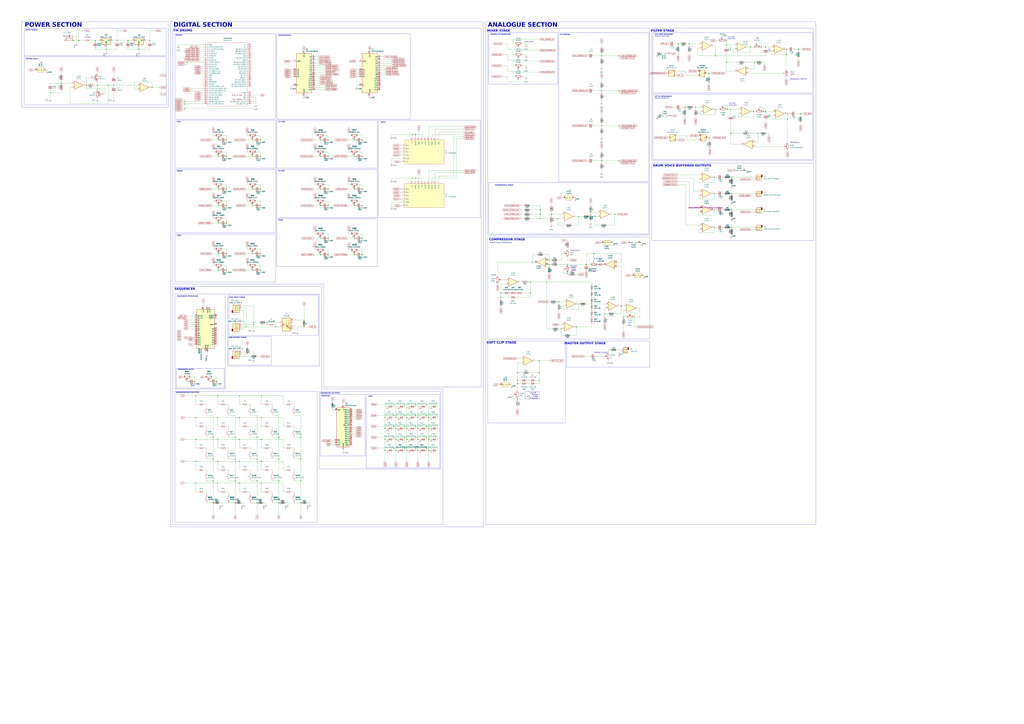
<source format=kicad_sch>
(kicad_sch (version 20250114) (generator "eeschema") (generator_version "9.0")
  (paper "A0")
  (rectangle (start 439.42 139.7) (end 557.53 252.73))
  (rectangle (start 265.43 391.16) (end 314.96 424.18))
  (rectangle (start 25.4 25.4) (end 195.58 124.46))
  (rectangle (start 203.2 39.37) (end 320.04 138.43))
  (rectangle (start 204.47 427.99) (end 260.35 450.85))
  (rectangle (start 372.11 458.47) (end 424.18 529.59))
  (rectangle (start 321.31 254) (end 438.15 309.88))
  (rectangle (start 425.45 458.47) (end 510.54 543.56))
  (rectangle (start 203.2 139.7) (end 320.04 195.58))
  (rectangle (start 566.42 33.02) (end 754.38 273.05))
  (rectangle (start 27.94 33.02) (end 193.04 64.77))
  (rectangle (start 756.92 189.484) (end 944.88 279.4))
  (rectangle (start 203.2 196.85) (end 320.04 270.51))
  (rectangle (start 563.88 25.4) (end 947.42 609.6))
  (rectangle (start 27.94 66.04) (end 193.04 121.92))
  (rectangle (start 758.19 109.22) (end 943.61 185.42))
  (rectangle (start 203.2 341.63) (end 261.62 452.12))
  (rectangle (start 321.31 139.7) (end 438.15 195.58))
  (rectangle (start 566.42 396.24) (end 656.59 491.49))
  (rectangle (start 321.31 196.85) (end 438.15 252.73))
  (rectangle (start 203.2 454.66) (end 368.3 607.06))
  (rectangle (start 657.86 396.24) (end 754.38 426.72))
  (rectangle (start 756.92 33.02) (end 944.88 186.69))
  (rectangle (start 203.2 271.78) (end 320.04 327.66))
  (rectangle (start 566.42 275.59) (end 754.38 393.7))
  (rectangle (start 321.31 39.37) (end 476.25 138.43))
  (rectangle (start 758.19 38.1) (end 943.61 107.95))
  (rectangle (start 567.69 38.1) (end 647.7 97.79))
  (rectangle (start 567.69 212.09) (end 753.11 271.78))
  (rectangle (start 198.12 25.4) (end 561.34 612.14))
  (rectangle (start 648.97 38.1) (end 753.11 210.82))
  (rectangle (start 370.84 454.66) (end 511.81 544.83))
  (rectangle (start 265.43 342.9) (end 369.57 389.89))
  (rectangle (start 264.16 341.63) (end 370.84 425.45))
  (text "MORITZ KLEIN LPF" (at 760.222 114.554 0) (effects (font (size 1.27 1.27)) (justify left)))
  (text "INPUT POWER\n" (at 29.464 35.306 0) (effects (font (size 1.27 1.27) (thickness 0.254) (bold yes)) (justify left)))
  (text "RATIO" (at 570.738 320.04 0) (effects (font (size 1.27 1.27)) (justify left)))
  (text "FILTER STAGE\n" (at 769.366 36.576 0) (effects (font (size 2.54 2.54) (thickness 0.254) (bold yes))))
  (text "LO TOM\n" (at 323.342 141.986 0) (effects (font (size 1.27 1.27) (thickness 0.254) (bold yes)) (justify left)))
  (text "GAIN" (at 728.218 378.46 0) (effects (font (size 1.27 1.27)) (justify left)))
  (text "DIGITAL SECTION" (at 201.422 30.48 0) (effects (font (size 5.08 5.08) (thickness 1.016) (bold yes) (italic yes)) (justify left)))
  (text "MIDI OUTPUT STAGE" (at 275.844 392.684 0) (effects (font (size 1.27 1.27) (thickness 0.254) (bold yes))))
  (text "DIFFERENTIAL MIXER" (at 574.802 215.646 0) (effects (font (size 1.27 1.27) (thickness 0.254) (bold yes)) (justify left)))
  (text "CUT-OFF\nDUAL POT\n" (at 846.582 121.666 0) (effects (font (size 1.27 1.27)) (justify left)))
  (text "LPF W/ RESONANCE\n" (at 759.968 112.522 0) (effects (font (size 1.27 1.27) (thickness 0.254) (bold yes)) (justify left)))
  (text "RELEASE" (at 661.924 309.626 0) (effects (font (size 1.27 1.27)) (justify left)))
  (text "PASSIVE ATTENUATORS\n" (at 569.722 40.386 0) (effects (font (size 1.27 1.27) (thickness 0.254) (bold yes)) (justify left)))
  (text "RESONANCE TRIM POT" (at 917.194 92.456 0) (effects (font (size 1.27 1.27)) (justify left)))
  (text "DRIVE" (at 589.026 462.28 0) (effects (font (size 1.27 1.27)) (justify left)))
  (text "ANALOGUE SECTION\n" (at 566.42 30.48 0) (effects (font (size 5.08 5.08) (thickness 1.016) (bold yes) (italic yes)) (justify left)))
  (text "MAX7219\n" (at 373.38 460.502 0) (effects (font (size 1.27 1.27) (thickness 0.254) (bold yes)) (justify left)))
  (text "MIDI INPUT STAGE" (at 275.336 345.948 0) (effects (font (size 1.27 1.27) (thickness 0.254) (bold yes))))
  (text "SOFT CLIP STAGE\n" (at 582.168 399.034 0) (effects (font (size 2.54 2.54) (thickness 0.254) (bold yes))))
  (text "LEVEL POTS" (at 608.584 49.022 0) (effects (font (size 1.27 1.27)) (justify left)))
  (text "HI TOM" (at 323.342 199.136 0) (effects (font (size 1.27 1.27) (thickness 0.254) (bold yes)) (justify left)))
  (text "SEQUENCER BUTTON MTRX\n" (at 204.216 456.438 0) (effects (font (size 1.27 1.27) (thickness 0.254) (bold yes)) (justify left)))
  (text "FM DRUMS" (at 212.344 36.322 0) (effects (font (size 2.54 2.54) (thickness 0.254) (bold yes))))
  (text "MASTER OUTPUT STAGE\n" (at 679.45 399.796 0) (effects (font (size 2.54 2.54) (thickness 0.254) (bold yes))))
  (text "POWER SECTION" (at 28.702 30.48 0) (effects (font (size 5.08 5.08) (thickness 1.016) (bold yes) (italic yes)) (justify left)))
  (text "MORITZ KLEIN COMPRESSOR\n" (at 568.706 282.448 0) (effects (font (size 1.27 1.27)) (justify left)))
  (text "MORITZ KLEIN HPF" (at 760.476 42.672 0) (effects (font (size 1.27 1.27)) (justify left)))
  (text "OHAT" (at 323.342 256.286 0) (effects (font (size 1.27 1.27) (thickness 0.254) (bold yes)) (justify left)))
  (text "TEENSY " (at 208.026 41.402 0) (effects (font (size 1.27 1.27) (thickness 0.254) (bold yes))))
  (text "KICK" (at 205.232 141.986 0) (effects (font (size 1.27 1.27) (thickness 0.254) (bold yes)) (justify left)))
  (text "SEQUENCER_POTS\n" (at 215.646 429.768 0) (effects (font (size 1.27 1.27) (thickness 0.254) (bold yes))))
  (text "MIXER STAGE" (at 578.866 36.576 0) (effects (font (size 2.54 2.54) (thickness 0.254) (bold yes))))
  (text "HPF SEMI-RESONANT\n" (at 760.476 40.386 0) (effects (font (size 1.27 1.27) (thickness 0.254) (bold yes)) (justify left)))
  (text "SEQUENCER PROCESSOR\n" (at 217.932 344.678 0) (effects (font (size 1.27 1.27) (thickness 0.254) (bold yes))))
  (text "MASTER VOLUME\n" (at 690.118 410.21 0) (effects (font (size 1.27 1.27)) (justify left)))
  (text "LEDS" (at 427.482 461.01 0) (effects (font (size 1.27 1.27) (thickness 0.254) (bold yes)) (justify left)))
  (text "SEQUENCER LED MTRX\n" (at 371.856 457.2 0) (effects (font (size 1.27 1.27) (thickness 0.254) (bold yes)) (justify left)))
  (text "DC BIASING" (at 650.494 40.64 0) (effects (font (size 1.27 1.27) (thickness 0.254) (bold yes)) (justify left)))
  (text "CUT-OFF\nDUAL POT\n" (at 844.804 44.45 0) (effects (font (size 1.27 1.27)) (justify left)))
  (text "DACS" (at 442.214 142.494 0) (effects (font (size 1.27 1.27) (thickness 0.254) (bold yes)) (justify left)))
  (text "VIRTUAL RAILS\n" (at 29.464 68.834 0) (effects (font (size 1.27 1.27) (thickness 0.254) (bold yes)) (justify left)))
  (text "THRESHOLD\n" (at 661.924 291.592 0) (effects (font (size 1.27 1.27)) (justify left)))
  (text "SEQUENCER" (at 214.63 336.55 0) (effects (font (size 2.54 2.54) (thickness 0.254) (bold yes))))
  (text "CHAT" (at 205.232 274.066 0) (effects (font (size 1.27 1.27) (thickness 0.254) (bold yes)) (justify left)))
  (text "DRUM VOICE BUFFERED OUTPUTS\n" (at 758.19 193.294 0) (effects (font (size 2.54 2.54) (thickness 0.254) (bold yes)) (justify left)))
  (text "ATTACK" (at 689.61 301.244 0) (effects (font (size 1.27 1.27)) (justify left)))
  (text "RESONANCE" (at 917.194 166.116 0) (effects (font (size 1.27 1.27)) (justify left)))
  (text "COMPRESSOR STAGE\n" (at 567.944 279.146 0) (effects (font (size 2.54 2.54) (thickness 0.254) (bold yes)) (justify left)))
  (text "MULTIPLEXERS\n" (at 323.088 41.656 0) (effects (font (size 1.27 1.27) (thickness 0.254) (bold yes)) (justify left)))
  (text "SNARE" (at 205.232 199.136 0) (effects (font (size 1.27 1.27) (thickness 0.254) (bold yes)) (justify left)))
  (text_box "1N4148 - Sharper\nLED - Louder & Rounder" (at 609.6 454.66 0) (size 16.51 8.89) (margins 0.9525 0.9525 0.9525 0.9525) (effects (font (size 1.27 1.27)) (justify right top)))
  (junction (at 278.13 561.34))
  (junction (at 485.14 523.24))
  (junction (at 161.29 57.15))
  (junction (at 495.3 469.9))
  (junction (at 372.11 162.56))
  (junction (at 469.9 508))
  (junction (at 372.11 295.91))
  (junction (at 420.37 162.56))
  (junction (at 495.3 482.6))
  (junction (at 659.13 317.5))
  (junction (at 447.04 523.24))
  (junction (at 293.37 238.76))
  (junction (at 482.6 207.01))
  (junction (at 822.96 85.09))
  (junction (at 698.5 186.69))
  (junction (at 497.84 510.54))
  (junction (at 495.3 508))
  (junction (at 323.85 508))
  (junction (at 713.74 248.92))
  (junction (at 273.05 584.2))
  (junction (at 278.13 535.94))
  (junction (at 627.38 254))
  (junction (at 647.7 254))
  (junction (at 849.63 224.79))
  (junction (at 254 294.64))
  (junction (at 913.13 63.5))
  (junction (at 303.53 459.74))
  (junction (at 411.48 181.61))
  (junction (at 876.3 72.39))
  (junction (at 309.88 374.65))
  (junction (at 600.71 433.07))
  (junction (at 685.8 246.38))
  (junction (at 848.36 127))
  (junction (at 135.89 46.99))
  (junction (at 353.06 379.73))
  (junction (at 843.28 46.99))
  (junction (at 472.44 510.54))
  (junction (at 687.07 353.06))
  (junction (at 844.55 127))
  (junction (at 459.74 497.84))
  (junction (at 635 327.66))
  (junction (at 626.11 433.07))
  (junction (at 123.19 57.15))
  (junction (at 640.08 248.92))
  (junction (at 698.5 146.05))
  (junction (at 871.22 54.61))
  (junction (at 472.44 523.24))
  (junction (at 320.04 379.73))
  (junction (at 829.31 224.79))
  (junction (at 718.82 64.77))
  (junction (at 447.04 485.14))
  (junction (at 227.33 459.74))
  (junction (at 482.6 482.6))
  (junction (at 227.33 535.94))
  (junction (at 626.11 441.96))
  (junction (at 262.89 181.61))
  (junction (at 173.99 46.99))
  (junction (at 929.64 132.08))
  (junction (at 469.9 482.6))
  (junction (at 349.25 508))
  (junction (at 626.11 419.1))
  (junction (at 795.02 124.46))
  (junction (at 294.64 377.19))
  (junction (at 723.9 368.3))
  (junction (at 637.54 302.26))
  (junction (at 459.74 485.14))
  (junction (at 627.38 243.84))
  (junction (at 323.85 584.2))
  (junction (at 302.26 238.76))
  (junction (at 353.06 372.11))
  (junction (at 648.97 350.52))
  (junction (at 495.3 495.3))
  (junction (at 459.74 510.54))
  (junction (at 472.44 485.14))
  (junction (at 262.89 259.08))
  (junction (at 278.13 485.14))
  (junction (at 273.05 558.8))
  (junction (at 372.11 238.76))
  (junction (at 278.13 459.74))
  (junction (at 349.25 533.4))
  (junction (at 252.73 561.34))
  (junction (at 495.3 520.7))
  (junction (at 457.2 469.9))
  (junction (at 420.37 219.71))
  (junction (at 886.46 129.54))
  (junction (at 85.09 46.99))
  (junction (at 214.63 120.65))
  (junction (at 251.46 443.23))
  (junction (at 247.65 558.8))
  (junction (at 381 295.91))
  (junction (at 372.11 276.86))
  (junction (at 718.82 186.69))
  (junction (at 411.48 238.76))
  (junction (at 829.31 205.74))
  (junction (at 830.58 64.77))
  (junction (at 100.33 99.06))
  (junction (at 627.38 248.92))
  (junction (at 581.66 340.36))
  (junction (at 671.83 251.46))
  (junction (at 420.37 238.76))
  (junction (at 302.26 294.64))
  (junction (at 457.2 520.7))
  (junction (at 293.37 313.69))
  (junction (at 226.06 443.23))
  (junction (at 889 54.61))
  (junction (at 659.13 307.34))
  (junction (at 262.89 294.64))
  (junction (at 293.37 219.71))
  (junction (at 482.6 156.21))
  (junction (at 651.51 382.27))
  (junction (at 349.25 584.2))
  (junction (at 132.08 99.06))
  (junction (at 148.59 46.99))
  (junction (at 125.73 99.06))
  (junction (at 482.6 495.3))
  (junction (at 298.45 533.4))
  (junction (at 411.48 162.56))
  (junction (at 227.33 510.54))
  (junction (at 323.85 533.4))
  (junction (at 254 313.69))
  (junction (at 302.26 219.71))
  (junction (at 372.11 181.61))
  (junction (at 669.29 379.73))
  (junction (at 447.04 510.54))
  (junction (at 807.72 124.46))
  (junction (at 302.26 181.61))
  (junction (at 254 219.71))
  (junction (at 497.84 523.24))
  (junction (at 615.95 340.36))
  (junction (at 698.5 105.41))
  (junction (at 262.89 219.71))
  (junction (at 830.58 127))
  (junction (at 763.27 62.23))
  (junction (at 273.05 533.4))
  (junction (at 478.79 156.21))
  (junction (at 485.14 497.84))
  (junction (at 824.23 160.02))
  (junction (at 303.53 535.94))
  (junction (at 690.88 251.46))
  (junction (at 303.53 510.54))
  (junction (at 411.48 295.91))
  (junction (at 600.71 445.77))
  (junction (at 247.65 584.2))
  (junction (at 262.89 313.69))
  (junction (at 615.95 327.66))
  (junction (at 787.4 50.8))
  (junction (at 469.9 495.3))
  (junction (at 273.05 508))
  (junction (at 227.33 485.14))
  (junction (at 482.6 520.7))
  (junction (at 293.37 181.61))
  (junction (at 485.14 510.54))
  (junction (at 254 259.08))
  (junction (at 883.92 54.61))
  (junction (at 671.83 353.06))
  (junction (at 294.64 374.65))
  (junction (at 293.37 162.56))
  (junction (at 689.61 294.64))
  (junction (at 302.26 313.69))
  (junction (at 420.37 295.91))
  (junction (at 91.44 46.99))
  (junction (at 247.65 533.4))
  (junction (at 829.31 264.16))
  (junction (at 469.9 469.9))
  (junction (at 214.63 118.11))
  (junction (at 176.53 101.6))
  (junction (at 889 129.54))
  (junction (at 217.17 72.39))
  (junction (at 71.12 96.52))
  (junction (at 702.31 364.49))
  (junction (at 497.84 485.14))
  (junction (at 914.4 138.43))
  (junction (at 848.36 154.94))
  (junction (at 303.53 485.14))
  (junction (at 252.73 485.14))
  (junction (at 849.63 205.74))
  (junction (at 262.89 162.56))
  (junction (at 411.48 276.86))
  (junction (at 469.9 520.7))
  (junction (at 420.37 276.86))
  (junction (at 227.33 561.34))
  (junction (at 718.82 146.05))
  (junction (at 459.74 523.24))
  (junction (at 214.63 125.73))
  (junction (at 637.54 307.34))
  (junction (at 252.73 459.74))
  (junction (at 110.49 46.99))
  (junction (at 457.2 508))
  (junction (at 849.63 264.16))
  (junction (at 800.1 50.8))
  (junction (at 381 181.61))
  (junction (at 285.75 379.73))
  (junction (at 843.28 52.07))
  (junction (at 252.73 510.54))
  (junction (at 254 162.56))
  (junction (at 372.11 219.71))
  (junction (at 927.1 57.15))
  (junction (at 875.03 129.54))
  (junction (at 252.73 535.94))
  (junction (at 303.53 561.34))
  (junction (at 298.45 508))
  (junction (at 472.44 497.84))
  (junction (at 829.31 243.84))
  (junction (at 913.13 57.15))
  (junction (at 600.71 441.96))
  (junction (at 411.48 219.71))
  (junction (at 600.71 463.55))
  (junction (at 457.2 495.3))
  (junction (at 698.5 64.77))
  (junction (at 262.89 238.76))
  (junction (at 278.13 510.54))
  (junction (at 482.6 469.9))
  (junction (at 457.2 482.6))
  (junction (at 58.42 107.95))
  (junction (at 497.84 497.84))
  (junction (at 447.04 497.84))
  (junction (at 618.49 304.8))
  (junction (at 293.37 294.64))
  (junction (at 718.82 105.41))
  (junction (at 581.66 345.44))
  (junction (at 849.63 243.84))
  (junction (at 721.36 355.6))
  (junction (at 736.6 368.3))
  (junction (at 478.79 207.01))
  (junction (at 254 238.76))
  (junction (at 420.37 181.61))
  (junction (at 323.85 558.8))
  (junction (at 485.14 485.14))
  (junction (at 381 219.71))
  (junction (at 914.4 132.08))
  (junction (at 247.65 508))
  (junction (at 298.45 558.8))
  (junction (at 113.03 99.06))
  (junction (at 843.28 72.39))
  (junction (at 302.26 162.56))
  (junction (at 254 181.61))
  (junction (at 381 276.86))
  (junction (at 680.72 307.34))
  (junction (at 241.3 407.67))
  (junction (at 298.45 584.2))
  (junction (at 880.11 154.94))
  (junction (at 381 238.76))
  (junction (at 482.6 508))
  (junction (at 381 162.56))
  (junction (at 349.25 558.8))
  (wire (pts (xy 214.63 123.19) (xy 212.09 123.19)))
  (wire (pts (xy 255.27 294.64) (xy 254 294.64)))
  (wire (pts (xy 797.56 162.56) (xy 811.53 162.56)))
  (wire (pts (xy 373.38 219.71) (xy 372.11 219.71)))
  (wire (pts (xy 381 238.76) (xy 381 240.03)))
  (wire (pts (xy 482.6 520.7) (xy 469.9 520.7)))
  (wire (pts (xy 538.48 149.86) (xy 505.46 149.86)))
  (wire (pts (xy 878.84 49.53) (xy 883.92 49.53)))
  (wire (pts (xy 246.38 259.08) (xy 254 259.08)))
  (wire (pts (xy 398.78 468.63) (xy 398.78 471.17)))
  (wire (pts (xy 800.1 241.3) (xy 812.8 241.3)))
  (wire (pts (xy 365.76 101.6) (xy 377.19 101.6)))
  (wire (pts (xy 881.38 124.46) (xy 886.46 124.46)))
  (wire (pts (xy 285.75 358.14) (xy 280.67 358.14)))
  (wire (pts (xy 607.06 340.36) (xy 615.95 340.36)))
  (wire (pts (xy 328.93 469.9) (xy 328.93 459.74)))
  (wire (pts (xy 237.49 571.5) (xy 240.03 571.5)))
  (wire (pts (xy 214.63 72.39) (xy 217.17 72.39)))
  (wire (pts (xy 462.28 472.44) (xy 459.74 472.44)))
  (wire (pts (xy 811.53 231.14) (xy 829.31 231.14)))
  (wire (pts (xy 339.09 546.1) (xy 341.63 546.1)))
  (wire (pts (xy 323.85 533.4) (xy 323.85 508)))
  (wire (pts (xy 763.27 62.23) (xy 764.54 62.23)))
  (wire (pts (xy 247.65 157.48) (xy 250.19 157.48)))
  (wire (pts (xy 618.49 295.91) (xy 618.49 304.8)))
  (wire (pts (xy 224.79 394.97) (xy 226.06 394.97)))
  (wire (pts (xy 596.9 458.47) (xy 595.63 458.47)))
  (wire (pts (xy 233.68 80.01) (xy 236.22 80.01)))
  (wire (pts (xy 302.26 289.56) (xy 302.26 294.64)))
  (wire (pts (xy 160.02 104.14) (xy 156.21 104.14)))
  (wire (pts (xy 156.21 95.25) (xy 176.53 95.25)))
  (wire (pts (xy 254 181.61) (xy 254 180.34)))
  (wire (pts (xy 839.47 205.74) (xy 840.74 205.74)))
  (wire (pts (xy 316.23 571.5) (xy 316.23 574.04)))
  (wire (pts (xy 850.9 60.96) (xy 871.22 60.96)))
  (wire (pts (xy 71.12 105.41) (xy 71.12 107.95)))
  (wire (pts (xy 110.49 46.99) (xy 110.49 48.26)))
  (wire (pts (xy 914.4 132.08) (xy 913.13 132.08)))
  (wire (pts (xy 472.44 510.54) (xy 474.98 510.54)))
  (wire (pts (xy 58.42 105.41) (xy 58.42 107.95)))
  (wire (pts (xy 647.7 307.34) (xy 659.13 307.34)))
  (wire (pts (xy 247.65 308.61) (xy 250.19 308.61)))
  (wire (pts (xy 824.23 160.02) (xy 824.23 163.83)))
  (wire (pts (xy 420.37 233.68) (xy 420.37 238.76)))
  (wire (pts (xy 497.84 497.84) (xy 497.84 510.54)))
  (wire (pts (xy 883.92 54.61) (xy 889 54.61)))
  (wire (pts (xy 441.96 83.82) (xy 447.04 83.82)))
  (wire (pts (xy 843.28 54.61) (xy 843.28 52.07)))
  (wire (pts (xy 698.5 172.72) (xy 698.5 176.53)))
  (wire (pts (xy 278.13 546.1) (xy 278.13 535.94)))
  (wire (pts (xy 482.6 207.01) (xy 482.6 210.82)))
  (wire (pts (xy 257.81 254) (xy 262.89 254)))
  (wire (pts (xy 668.02 379.73) (xy 669.29 379.73)))
  (wire (pts (xy 640.08 248.92) (xy 652.78 248.92)))
  (wire (pts (xy 668.02 229.87) (xy 668.02 231.14)))
  (wire (pts (xy 280.67 520.7) (xy 278.13 520.7)))
  (wire (pts (xy 214.63 128.27) (xy 214.63 125.73)))
  (wire (pts (xy 637.54 350.52) (xy 638.81 350.52)))
  (wire (pts (xy 796.29 82.55) (xy 796.29 87.63)))
  (wire (pts (xy 787.4 210.82) (xy 800.1 210.82)))
  (wire (pts (xy 811.53 270.51) (xy 829.31 270.51)))
  (wire (pts (xy 721.36 309.88) (xy 721.36 355.6)))
  (wire (pts (xy 671.83 251.46) (xy 676.91 251.46)))
  (wire (pts (xy 262.89 157.48) (xy 262.89 162.56)))
  (wire (pts (xy 601.98 80.01) (xy 601.98 82.55)))
  (wire (pts (xy 861.06 167.64) (xy 848.36 167.64)))
  (wire (pts (xy 495.3 520.7) (xy 495.3 523.24)))
  (wire (pts (xy 485.14 485.14) (xy 487.68 485.14)))
  (wire (pts (xy 341.63 495.3) (xy 341.63 497.84)))
  (wire (pts (xy 252.73 561.34) (xy 278.13 561.34)))
  (wire (pts (xy 849.63 243.84) (xy 876.3 243.84)))
  (wire (pts (xy 262.89 254) (xy 262.89 259.08)))
  (wire (pts (xy 247.65 254) (xy 250.19 254)))
  (wire (pts (xy 914.4 138.43) (xy 914.4 132.08)))
  (wire (pts (xy 302.26 181.61) (xy 302.26 182.88)))
  (wire (pts (xy 365.76 88.9) (xy 370.84 88.9)))
  (wire (pts (xy 341.63 546.1) (xy 341.63 548.64)))
  (wire (pts (xy 415.29 176.53) (xy 420.37 176.53)))
  (wire (pts (xy 595.63 63.5) (xy 595.63 58.42)))
  (wire (pts (xy 718.82 186.69) (xy 718.82 189.23)))
  (wire (pts (xy 365.76 83.82) (xy 377.19 83.82)))
  (wire (pts (xy 698.5 91.44) (xy 698.5 95.25)))
  (wire (pts (xy 381 233.68) (xy 381 238.76)))
  (wire (pts (xy 848.36 127) (xy 858.52 127)))
  (wire (pts (xy 687.07 327.66) (xy 635 327.66)))
  (wire (pts (xy 657.86 279.4) (xy 659.13 279.4)))
  (wire (pts (xy 414.02 71.12) (xy 416.56 71.12)))
  (wire (pts (xy 288.29 469.9) (xy 290.83 469.9)))
  (wire (pts (xy 373.38 238.76) (xy 372.11 238.76)))
  (wire (pts (xy 331.47 495.3) (xy 328.93 495.3)))
  (wire (pts (xy 265.43 520.7) (xy 265.43 523.24)))
  (wire (pts (xy 447.04 472.44) (xy 447.04 485.14)))
  (wire (pts (xy 600.71 445.77) (xy 600.71 441.96)))
  (wire (pts (xy 589.28 57.15) (xy 589.28 50.8)))
  (wire (pts (xy 745.49 281.94) (xy 744.22 281.94)))
  (wire (pts (xy 302.26 157.48) (xy 302.26 162.56)))
  (wire (pts (xy 704.85 261.62) (xy 713.74 261.62)))
  (wire (pts (xy 290.83 533.4) (xy 298.45 533.4)))
  (wire (pts (xy 501.65 207.01) (xy 529.59 207.01)))
  (wire (pts (xy 679.45 414.02) (xy 684.53 414.02)))
  (wire (pts (xy 807.72 134.62) (xy 807.72 137.16)))
  (wire (pts (xy 273.05 482.6) (xy 273.05 508)))
  (wire (pts (xy 742.95 358.14) (xy 740.41 358.14)))
  (wire (pts (xy 509.27 204.47) (xy 527.05 204.47)))
  (wire (pts (xy 255.27 259.08) (xy 254 259.08)))
  (wire (pts (xy 875.03 135.89) (xy 875.03 129.54)))
  (wire (pts (xy 252.73 535.94) (xy 278.13 535.94)))
  (wire (pts (xy 598.17 50.8) (xy 595.63 50.8)))
  (wire (pts (xy 420.37 176.53) (xy 420.37 181.61)))
  (wire (pts (xy 420.37 238.76) (xy 420.37 240.03)))
  (wire (pts (xy 485.14 472.44) (xy 485.14 485.14)))
  (wire (pts (xy 135.89 46.99) (xy 148.59 46.99)))
  (wire (pts (xy 464.82 223.52) (xy 467.36 223.52)))
  (wire (pts (xy 176.53 95.25) (xy 176.53 101.6)))
  (wire (pts (xy 365.76 290.83) (xy 368.3 290.83)))
  (wire (pts (xy 302.26 238.76) (xy 302.26 240.03)))
  (wire (pts (xy 81.28 101.6) (xy 81.28 120.65)))
  (wire (pts (xy 320.04 379.73) (xy 325.12 379.73)))
  (wire (pts (xy 490.22 210.82) (xy 490.22 207.01)))
  (wire (pts (xy 662.94 389.89) (xy 669.29 389.89)))
  (wire (pts (xy 581.66 340.36) (xy 584.2 340.36)))
  (wire (pts (xy 529.59 161.29) (xy 538.48 161.29)))
  (wire (pts (xy 132.08 96.52) (xy 132.08 99.06)))
  (wire (pts (xy 420.37 295.91) (xy 420.37 297.18)))
  (wire (pts (xy 278.13 520.7) (xy 278.13 510.54)))
  (wire (pts (xy 604.52 238.76) (xy 608.33 238.76)))
  (wire (pts (xy 441.96 66.04) (xy 445.77 66.04)))
  (wire (pts (xy 579.12 447.04) (xy 580.39 447.04)))
  (wire (pts (xy 365.76 99.06) (xy 377.19 99.06)))
  (wire (pts (xy 800.1 50.8) (xy 800.1 53.34)))
  (wire (pts (xy 814.07 129.54) (xy 812.8 129.54)))
  (wire (pts (xy 237.49 546.1) (xy 240.03 546.1)))
  (wire (pts (xy 85.09 44.45) (xy 85.09 46.99)))
  (wire (pts (xy 595.63 58.42) (xy 626.11 58.42)))
  (wire (pts (xy 356.87 584.2) (xy 359.41 584.2)))
  (wire (pts (xy 595.63 76.2) (xy 595.63 71.12)))
  (wire (pts (xy 485.14 497.84) (xy 487.68 497.84)))
  (wire (pts (xy 482.6 482.6) (xy 482.6 485.14)))
  (wire (pts (xy 408.94 483.87) (xy 412.75 483.87)))
  (wire (pts (xy 527.05 204.47) (xy 527.05 158.75)))
  (wire (pts (xy 830.58 53.34) (xy 830.58 64.77)))
  (wire (pts (xy 889 64.77) (xy 889 63.5)))
  (wire (pts (xy 447.04 523.24) (xy 449.58 523.24)))
  (wire (pts (xy 113.03 99.06) (xy 113.03 104.14)))
  (wire (pts (xy 405.13 269.24) (xy 405.13 271.78)))
  (wire (pts (xy 303.53 510.54) (xy 328.93 510.54)))
  (wire (pts (xy 411.48 219.71) (xy 411.48 218.44)))
  (wire (pts (xy 689.61 105.41) (xy 698.5 105.41)))
  (wire (pts (xy 913.13 57.15) (xy 914.4 57.15)))
  (wire (pts (xy 415.29 290.83) (xy 420.37 290.83)))
  (wire (pts (xy 601.98 69.85) (xy 589.28 69.85)))
  (wire (pts (xy 294.64 162.56) (xy 293.37 162.56)))
  (wire (pts (xy 233.68 85.09) (xy 236.22 85.09)))
  (polyline (pts (xy 375.92 330.2) (xy 375.92 449.58)))
  (wire (pts (xy 414.02 88.9) (xy 416.56 88.9)))
  (wire (pts (xy 246.38 181.61) (xy 254 181.61)))
  (wire (pts (xy 237.49 495.3) (xy 240.03 495.3)))
  (wire (pts (xy 712.47 281.94) (xy 711.2 281.94)))
  (wire (pts (xy 647.7 254) (xy 652.78 254)))
  (wire (pts (xy 372.11 181.61) (xy 372.11 180.34)))
  (wire (pts (xy 671.83 359.41) (xy 671.83 353.06)))
  (wire (pts (xy 495.3 508) (xy 495.3 510.54)))
  (polyline (pts (xy 373.38 452.12) (xy 373.38 332.74)))
  (wire (pts (xy 495.3 469.9) (xy 495.3 472.44)))
  (wire (pts (xy 895.35 63.5) (xy 913.13 63.5)))
  (wire (pts (xy 661.67 302.26) (xy 659.13 302.26)))
  (wire (pts (xy 240.03 571.5) (xy 240.03 574.04)))
  (wire (pts (xy 721.36 364.49) (xy 713.74 364.49)))
  (wire (pts (xy 331.47 520.7) (xy 328.93 520.7)))
  (wire (pts (xy 731.52 363.22) (xy 736.6 363.22)))
  (wire (pts (xy 323.85 482.6) (xy 316.23 482.6)))
  (wire (pts (xy 278.13 469.9) (xy 278.13 459.74)))
  (wire (pts (xy 508 472.44) (xy 508 469.9)))
  (wire (pts (xy 331.47 469.9) (xy 328.93 469.9)))
  (wire (pts (xy 718.82 355.6) (xy 721.36 355.6)))
  (wire (pts (xy 148.59 55.88) (xy 148.59 57.15)))
  (wire (pts (xy 637.54 302.26) (xy 640.08 302.26)))
  (wire (pts (xy 508 508) (xy 495.3 508)))
  (wire (pts (xy 265.43 469.9) (xy 265.43 472.44)))
  (wire (pts (xy 285.75 379.73) (xy 285.75 358.14)))
  (wire (pts (xy 252.73 546.1) (xy 255.27 546.1)))
  (wire (pts (xy 718.82 64.77) (xy 720.09 64.77)))
  (wire (pts (xy 497.84 472.44) (xy 497.84 485.14)))
  (wire (pts (xy 100.33 99.06) (xy 101.6 99.06)))
  (wire (pts (xy 294.64 374.65) (xy 294.64 377.19)))
  (wire (pts (xy 135.89 55.88) (xy 135.89 57.15)))
  (wire (pts (xy 408.94 478.79) (xy 412.75 478.79)))
  (wire (pts (xy 298.45 414.02) (xy 302.26 414.02)))
  (wire (pts (xy 408.94 501.65) (xy 412.75 501.65)))
  (wire (pts (xy 896.62 134.62) (xy 896.62 138.43)))
  (wire (pts (xy 411.48 162.56) (xy 411.48 161.29)))
  (wire (pts (xy 850.9 57.15) (xy 850.9 60.96)))
  (wire (pts (xy 252.73 546.1) (xy 252.73 535.94)))
  (wire (pts (xy 469.9 469.9) (xy 457.2 469.9)))
  (wire (pts (xy 294.64 377.19) (xy 280.67 377.19)))
  (wire (pts (xy 595.63 45.72) (xy 626.11 45.72)))
  (wire (pts (xy 464.82 231.14) (xy 467.36 231.14)))
  (wire (pts (xy 721.36 355.6) (xy 725.17 355.6)))
  (wire (pts (xy 125.73 99.06) (xy 132.08 99.06)))
  (wire (pts (xy 595.63 71.12) (xy 626.11 71.12)))
  (wire (pts (xy 829.31 231.14) (xy 829.31 224.79)))
  (wire (pts (xy 685.8 256.54) (xy 685.8 259.08)))
  (wire (pts (xy 247.65 287.02) (xy 247.65 289.56)))
  (wire (pts (xy 914.4 132.08) (xy 916.94 132.08)))
  (wire (pts (xy 482.6 482.6) (xy 469.9 482.6)))
  (wire (pts (xy 800.1 60.96) (xy 800.1 63.5)))
  (wire (pts (xy 242.57 443.23) (xy 242.57 441.96)))
  (wire (pts (xy 257.81 289.56) (xy 262.89 289.56)))
  (wire (pts (xy 252.73 561.34) (xy 227.33 561.34)))
  (wire (pts (xy 227.33 469.9) (xy 229.87 469.9)))
  (wire (pts (xy 786.13 157.48) (xy 797.56 157.48)))
  (wire (pts (xy 849.63 264.16) (xy 876.3 264.16)))
  (wire (pts (xy 110.49 55.88) (xy 110.49 57.15)))
  (wire (pts (xy 497.84 510.54) (xy 500.38 510.54)))
  (wire (pts (xy 721.36 355.6) (xy 721.36 364.49)))
  (wire (pts (xy 720.09 107.95) (xy 718.82 107.95)))
  (wire (pts (xy 811.53 227.33) (xy 811.53 231.14)))
  (wire (pts (xy 302.26 233.68) (xy 302.26 238.76)))
  (wire (pts (xy 420.37 181.61) (xy 420.37 182.88)))
  (wire (pts (xy 612.14 441.96) (xy 614.68 441.96)))
  (wire (pts (xy 454.66 184.15) (xy 467.36 184.15)))
  (wire (pts (xy 601.98 57.15) (xy 589.28 57.15)))
  (wire (pts (xy 328.93 495.3) (xy 328.93 485.14)))
  (wire (pts (xy 595.63 50.8) (xy 595.63 45.72)))
  (wire (pts (xy 278.13 485.14) (xy 303.53 485.14)))
  (wire (pts (xy 811.53 250.19) (xy 829.31 250.19)))
  (wire (pts (xy 226.06 438.15) (xy 226.06 443.23)))
  (wire (pts (xy 381 162.56) (xy 381 163.83)))
  (wire (pts (xy 878.84 50.8) (xy 878.84 49.53)))
  (wire (pts (xy 671.83 353.06) (xy 673.1 353.06)))
  (wire (pts (xy 240.03 584.2) (xy 247.65 584.2)))
  (wire (pts (xy 914.4 138.43) (xy 914.4 166.37)))
  (wire (pts (xy 247.65 154.94) (xy 247.65 157.48)))
  (wire (pts (xy 313.69 520.7) (xy 316.23 520.7)))
  (wire (pts (xy 684.53 251.46) (xy 690.88 251.46)))
  (wire (pts (xy 472.44 485.14) (xy 474.98 485.14)))
  (wire (pts (xy 659.13 318.77) (xy 659.13 317.5)))
  (wire (pts (xy 341.63 469.9) (xy 341.63 472.44)))
  (wire (pts (xy 273.05 533.4) (xy 273.05 558.8)))
  (wire (pts (xy 341.63 558.8) (xy 349.25 558.8)))
  (wire (pts (xy 110.49 57.15) (xy 123.19 57.15)))
  (wire (pts (xy 887.73 74.93) (xy 887.73 72.39)))
  (wire (pts (xy 441.96 81.28) (xy 447.04 81.28)))
  (wire (pts (xy 718.82 408.94) (xy 721.36 408.94)))
  (wire (pts (xy 420.37 271.78) (xy 420.37 276.86)))
  (wire (pts (xy 365.76 212.09) (xy 365.76 214.63)))
  (wire (pts (xy 365.76 86.36) (xy 377.19 86.36)))
  (wire (pts (xy 687.07 353.06) (xy 703.58 353.06)))
  (wire (pts (xy 501.65 210.82) (xy 501.65 207.01)))
  (wire (pts (xy 454.66 241.3) (xy 454.66 234.95)))
  (wire (pts (xy 839.47 243.84) (xy 840.74 243.84)))
  (wire (pts (xy 303.53 495.3) (xy 303.53 485.14)))
  (wire (pts (xy 297.18 113.03) (xy 297.18 121.92)))
  (wire (pts (xy 647.7 302.26) (xy 651.51 302.26)))
  (wire (pts (xy 246.38 219.71) (xy 254 219.71)))
  (wire (pts (xy 604.52 248.92) (xy 608.33 248.92)))
  (wire (pts (xy 287.02 231.14) (xy 287.02 233.68)))
  (wire (pts (xy 589.28 50.8) (xy 584.2 50.8)))
  (wire (pts (xy 341.63 571.5) (xy 341.63 574.04)))
  (wire (pts (xy 328.93 571.5) (xy 331.47 571.5)))
  (wire (pts (xy 464.82 227.33) (xy 467.36 227.33)))
  (wire (pts (xy 797.56 50.8) (xy 800.1 50.8)))
  (wire (pts (xy 457.2 482.6) (xy 457.2 485.14)))
  (wire (pts (xy 252.73 520.7) (xy 252.73 510.54)))
  (wire (pts (xy 262.89 176.53) (xy 262.89 181.61)))
  (wire (pts (xy 405.13 154.94) (xy 405.13 157.48)))
  (wire (pts (xy 648.97 360.68) (xy 648.97 363.22)))
  (wire (pts (xy 85.09 46.99) (xy 91.44 46.99)))
  (wire (pts (xy 340.36 372.11) (xy 353.06 372.11)))
  (wire (pts (xy 373.38 295.91) (xy 372.11 295.91)))
  (wire (pts (xy 787.4 60.96) (xy 787.4 63.5)))
  (wire (pts (xy 241.3 407.67) (xy 241.3 414.02)))
  (wire (pts (xy 218.44 443.23) (xy 217.17 443.23)))
  (wire (pts (xy 615.95 248.92) (xy 627.38 248.92)))
  (wire (pts (xy 849.63 252.73) (xy 849.63 254)))
  (wire (pts (xy 405.13 290.83) (xy 407.67 290.83)))
  (wire (pts (xy 254 162.56) (xy 254 161.29)))
  (wire (pts (xy 412.75 238.76) (xy 411.48 238.76)))
  (wire (pts (xy 316.23 584.2) (xy 323.85 584.2)))
  (wire (pts (xy 214.63 459.74) (xy 227.33 459.74)))
  (wire (pts (xy 508 523.24) (xy 508 520.7)))
  (wire (pts (xy 375.92 271.78) (xy 381 271.78)))
  (wire (pts (xy 403.86 162.56) (xy 411.48 162.56)))
  (wire (pts (xy 339.09 495.3) (xy 341.63 495.3)))
  (wire (pts (xy 142.24 35.56) (xy 135.89 35.56)))
  (wire (pts (xy 736.6 363.22) (xy 736.6 368.3)))
  (wire (pts (xy 478.79 207.01) (xy 482.6 207.01)))
  (wire (pts (xy 71.12 96.52) (xy 71.12 97.79)))
  (wire (pts (xy 214.63 485.14) (xy 227.33 485.14)))
  (wire (pts (xy 168.91 46.99) (xy 173.99 46.99)))
  (wire (pts (xy 646.43 350.52) (xy 648.97 350.52)))
  (wire (pts (xy 812.8 266.7) (xy 811.53 266.7)))
  (wire (pts (xy 398.78 521.97) (xy 398.78 524.51)))
  (wire (pts (xy 83.82 101.6) (xy 81.28 101.6)))
  (wire (pts (xy 306.07 546.1) (xy 303.53 546.1)))
  (polyline (pts (xy 200.66 332.74) (xy 373.38 332.74)))
  (wire (pts (xy 495.3 495.3) (xy 482.6 495.3)))
  (wire (pts (xy 91.44 46.99) (xy 97.79 46.99)))
  (wire (pts (xy 224.79 400.05) (xy 226.06 400.05)))
  (wire (pts (xy 227.33 485.14) (xy 227.33 495.3)))
  (wire (pts (xy 110.49 46.99) (xy 115.57 46.99)))
  (wire (pts (xy 807.72 127) (xy 807.72 124.46)))
  (wire (pts (xy 490.22 207.01) (xy 482.6 207.01)))
  (wire (pts (xy 787.4 50.8) (xy 789.94 50.8)))
  (wire (pts (xy 113.03 114.3) (xy 113.03 115.57)))
  (wire (pts (xy 262.89 289.56) (xy 262.89 294.64)))
  (wire (pts (xy 886.46 124.46) (xy 886.46 129.54)))
  (wire (pts (xy 341.63 533.4) (xy 349.25 533.4)))
  (wire (pts (xy 599.44 345.44) (xy 615.95 345.44)))
  (wire (pts (xy 876.3 170.18) (xy 910.59 170.18)))
  (wire (pts (xy 364.49 276.86) (xy 372.11 276.86)))
  (wire (pts (xy 411.48 181.61) (xy 411.48 180.34)))
  (wire (pts (xy 323.85 558.8) (xy 323.85 533.4)))
  (wire (pts (xy 858.52 132.08) (xy 857.25 132.08)))
  (wire (pts (xy 237.49 469.9) (xy 240.03 469.9)))
  (wire (pts (xy 441.96 86.36) (xy 447.04 86.36)))
  (wire (pts (xy 254 238.76) (xy 254 237.49)))
  (wire (pts (xy 302.26 162.56) (xy 302.26 163.83)))
  (wire (pts (xy 306.07 495.3) (xy 303.53 495.3)))
  (wire (pts (xy 812.8 261.62) (xy 796.29 261.62)))
  (wire (pts (xy 881.38 124.46) (xy 881.38 125.73)))
  (wire (pts (xy 39.37 81.28) (xy 40.64 81.28)))
  (wire (pts (xy 341.63 508) (xy 349.25 508)))
  (wire (pts (xy 927.1 67.31) (xy 927.1 69.85)))
  (wire (pts (xy 454.66 190.5) (xy 454.66 184.15)))
  (wire (pts (xy 538.48 200.66) (xy 505.46 200.66)))
  (wire (pts (xy 337.82 88.9) (xy 340.36 88.9)))
  (wire (pts (xy 176.53 101.6) (xy 175.26 101.6)))
  (wire (pts (xy 595.63 88.9) (xy 595.63 83.82)))
  (wire (pts (xy 595.63 458.47) (xy 595.63 463.55)))
  (wire (pts (xy 508 482.6) (xy 495.3 482.6)))
  (wire (pts (xy 615.95 238.76) (xy 627.38 238.76)))
  (wire (pts (xy 605.79 421.64) (xy 600.71 421.64)))
  (wire (pts (xy 654.05 355.6) (xy 654.05 359.41)))
  (wire (pts (xy 320.04 377.19) (xy 320.04 379.73)))
  (wire (pts (xy 895.35 59.69) (xy 895.35 63.5)))
  (wire (pts (xy 478.79 156.21) (xy 482.6 156.21)))
  (wire (pts (xy 252.73 495.3) (xy 252.73 485.14)))
  (wire (pts (xy 604.52 243.84) (xy 608.33 243.84)))
  (wire (pts (xy 929.64 142.24) (xy 929.64 144.78)))
  (wire (pts (xy 381 214.63) (xy 381 219.71)))
  (wire (pts (xy 509.27 210.82) (xy 509.27 204.47)))
  (wire (pts (xy 306.07 469.9) (xy 303.53 469.9)))
  (wire (pts (xy 287.02 308.61) (xy 289.56 308.61)))
  (wire (pts (xy 316.23 469.9) (xy 316.23 472.44)))
  (wire (pts (xy 736.6 368.3) (xy 742.95 368.3)))
  (wire (pts (xy 247.65 173.99) (xy 247.65 176.53)))
  (wire (pts (xy 864.87 72.39) (xy 876.3 72.39)))
  (wire (pts (xy 668.02 229.87) (xy 666.75 229.87)))
  (wire (pts (xy 830.58 133.35) (xy 830.58 127)))
  (wire (pts (xy 713.74 248.92) (xy 709.93 248.92)))
  (wire (pts (xy 105.41 46.99) (xy 110.49 46.99)))
  (wire (pts (xy 723.9 368.3) (xy 727.71 368.3)))
  (wire (pts (xy 829.31 205.74) (xy 831.85 205.74)))
  (wire (pts (xy 868.68 85.09) (xy 909.32 85.09)))
  (wire (pts (xy 637.54 295.91) (xy 637.54 302.26)))
  (wire (pts (xy 285.75 294.64) (xy 293.37 294.64)))
  (wire (pts (xy 914.4 173.99) (xy 914.4 175.26)))
  (wire (pts (xy 647.7 261.62) (xy 647.7 254)))
  (wire (pts (xy 655.32 355.6) (xy 654.05 355.6)))
  (wire (pts (xy 454.66 234.95) (xy 467.36 234.95)))
  (wire (pts (xy 698.5 62.23) (xy 698.5 64.77)))
  (wire (pts (xy 278.13 535.94) (xy 303.53 535.94)))
  (wire (pts (xy 381 295.91) (xy 381 297.18)))
  (wire (pts (xy 262.89 219.71) (xy 262.89 220.98)))
  (wire (pts (xy 405.13 288.29) (xy 405.13 290.83)))
  (wire (pts (xy 386.08 466.09) (xy 386.08 467.36)))
  (wire (pts (xy 246.38 162.56) (xy 254 162.56)))
  (wire (pts (xy 478.79 160.02) (xy 478.79 156.21)))
  (wire (pts (xy 640.08 259.08) (xy 640.08 261.62)))
  (wire (pts (xy 627.38 254) (xy 647.7 254)))
  (wire (pts (xy 265.43 558.8) (xy 273.05 558.8)))
  (wire (pts (xy 464.82 172.72) (xy 467.36 172.72)))
  (wire (pts (xy 589.28 63.5) (xy 584.2 63.5)))
  (wire (pts (xy 214.63 115.57) (xy 214.63 118.11)))
  (wire (pts (xy 233.68 77.47) (xy 236.22 77.47)))
  (wire (pts (xy 883.92 54.61) (xy 882.65 54.61)))
  (wire (pts (xy 689.61 294.64) (xy 689.61 303.53)))
  (wire (pts (xy 698.5 50.8) (xy 698.5 54.61)))
  (wire (pts (xy 640.08 246.38) (xy 640.08 248.92)))
  (wire (pts (xy 173.99 55.88) (xy 173.99 57.15)))
  (wire (pts (xy 614.68 433.07) (xy 626.11 433.07)))
  (wire (pts (xy 214.63 535.94) (xy 227.33 535.94)))
  (polyline (pts (xy 558.8 449.58) (xy 558.8 33.02)))
  (wire (pts (xy 876.3 72.39) (xy 876.3 80.01)))
  (wire (pts (xy 303.53 561.34) (xy 328.93 561.34)))
  (wire (pts (xy 285.75 181.61) (xy 293.37 181.61)))
  (wire (pts (xy 718.82 64.77) (xy 718.82 67.31)))
  (wire (pts (xy 469.9 520.7) (xy 469.9 523.24)))
  (wire (pts (xy 247.65 289.56) (xy 250.19 289.56)))
  (wire (pts (xy 384.81 516.89) (xy 388.62 516.89)))
  (wire (pts (xy 713.74 248.92) (xy 713.74 261.62)))
  (wire (pts (xy 464.82 168.91) (xy 467.36 168.91)))
  (wire (pts (xy 290.83 558.8) (xy 298.45 558.8)))
  (wire (pts (xy 581.66 355.6) (xy 581.66 356.87)))
  (wire (pts (xy 54.61 81.28) (xy 54.61 82.55)))
  (wire (pts (xy 698.5 102.87) (xy 698.5 105.41)))
  (wire (pts (xy 290.83 469.9) (xy 290.83 472.44)))
  (wire (pts (xy 359.41 584.2) (xy 359.41 586.74)))
  (wire (pts (xy 365.76 93.98) (xy 370.84 93.98)))
  (wire (pts (xy 283.21 584.2) (xy 283.21 586.74)))
  (wire (pts (xy 328.93 520.7) (xy 328.93 510.54)))
  (wire (pts (xy 412.75 276.86) (xy 411.48 276.86)))
  (wire (pts (xy 718.82 146.05) (xy 720.09 146.05)))
  (wire (pts (xy 601.98 95.25) (xy 589.28 95.25)))
  (wire (pts (xy 297.18 157.48) (xy 302.26 157.48)))
  (wire (pts (xy 292.1 110.49) (xy 302.26 110.49)))
  (polyline (pts (xy 200.66 609.6) (xy 514.35 609.6)))
  (wire (pts (xy 781.05 124.46) (xy 783.59 124.46)))
  (wire (pts (xy 720.09 148.59) (xy 718.82 148.59)))
  (wire (pts (xy 795.02 124.46) (xy 795.02 127)))
  (wire (pts (xy 257.81 176.53) (xy 262.89 176.53)))
  (wire (pts (xy 331.47 546.1) (xy 328.93 546.1)))
  (wire (pts (xy 252.73 510.54) (xy 278.13 510.54)))
  (wire (pts (xy 849.63 264.16) (xy 848.36 264.16)))
  (wire (pts (xy 135.89 35.56) (xy 135.89 46.99)))
  (wire (pts (xy 365.76 154.94) (xy 365.76 157.48)))
  (wire (pts (xy 438.15 508) (xy 457.2 508)))
  (wire (pts (xy 848.36 127) (xy 844.55 127)))
  (wire (pts (xy 290.83 520.7) (xy 290.83 523.24)))
  (wire (pts (xy 687.07 375.92) (xy 687.07 379.73)))
  (wire (pts (xy 697.23 281.94) (xy 698.5 281.94)))
  (wire (pts (xy 252.73 485.14) (xy 227.33 485.14)))
  (wire (pts (xy 627.38 243.84) (xy 627.38 248.92)))
  (wire (pts (xy 640.08 248.92) (xy 640.08 251.46)))
  (wire (pts (xy 464.82 238.76) (xy 467.36 238.76)))
  (wire (pts (xy 641.35 382.27) (xy 635 382.27)))
  (wire (pts (xy 610.87 52.07) (xy 610.87 50.8)))
  (wire (pts (xy 294.64 118.11) (xy 294.64 125.73)))
  (wire (pts (xy 600.71 421.64) (xy 600.71 433.07)))
  (wire (pts (xy 403.86 219.71) (xy 411.48 219.71)))
  (wire (pts (xy 848.36 167.64) (xy 848.36 154.94)))
  (wire (pts (xy 247.65 233.68) (xy 250.19 233.68)))
  (wire (pts (xy 420.37 290.83) (xy 420.37 295.91)))
  (wire (pts (xy 631.19 295.91) (xy 637.54 295.91)))
  (wire (pts (xy 716.28 309.88) (xy 721.36 309.88)))
  (wire (pts (xy 411.48 295.91) (xy 411.48 294.64)))
  (wire (pts (xy 929.64 134.62) (xy 929.64 132.08)))
  (wire (pts (xy 255.27 181.61) (xy 254 181.61)))
  (wire (pts (xy 415.29 214.63) (xy 420.37 214.63)))
  (wire (pts (xy 290.83 546.1) (xy 290.83 548.64)))
  (wire (pts (xy 871.22 54.61) (xy 875.03 54.61)))
  (wire (pts (xy 403.86 181.61) (xy 411.48 181.61)))
  (wire (pts (xy 302.26 294.64) (xy 302.26 295.91)))
  (wire (pts (xy 883.92 49.53) (xy 883.92 54.61)))
  (wire (pts (xy 227.33 495.3) (xy 229.87 495.3)))
  (wire (pts (xy 648.97 350.52) (xy 655.32 350.52)))
  (wire (pts (xy 278.13 571.5) (xy 278.13 561.34)))
  (wire (pts (xy 58.42 96.52) (xy 71.12 96.52)))
  (wire (pts (xy 464.82 176.53) (xy 467.36 176.53)))
  (wire (pts (xy 685.8 236.22) (xy 685.8 238.76)))
  (wire (pts (xy 807.72 124.46) (xy 805.18 124.46)))
  (wire (pts (xy 408.94 486.41) (xy 412.75 486.41)))
  (wire (pts (xy 123.19 54.61) (xy 123.19 57.15)))
  (wire (pts (xy 412.75 295.91) (xy 411.48 295.91)))
  (wire (pts (xy 313.69 469.9) (xy 316.23 469.9)))
  (wire (pts (xy 913.13 63.5) (xy 913.13 57.15)))
  (wire (pts (xy 252.73 469.9) (xy 255.27 469.9)))
  (wire (pts (xy 582.93 76.2) (xy 589.28 76.2)))
  (wire (pts (xy 237.49 520.7) (xy 240.03 520.7)))
  (wire (pts (xy 656.59 261.62) (xy 647.7 261.62)))
  (wire (pts (xy 508 520.7) (xy 495.3 520.7)))
  (wire (pts (xy 844.55 127) (xy 843.28 127)))
  (wire (pts (xy 365.76 288.29) (xy 365.76 290.83)))
  (wire (pts (xy 637.54 307.34) (xy 640.08 307.34)))
  (wire (pts (xy 217.17 72.39) (xy 217.17 74.93)))
  (wire (pts (xy 669.29 379.73) (xy 687.07 379.73)))
  (wire (pts (xy 372.11 276.86) (xy 372.11 275.59)))
  (wire (pts (xy 105.41 90.17) (xy 100.33 90.17)))
  (wire (pts (xy 262.89 162.56) (xy 262.89 163.83)))
  (wire (pts (xy 459.74 472.44) (xy 459.74 485.14)))
  (wire (pts (xy 829.31 224.79) (xy 828.04 224.79)))
  (wire (pts (xy 414.02 99.06) (xy 416.56 99.06)))
  (wire (pts (xy 469.9 482.6) (xy 469.9 485.14)))
  (wire (pts (xy 872.49 208.28) (xy 876.3 208.28)))
  (wire (pts (xy 830.58 127) (xy 835.66 127)))
  (wire (pts (xy 843.28 52.07) (xy 843.28 46.99)))
  (wire (pts (xy 240.03 533.4) (xy 247.65 533.4)))
  (wire (pts (xy 240.03 508) (xy 247.65 508)))
  (wire (pts (xy 273.05 584.2) (xy 273.05 598.17)))
  (wire (pts (xy 698.5 132.08) (xy 698.5 135.89)))
  (wire (pts (xy 635 382.27) (xy 635 327.66)))
  (wire (pts (xy 294.64 238.76) (xy 293.37 238.76)))
  (wire (pts (xy 748.03 320.04) (xy 746.76 320.04)))
  (wire (pts (xy 469.9 520.7) (xy 457.2 520.7)))
  (wire (pts (xy 420.37 214.63) (xy 420.37 219.71)))
  (wire (pts (xy 497.84 198.12) (xy 538.48 198.12)))
  (wire (pts (xy 411.48 276.86) (xy 411.48 275.59)))
  (wire (pts (xy 871.22 54.61) (xy 868.68 54.61)))
  (wire (pts (xy 849.63 273.05) (xy 849.63 274.32)))
  (wire (pts (xy 414.02 101.6) (xy 414.02 99.06)))
  (wire (pts (xy 298.45 598.17) (xy 298.45 584.2)))
  (wire (pts (xy 581.66 340.36) (xy 581.66 345.44)))
  (wire (pts (xy 589.28 69.85) (xy 589.28 63.5)))
  (wire (pts (xy 497.84 523.24) (xy 497.84 535.94)))
  (wire (pts (xy 412.75 219.71) (xy 411.48 219.71)))
  (wire (pts (xy 692.15 414.02) (xy 702.31 414.02)))
  (wire (pts (xy 872.49 227.33) (xy 876.3 227.33)))
  (wire (pts (xy 375.92 157.48) (xy 381 157.48)))
  (wire (pts (xy 604.52 441.96) (xy 600.71 441.96)))
  (wire (pts (xy 420.37 162.56) (xy 420.37 163.83)))
  (wire (pts (xy 796.29 87.63) (xy 810.26 87.63)))
  (wire (pts (xy 622.3 441.96) (xy 626.11 441.96)))
  (wire (pts (xy 727.71 281.94) (xy 728.98 281.94)))
  (wire (pts (xy 447.04 510.54) (xy 449.58 510.54)))
  (wire (pts (xy 784.86 82.55) (xy 796.29 82.55)))
  (wire (pts (xy 288.29 571.5) (xy 290.83 571.5)))
  (wire (pts (xy 889 139.7) (xy 889 142.24)))
  (wire (pts (xy 411.48 238.76) (xy 411.48 237.49)))
  (wire (pts (xy 323.85 508) (xy 323.85 482.6)))
  (wire (pts (xy 500.38 472.44) (xy 497.84 472.44)))
  (wire (pts (xy 287.02 157.48) (xy 289.56 157.48)))
  (wire (pts (xy 796.29 261.62) (xy 796.29 214.63)))
  (wire (pts (xy 337.82 99.06) (xy 340.36 99.06)))
  (wire (pts (xy 148.59 57.15) (xy 161.29 57.15)))
  (wire (pts (xy 298.45 508) (xy 298.45 482.6)))
  (wire (pts (xy 337.82 86.36) (xy 340.36 86.36)))
  (wire (pts (xy 702.31 364.49) (xy 702.31 368.3)))
  (wire (pts (xy 459.74 510.54) (xy 459.74 523.24)))
  (wire (pts (xy 929.64 132.08) (xy 932.18 132.08)))
  (wire (pts (xy 58.42 107.95) (xy 58.42 115.57)))
  (wire (pts (xy 287.02 233.68) (xy 289.56 233.68)))
  (wire (pts (xy 247.65 251.46) (xy 247.65 254)))
  (wire (pts (xy 648.97 350.52) (xy 648.97 353.06)))
  (wire (pts (xy 843.28 52.07) (xy 853.44 52.07)))
  (wire (pts (xy 381 290.83) (xy 381 295.91)))
  (wire (pts (xy 415.29 271.78) (xy 420.37 271.78)))
  (wire (pts (xy 375.92 290.83) (xy 381 290.83)))
  (wire (pts (xy 212.09 438.15) (xy 213.36 438.15)))
  (wire (pts (xy 132.08 83.82) (xy 132.08 88.9)))
  (wire (pts (xy 109.22 99.06) (xy 113.03 99.06)))
  (wire (pts (xy 613.41 327.66) (xy 615.95 327.66)))
  (wire (pts (xy 365.76 176.53) (xy 368.3 176.53)))
  (wire (pts (xy 603.25 327.66) (xy 605.79 327.66)))
  (wire (pts (xy 251.46 443.23) (xy 251.46 444.5)))
  (wire (pts (xy 927.1 57.15) (xy 922.02 57.15)))
  (wire (pts (xy 132.08 99.06) (xy 160.02 99.06)))
  (wire (pts (xy 464.82 180.34) (xy 467.36 180.34)))
  (wire (pts (xy 927.1 59.69) (xy 927.1 57.15)))
  (wire (pts (xy 610.87 64.77) (xy 610.87 63.5)))
  (wire (pts (xy 365.76 173.99) (xy 365.76 176.53)))
  (wire (pts (xy 280.67 414.02) (xy 290.83 414.02)))
  (wire (pts (xy 600.71 441.96) (xy 600.71 433.07)))
  (wire (pts (xy 797.56 157.48) (xy 797.56 162.56)))
  (wire (pts (xy 698.5 119.38) (xy 698.5 115.57)))
  (wire (pts (xy 723.9 360.68) (xy 725.17 360.68)))
  (wire (pts (xy 290.83 508) (xy 298.45 508)))
  (wire (pts (xy 640.08 236.22) (xy 640.08 238.76)))
  (wire (pts (xy 853.44 82.55) (xy 843.28 82.55)))
  (wire (pts (xy 420.37 157.48) (xy 420.37 162.56)))
  (wire (pts (xy 485.14 497.84) (xy 485.14 510.54)))
  (wire (pts (xy 302.26 219.71) (xy 302.26 220.98)))
  (wire (pts (xy 805.18 222.25) (xy 812.8 222.25)))
  (wire (pts (xy 787.4 207.01) (xy 805.18 207.01)))
  (wire (pts (xy 482.6 520.7) (xy 482.6 523.24)))
  (wire (pts (xy 589.28 95.25) (xy 589.28 88.9)))
  (wire (pts (xy 227.33 520.7) (xy 229.87 520.7)))
  (wire (pts (xy 588.01 330.2) (xy 581.66 330.2)))
  (wire (pts (xy 53.34 81.28) (xy 54.61 81.28)))
  (wire (pts (xy 233.68 110.49) (xy 236.22 110.49)))
  (wire (pts (xy 353.06 379.73) (xy 358.14 379.73)))
  (wire (pts (xy 257.81 584.2) (xy 257.81 586.74)))
  (wire (pts (xy 648.97 382.27) (xy 651.51 382.27)))
  (wire (pts (xy 227.33 571.5) (xy 229.87 571.5)))
  (wire (pts (xy 867.41 199.39) (xy 867.41 198.12)))
  (wire (pts (xy 872.49 266.7) (xy 876.3 266.7)))
  (wire (pts (xy 848.36 154.94) (xy 862.33 154.94)))
  (wire (pts (xy 302.26 308.61) (xy 302.26 313.69)))
  (wire (pts (xy 308.61 374.65) (xy 309.88 374.65)))
  (wire (pts (xy 318.77 377.19) (xy 320.04 377.19)))
  (wire (pts (xy 497.84 510.54) (xy 497.84 523.24)))
  (wire (pts (xy 365.76 66.04) (xy 369.57 66.04)))
  (wire (pts (xy 233.68 113.03) (xy 236.22 113.03)))
  (wire (pts (xy 447.04 485.14) (xy 447.04 497.84)))
  (wire (pts (xy 349.25 482.6) (xy 341.63 482.6)))
  (wire (pts (xy 372.11 238.76) (xy 372.11 237.49)))
  (wire (pts (xy 689.61 294.64) (xy 680.72 294.64)))
  (wire (pts (xy 247.65 214.63) (xy 250.19 214.63)))
  (wire (pts (xy 822.96 96.52) (xy 822.96 97.79)))
  (wire (pts (xy 254 259.08) (xy 254 257.81)))
  (wire (pts (xy 739.14 379.73) (xy 736.6 379.73)))
  (wire (pts (xy 227.33 459.74) (xy 227.33 469.9)))
  (wire (pts (xy 302.26 214.63) (xy 302.26 219.71)))
  (wire (pts (xy 294.64 377.19) (xy 294.64 383.54)))
  (wire (pts (xy 627.38 254) (xy 627.38 248.92)))
  (wire (pts (xy 365.76 71.12) (xy 369.57 71.12)))
  (wire (pts (xy 113.03 83.82) (xy 113.03 85.09)))
  (wire (pts (xy 381 181.61) (xy 381 182.88)))
  (wire (pts (xy 297.18 308.61) (xy 302.26 308.61)))
  (wire (pts (xy 365.76 231.14) (xy 365.76 233.68)))
  (wire (pts (xy 848.36 154.94) (xy 848.36 140.97)))
  (wire (pts (xy 214.63 123.19) (xy 214.63 120.65)))
  (wire (pts (xy 415.29 157.48) (xy 420.37 157.48)))
  (wire (pts (xy 262.89 214.63) (xy 262.89 219.71)))
  (wire (pts (xy 698.5 184.15) (xy 698.5 186.69)))
  (wire (pts (xy 381 271.78) (xy 381 276.86)))
  (wire (pts (xy 626.11 433.07) (xy 626.11 419.1)))
  (wire (pts (xy 381 219.71) (xy 381 220.98)))
  (wire (pts (xy 220.98 438.15) (xy 226.06 438.15)))
  (wire (pts (xy 173.99 46.99) (xy 173.99 48.26)))
  (wire (pts (xy 889 129.54) (xy 886.46 129.54)))
  (wire (pts (xy 839.47 224.79) (xy 840.74 224.79)))
  (wire (pts (xy 91.44 35.56) (xy 91.44 46.99)))
  (wire (pts (xy 85.09 41.91) (xy 88.9 41.91)))
  (wire (pts (xy 280.67 546.1) (xy 278.13 546.1)))
  (wire (pts (xy 889 132.08) (xy 889 129.54)))
  (wire (pts (xy 600.71 445.77) (xy 600.71 454.66)))
  (wire (pts (xy 459.74 485.14) (xy 462.28 485.14)))
  (wire (pts (xy 497.84 523.24) (xy 500.38 523.24)))
  (wire (pts (xy 659.13 302.26) (xy 659.13 298.45)))
  (wire (pts (xy 615.95 327.66) (xy 635 327.66)))
  (wire (pts (xy 457.2 495.3) (xy 457.2 497.84)))
  (wire (pts (xy 604.52 254) (xy 608.33 254)))
  (wire (pts (xy 280.67 360.68) (xy 283.21 360.68)))
  (wire (pts (xy 581.66 325.12) (xy 588.01 325.12)))
  (wire (pts (xy 698.5 186.69) (xy 718.82 186.69)))
  (wire (pts (xy 671.83 353.06) (xy 670.56 353.06)))
  (wire (pts (xy 626.11 419.1) (xy 638.81 419.1)))
  (wire (pts (xy 252.73 469.9) (xy 252.73 459.74)))
  (wire (pts (xy 495.3 520.7) (xy 482.6 520.7)))
  (wire (pts (xy 313.69 495.3) (xy 316.23 495.3)))
  (wire (pts (xy 577.85 304.8) (xy 618.49 304.8)))
  (wire (pts (xy 214.63 118.11) (xy 236.22 118.11)))
  (wire (pts (xy 849.63 207.01) (xy 849.63 205.74)))
  (wire (pts (xy 659.13 307.34) (xy 680.72 307.34)))
  (wire (pts (xy 364.49 219.71) (xy 372.11 219.71)))
  (wire (pts (xy 527.05 158.75) (xy 538.48 158.75)))
  (wire (pts (xy 353.06 355.6) (xy 353.06 372.11)))
  (wire (pts (xy 364.49 295.91) (xy 372.11 295.91)))
  (wire (pts (xy 349.25 558.8) (xy 349.25 533.4)))
  (wire (pts (xy 180.34 35.56) (xy 173.99 35.56)))
  (wire (pts (xy 381 157.48) (xy 381 162.56)))
  (wire (pts (xy 626.11 445.77) (xy 626.11 441.96)))
  (wire (pts (xy 252.73 485.14) (xy 278.13 485.14)))
  (wire (pts (xy 849.63 224.79) (xy 848.36 224.79)))
  (wire (pts (xy 485.14 510.54) (xy 485.14 523.24)))
  (wire (pts (xy 273.05 508) (xy 273.05 533.4)))
  (wire (pts (xy 610.87 88.9) (xy 605.79 88.9)))
  (wire (pts (xy 247.65 482.6) (xy 240.03 482.6)))
  (wire (pts (xy 843.28 62.23) (xy 843.28 72.39)))
  (wire (pts (xy 341.63 584.2) (xy 349.25 584.2)))
  (wire (pts (xy 812.8 129.54) (xy 812.8 133.35)))
  (wire (pts (xy 287.02 287.02) (xy 287.02 289.56)))
  (wire (pts (xy 601.98 54.61) (xy 601.98 57.15)))
  (wire (pts (xy 339.09 520.7) (xy 341.63 520.7)))
  (wire (pts (xy 791.21 124.46) (xy 795.02 124.46)))
  (wire (pts (xy 212.09 128.27) (xy 214.63 128.27)))
  (wire (pts (xy 71.12 83.82) (xy 71.12 86.36)))
  (wire (pts (xy 472.44 472.44) (xy 472.44 485.14)))
  (wire (pts (xy 135.89 46.99) (xy 135.89 48.26)))
  (wire (pts (xy 438.15 520.7) (xy 457.2 520.7)))
  (wire (pts (xy 839.47 264.16) (xy 840.74 264.16)))
  (wire (pts (xy 671.83 261.62) (xy 671.83 251.46)))
  (wire (pts (xy 598.17 76.2) (xy 595.63 76.2)))
  (wire (pts (xy 265.43 584.2) (xy 273.05 584.2)))
  (wire (pts (xy 501.65 156.21) (xy 501.65 160.02)))
  (wire (pts (xy 849.63 233.68) (xy 849.63 234.95)))
  (wire (pts (xy 303.53 469.9) (xy 303.53 459.74)))
  (wire (pts (xy 306.07 520.7) (xy 303.53 520.7)))
  (wire (pts (xy 685.8 307.34) (xy 680.72 307.34)))
  (wire (pts (xy 598.17 88.9) (xy 595.63 88.9)))
  (wire (pts (xy 655.32 389.89) (xy 651.51 389.89)))
  (wire (pts (xy 316.23 508) (xy 323.85 508)))
  (wire (pts (xy 71.12 96.52) (xy 83.82 96.52)))
  (wire (pts (xy 340.36 379.73) (xy 353.06 379.73)))
  (wire (pts (xy 265.43 495.3) (xy 265.43 497.84)))
  (wire (pts (xy 247.65 482.6) (xy 247.65 508)))
  (wire (pts (xy 441.96 78.74) (xy 447.04 78.74)))
  (wire (pts (xy 636.27 307.34) (xy 637.54 307.34)))
  (wire (pts (xy 486.41 152.4) (xy 486.41 160.02)))
  (wire (pts (xy 495.3 495.3) (xy 495.3 497.84)))
  (wire (pts (xy 497.84 497.84) (xy 500.38 497.84)))
  (wire (pts (xy 482.6 469.9) (xy 482.6 472.44)))
  (wire (pts (xy 887.73 72.39) (xy 885.19 72.39)))
  (wire (pts (xy 257.81 233.68) (xy 262.89 233.68)))
  (wire (pts (xy 405.13 212.09) (xy 405.13 214.63)))
  (wire (pts (xy 252.73 520.7) (xy 255.27 520.7)))
  (wire (pts (xy 373.38 181.61) (xy 372.11 181.61)))
  (wire (pts (xy 287.02 214.63) (xy 289.56 214.63)))
  (wire (pts (xy 495.3 482.6) (xy 482.6 482.6)))
  (wire (pts (xy 594.36 447.04) (xy 593.09 447.04)))
  (wire (pts (xy 497.84 485.14) (xy 500.38 485.14)))
  (wire (pts (xy 405.13 173.99) (xy 405.13 176.53)))
  (wire (pts (xy 288.29 495.3) (xy 290.83 495.3)))
  (wire (pts (xy 298.45 482.6) (xy 290.83 482.6)))
  (wire (pts (xy 702.31 358.14) (xy 703.58 358.14)))
  (wire (pts (xy 293.37 162.56) (xy 293.37 161.29)))
  (wire (pts (xy 732.79 320.04) (xy 734.06 320.04)))
  (wire (pts (xy 472.44 523.24) (xy 474.98 523.24)))
  (wire (pts (xy 508 469.9) (xy 495.3 469.9)))
  (wire (pts (xy 309.88 377.19) (xy 309.88 374.65)))
  (wire (pts (xy 293.37 238.76) (xy 293.37 237.49)))
  (wire (pts (xy 365.76 81.28) (xy 377.19 81.28)))
  (wire (pts (xy 262.89 238.76) (xy 262.89 240.03)))
  (wire (pts (xy 651.51 294.64) (xy 655.32 294.64)))
  (wire (pts (xy 262.89 259.08) (xy 262.89 260.35)))
  (wire (pts (xy 651.51 382.27) (xy 652.78 382.27)))
  (wire (pts (xy 601.98 67.31) (xy 601.98 69.85)))
  (wire (pts (xy 820.42 85.09) (xy 822.96 85.09)))
  (wire (pts (xy 472.44 523.24) (xy 472.44 535.94)))
  (wire (pts (xy 265.43 571.5) (xy 265.43 574.04)))
  (wire (pts (xy 490.22 156.21) (xy 482.6 156.21)))
  (wire (pts (xy 706.12 417.83) (xy 706.12 420.37)))
  (wire (pts (xy 373.38 162.56) (xy 372.11 162.56)))
  (wire (pts (xy 787.4 53.34) (xy 787.4 50.8)))
  (wire (pts (xy 615.95 340.36) (xy 615.95 327.66)))
  (wire (pts (xy 821.69 160.02) (xy 824.23 160.02)))
  (wire (pts (xy 365.76 96.52) (xy 370.84 96.52)))
  (wire (pts (xy 627.38 238.76) (xy 627.38 243.84)))
  (wire (pts (xy 313.69 546.1) (xy 316.23 546.1)))
  (wire (pts (xy 497.84 147.32) (xy 497.84 160.02)))
  (wire (pts (xy 838.2 41.91) (xy 843.28 41.91)))
  (wire (pts (xy 252.73 571.5) (xy 252.73 561.34)))
  (wire (pts (xy 811.53 266.7) (xy 811.53 270.51)))
  (polyline (pts (xy 375.92 449.58) (xy 558.8 449.58)))
  (wire (pts (xy 889 54.61) (xy 896.62 54.61)))
  (wire (pts (xy 218.44 382.27) (xy 226.06 382.27)))
  (polyline (pts (xy 514.35 452.12) (xy 373.38 452.12)))
  (wire (pts (xy 292.1 113.03) (xy 297.18 113.03)))
  (wire (pts (xy 731.52 364.49) (xy 731.52 363.22)))
  (wire (pts (xy 610.87 50.8) (xy 605.79 50.8)))
  (wire (pts (xy 723.9 377.19) (xy 723.9 384.81)))
  (wire (pts (xy 365.76 76.2) (xy 377.19 76.2)))
  (wire (pts (xy 303.53 546.1) (xy 303.53 535.94)))
  (wire (pts (xy 287.02 212.09) (xy 287.02 214.63)))
  (wire (pts (xy 601.98 82.55) (xy 589.28 82.55)))
  (wire (pts (xy 438.15 469.9) (xy 457.2 469.9)))
  (wire (pts (xy 403.86 238.76) (xy 411.48 238.76)))
  (wire (pts (xy 876.3 72.39) (xy 877.57 72.39)))
  (wire (pts (xy 889 64.77) (xy 830.58 64.77)))
  (wire (pts (xy 287.02 154.94) (xy 287.02 157.48)))
  (wire (pts (xy 497.84 147.32) (xy 538.48 147.32)))
  (wire (pts (xy 615.95 254) (xy 627.38 254)))
  (wire (pts (xy 71.12 107.95) (xy 58.42 107.95)))
  (wire (pts (xy 810.26 64.77) (xy 830.58 64.77)))
  (wire (pts (xy 438.15 495.3) (xy 457.2 495.3)))
  (wire (pts (xy 287.02 289.56) (xy 289.56 289.56)))
  (wire (pts (xy 262.89 181.61) (xy 262.89 182.88)))
  (wire (pts (xy 420.37 276.86) (xy 420.37 278.13)))
  (wire (pts (xy 812.8 133.35) (xy 830.58 133.35)))
  (wire (pts (xy 265.43 508) (xy 273.05 508)))
  (wire (pts (xy 247.65 584.2) (xy 247.65 598.17)))
  (wire (pts (xy 220.98 102.87) (xy 236.22 102.87)))
  (wire (pts (xy 290.83 584.2) (xy 298.45 584.2)))
  (wire (pts (xy 414.02 81.28) (xy 416.56 81.28)))
  (wire (pts (xy 365.76 269.24) (xy 365.76 271.78)))
  (wire (pts (xy 420.37 219.71) (xy 420.37 220.98)))
  (wire (pts (xy 698.5 146.05) (xy 718.82 146.05)))
  (wire (pts (xy 130.81 46.99) (xy 135.89 46.99)))
  (wire (pts (xy 375.92 176.53) (xy 381 176.53)))
  (wire (pts (xy 441.96 71.12) (xy 454.66 71.12)))
  (wire (pts (xy 830.58 53.34) (xy 828.04 53.34)))
  (wire (pts (xy 736.6 379.73) (xy 736.6 368.3)))
  (wire (pts (xy 247.65 176.53) (xy 250.19 176.53)))
  (wire (pts (xy 246.38 238.76) (xy 254 238.76)))
  (wire (pts (xy 648.97 377.19) (xy 652.78 377.19)))
  (wire (pts (xy 294.64 294.64) (xy 293.37 294.64)))
  (wire (pts (xy 246.38 294.64) (xy 254 294.64)))
  (wire (pts (xy 478.79 210.82) (xy 478.79 207.01)))
  (wire (pts (xy 148.59 46.99) (xy 148.59 48.26)))
  (wire (pts (xy 529.59 207.01) (xy 529.59 161.29)))
  (wire (pts (xy 207.01 52.07) (xy 207.01 53.34)))
  (wire (pts (xy 81.28 120.65) (xy 125.73 120.65)))
  (wire (pts (xy 280.67 379.73) (xy 285.75 379.73)))
  (wire (pts (xy 121.92 102.87) (xy 121.92 109.22)))
  (wire (pts (xy 842.01 46.99) (xy 843.28 46.99)))
  (wire (pts (xy 472.44 485.14) (xy 472.44 497.84)))
  (wire (pts (xy 285.75 162.56) (xy 293.37 162.56)))
  (wire (pts (xy 323.85 584.2) (xy 323.85 558.8)))
  (wire (pts (xy 838.2 41.91) (xy 838.2 43.18)))
  (wire (pts (xy 364.49 238.76) (xy 372.11 238.76)))
  (wire (pts (xy 311.15 377.19) (xy 309.88 377.19)))
  (wire (pts (xy 294.64 219.71) (xy 293.37 219.71)))
  (wire (pts (xy 447.04 523.24) (xy 447.04 535.94)))
  (wire (pts (xy 706.12 410.21) (xy 706.12 406.4)))
  (wire (pts (xy 849.63 243.84) (xy 848.36 243.84)))
  (wire (pts (xy 405.13 271.78) (xy 407.67 271.78)))
  (wire (pts (xy 218.44 379.73) (xy 226.06 379.73)))
  (wire (pts (xy 623.57 295.91) (xy 618.49 295.91)))
  (wire (pts (xy 849.63 205.74) (xy 876.3 205.74)))
  (wire (pts (xy 285.75 238.76) (xy 293.37 238.76)))
  (wire (pts (xy 822.96 85.09) (xy 825.5 85.09)))
  (wire (pts (xy 298.45 584.2) (xy 298.45 558.8)))
  (wire (pts (xy 702.31 364.49) (xy 702.31 358.14)))
  (wire (pts (xy 612.14 445.77) (xy 614.68 445.77)))
  (wire (pts (xy 265.43 546.1) (xy 265.43 548.64)))
  (wire (pts (xy 293.37 294.64) (xy 293.37 293.37)))
  (wire (pts (xy 509.27 160.02) (xy 509.27 153.67)))
  (wire (pts (xy 302.26 313.69) (xy 302.26 314.96)))
  (wire (pts (xy 334.01 584.2) (xy 334.01 586.74)))
  (wire (pts (xy 698.5 64.77) (xy 698.5 67.31)))
  (wire (pts (xy 288.29 546.1) (xy 290.83 546.1)))
  (wire (pts (xy 337.82 101.6) (xy 337.82 99.06)))
  (wire (pts (xy 654.05 317.5) (xy 659.13 317.5)))
  (wire (pts (xy 600.71 463.55) (xy 600.71 464.82)))
  (wire (pts (xy 255.27 584.2) (xy 257.81 584.2)))
  (wire (pts (xy 868.68 80.01) (xy 876.3 80.01)))
  (wire (pts (xy 262.89 520.7) (xy 265.43 520.7)))
  (wire (pts (xy 303.53 520.7) (xy 303.53 510.54)))
  (wire (pts (xy 365.76 233.68) (xy 368.3 233.68)))
  (wire (pts (xy 831.85 46.99) (xy 834.39 46.99)))
  (wire (pts (xy 605.79 63.5) (xy 610.87 63.5)))
  (wire (pts (xy 255.27 219.71) (xy 254 219.71)))
  (wire (pts (xy 349.25 533.4) (xy 349.25 508)))
  (wire (pts (xy 386.08 474.98) (xy 386.08 476.25)))
  (wire (pts (xy 257.81 308.61) (xy 262.89 308.61)))
  (wire (pts (xy 610.87 77.47) (xy 610.87 76.2)))
  (wire (pts (xy 408.94 506.73) (xy 412.75 506.73)))
  (wire (pts (xy 278.13 571.5) (xy 280.67 571.5)))
  (wire (pts (xy 113.03 99.06) (xy 113.03 95.25)))
  (wire (pts (xy 99.06 99.06) (xy 100.33 99.06)))
  (wire (pts (xy 795.02 134.62) (xy 795.02 137.16)))
  (wire (pts (xy 482.6 495.3) (xy 469.9 495.3)))
  (wire (pts (xy 577.85 328.93) (xy 577.85 330.2)))
  (wire (pts (xy 365.76 91.44) (xy 370.84 91.44)))
  (wire (pts (xy 294.64 313.69) (xy 293.37 313.69)))
  (wire (pts (xy 252.73 510.54) (xy 227.33 510.54)))
  (wire (pts (xy 262.89 308.61) (xy 262.89 313.69)))
  (wire (pts (xy 869.95 154.94) (xy 880.11 154.94)))
  (wire (pts (xy 849.63 224.79) (xy 849.63 226.06)))
  (wire (pts (xy 328.93 546.1) (xy 328.93 535.94)))
  (wire (pts (xy 880.11 154.94) (xy 882.65 154.94)))
  (wire (pts (xy 252.73 495.3) (xy 255.27 495.3)))
  (wire (pts (xy 654.05 359.41) (xy 671.83 359.41)))
  (wire (pts (xy 252.73 535.94) (xy 227.33 535.94)))
  (wire (pts (xy 600.71 433.07) (xy 607.06 433.07)))
  (wire (pts (xy 670.56 318.77) (xy 668.02 318.77)))
  (wire (pts (xy 449.58 472.44) (xy 447.04 472.44)))
  (wire (pts (xy 698.5 105.41) (xy 698.5 107.95)))
  (wire (pts (xy 485.14 523.24) (xy 485.14 535.94)))
  (wire (pts (xy 671.83 251.46) (xy 668.02 251.46)))
  (wire (pts (xy 125.73 120.65) (xy 125.73 99.06)))
  (wire (pts (xy 176.53 101.6) (xy 185.42 101.6)))
  (wire (pts (xy 497.84 198.12) (xy 497.84 210.82)))
  (wire (pts (xy 280.67 411.48) (xy 287.02 411.48)))
  (wire (pts (xy 123.19 57.15) (xy 123.19 60.96)))
  (wire (pts (xy 447.04 510.54) (xy 447.04 523.24)))
  (wire (pts (xy 91.44 35.56) (xy 97.79 35.56)))
  (wire (pts (xy 88.9 41.91) (xy 88.9 50.8)))
  (wire (pts (xy 412.75 162.56) (xy 411.48 162.56)))
  (wire (pts (xy 240.03 495.3) (xy 240.03 497.84)))
  (wire (pts (xy 292.1 118.11) (xy 294.64 118.11)))
  (wire (pts (xy 469.9 495.3) (xy 469.9 497.84)))
  (wire (pts (xy 482.6 469.9) (xy 469.9 469.9)))
  (wire (pts (xy 697.23 261.62) (xy 690.88 261.62)))
  (wire (pts (xy 698.5 64.77) (xy 718.82 64.77)))
  (wire (pts (xy 800.1 210.82) (xy 800.1 241.3)))
  (wire (pts (xy 278.13 495.3) (xy 278.13 485.14)))
  (wire (pts (xy 652.78 229.87) (xy 654.05 229.87)))
  (wire (pts (xy 283.21 360.68) (xy 283.21 382.27)))
  (wire (pts (xy 654.05 312.42) (xy 654.05 317.5)))
  (wire (pts (xy 763.27 63.5) (xy 763.27 62.23)))
  (wire (pts (xy 849.63 265.43) (xy 849.63 264.16)))
  (wire (pts (xy 618.49 304.8) (xy 621.03 304.8)))
  (wire (pts (xy 280.67 495.3) (xy 278.13 495.3)))
  (wire (pts (xy 303.53 459.74) (xy 328.93 459.74)))
  (wire (pts (xy 698.5 143.51) (xy 698.5 146.05)))
  (wire (pts (xy 308.61 584.2) (xy 308.61 586.74)))
  (wire (pts (xy 341.63 520.7) (xy 341.63 523.24)))
  (wire (pts (xy 482.6 156.21) (xy 482.6 160.02)))
  (wire (pts (xy 929.64 132.08) (xy 924.56 132.08)))
  (wire (pts (xy 309.88 374.65) (xy 325.12 374.65)))
  (wire (pts (xy 384.81 511.81) (xy 388.62 511.81)))
  (wire (pts (xy 294.64 181.61) (xy 293.37 181.61)))
  (wire (pts (xy 713.74 248.92) (xy 716.28 248.92)))
  (wire (pts (xy 871.22 60.96) (xy 871.22 54.61)))
  (wire (pts (xy 716.28 304.8) (xy 721.36 304.8)))
  (wire (pts (xy 438.15 482.6) (xy 457.2 482.6)))
  (wire (pts (xy 720.09 67.31) (xy 718.82 67.31)))
  (wire (pts (xy 257.81 214.63) (xy 262.89 214.63)))
  (wire (pts (xy 247.65 558.8) (xy 247.65 584.2)))
  (wire (pts (xy 408.94 481.33) (xy 412.75 481.33)))
  (wire (pts (xy 100.33 90.17) (xy 100.33 99.06)))
  (wire (pts (xy 381 276.86) (xy 381 278.13)))
  (wire (pts (xy 659.13 307.34) (xy 659.13 308.61)))
  (polyline (pts (xy 200.66 33.02) (xy 200.66 330.2)))
  (wire (pts (xy 698.5 186.69) (xy 698.5 189.23)))
  (polyline (pts (xy 558.8 33.02) (xy 200.66 33.02)))
  (wire (pts (xy 214.63 561.34) (xy 227.33 561.34)))
  (wire (pts (xy 848.36 133.35) (xy 848.36 127)))
  (wire (pts (xy 447.04 497.84) (xy 447.04 510.54)))
  (wire (pts (xy 280.67 584.2) (xy 283.21 584.2)))
  (wire (pts (xy 829.31 243.84) (xy 828.04 243.84)))
  (wire (pts (xy 796.29 214.63) (xy 787.4 214.63)))
  (wire (pts (xy 457.2 469.9) (xy 457.2 472.44)))
  (wire (pts (xy 349.25 508) (xy 349.25 482.6)))
  (wire (pts (xy 843.28 41.91) (xy 843.28 46.99)))
  (wire (pts (xy 844.55 121.92) (xy 844.55 127)))
  (wire (pts (xy 839.47 121.92) (xy 844.55 121.92)))
  (wire (pts (xy 262.89 233.68) (xy 262.89 238.76)))
  (wire (pts (xy 487.68 472.44) (xy 485.14 472.44)))
  (wire (pts (xy 408.94 496.57) (xy 412.75 496.57)))
  (wire (pts (xy 805.18 207.01) (xy 805.18 222.25)))
  (wire (pts (xy 237.49 438.15) (xy 238.76 438.15)))
  (polyline (pts (xy 200.66 330.2) (xy 375.92 330.2)))
  (wire (pts (xy 454.66 156.21) (xy 478.79 156.21)))
  (wire (pts (xy 218.44 377.19) (xy 226.06 377.19)))
  (wire (pts (xy 464.82 187.96) (xy 467.36 187.96)))
  (wire (pts (xy 364.49 162.56) (xy 372.11 162.56)))
  (wire (pts (xy 218.44 372.11) (xy 226.06 372.11)))
  (wire (pts (xy 913.13 57.15) (xy 911.86 57.15)))
  (wire (pts (xy 485.14 485.14) (xy 485.14 497.84)))
  (wire (pts (xy 316.23 520.7) (xy 316.23 523.24)))
  (wire (pts (xy 505.46 200.66) (xy 505.46 210.82)))
  (wire (pts (xy 787.4 203.2) (xy 812.8 203.2)))
  (wire (pts (xy 297.18 214.63) (xy 302.26 214.63)))
  (wire (pts (xy 293.37 219.71) (xy 293.37 218.44)))
  (wire (pts (xy 829.31 250.19) (xy 829.31 243.84)))
  (wire (pts (xy 472.44 510.54) (xy 472.44 523.24)))
  (wire (pts (xy 849.63 205.74) (xy 848.36 205.74)))
  (wire (pts (xy 853.44 57.15) (xy 850.9 57.15)))
  (wire (pts (xy 386.08 476.25) (xy 388.62 476.25)))
  (wire (pts (xy 485.14 523.24) (xy 487.68 523.24)))
  (wire (pts (xy 403.86 295.91) (xy 411.48 295.91)))
  (wire (pts (xy 262.89 495.3) (xy 265.43 495.3)))
  (wire (pts (xy 316.23 546.1) (xy 316.23 548.64)))
  (wire (pts (xy 306.07 584.2) (xy 308.61 584.2)))
  (wire (pts (xy 294.64 125.73) (xy 214.63 125.73)))
  (wire (pts (xy 257.81 157.48) (xy 262.89 157.48)))
  (wire (pts (xy 293.37 181.61) (xy 293.37 180.34)))
  (wire (pts (xy 485.14 510.54) (xy 487.68 510.54)))
  (wire (pts (xy 381 176.53) (xy 381 181.61)))
  (wire (pts (xy 698.5 105.41) (xy 718.82 105.41)))
  (wire (pts (xy 509.27 153.67) (xy 538.48 153.67)))
  (wire (pts (xy 247.65 533.4) (xy 247.65 508)))
  (wire (pts (xy 252.73 571.5) (xy 255.27 571.5)))
  (wire (pts (xy 763.27 135.89) (xy 763.27 134.62)))
  (wire (pts (xy 339.09 469.9) (xy 341.63 469.9)))
  (wire (pts (xy 610.87 76.2) (xy 605.79 76.2)))
  (wire (pts (xy 372.11 219.71) (xy 372.11 218.44)))
  (wire (pts (xy 472.44 497.84) (xy 472.44 510.54)))
  (wire (pts (xy 495.3 482.6) (xy 495.3 485.14)))
  (wire (pts (xy 217.17 369.57) (xy 226.06 369.57)))
  (wire (pts (xy 689.61 146.05) (xy 698.5 146.05)))
  (wire (pts (xy 669.29 389.89) (xy 669.29 379.73)))
  (wire (pts (xy 247.65 306.07) (xy 247.65 308.61)))
  (wire (pts (xy 217.17 367.03) (xy 226.06 367.03)))
  (wire (pts (xy 100.33 99.06) (xy 100.33 102.87)))
  (wire (pts (xy 218.44 374.65) (xy 226.06 374.65)))
  (wire (pts (xy 405.13 176.53) (xy 407.67 176.53)))
  (wire (pts (xy 474.98 472.44) (xy 472.44 472.44)))
  (wire (pts (xy 591.82 345.44) (xy 581.66 345.44)))
  (wire (pts (xy 297.18 176.53) (xy 302.26 176.53)))
  (wire (pts (xy 849.63 214.63) (xy 849.63 215.9)))
  (wire (pts (xy 240.03 558.8) (xy 247.65 558.8)))
  (wire (pts (xy 581.66 345.44) (xy 581.66 347.98)))
  (wire (pts (xy 698.5 78.74) (xy 698.5 74.93)))
  (wire (pts (xy 508 495.3) (xy 495.3 495.3)))
  (wire (pts (xy 718.82 186.69) (xy 720.09 186.69)))
  (wire (pts (xy 839.47 123.19) (xy 839.47 121.92)))
  (wire (pts (xy 655.32 312.42) (xy 654.05 312.42)))
  (wire (pts (xy 824.23 160.02) (xy 826.77 160.02)))
  (wire (pts (xy 469.9 508) (xy 457.2 508)))
  (wire (pts (xy 600.71 472.44) (xy 600.71 474.98)))
  (wire (pts (xy 736.6 368.3) (xy 735.33 368.3)))
  (wire (pts (xy 812.8 55.88) (xy 810.26 55.88)))
  (wire (pts (xy 121.92 109.22) (xy 120.65 109.22)))
  (wire (pts (xy 365.76 78.74) (xy 377.19 78.74)))
  (wire (pts (xy 505.46 149.86) (xy 505.46 160.02)))
  (wire (pts (xy 323.85 598.17) (xy 323.85 584.2)))
  (wire (pts (xy 316.23 533.4) (xy 323.85 533.4)))
  (wire (pts (xy 459.74 497.84) (xy 462.28 497.84)))
  (wire (pts (xy 365.76 68.58) (xy 369.57 68.58)))
  (wire (pts (xy 897.89 134.62) (xy 896.62 134.62)))
  (wire (pts (xy 365.76 73.66) (xy 369.57 73.66)))
  (wire (pts (xy 745.49 281.94) (xy 745.49 283.21)))
  (wire (pts (xy 298.45 558.8) (xy 298.45 533.4)))
  (wire (pts (xy 373.38 276.86) (xy 372.11 276.86)))
  (wire (pts (xy 372.11 295.91) (xy 372.11 294.64)))
  (wire (pts (xy 508 485.14) (xy 508 482.6)))
  (wire (pts (xy 125.73 99.06) (xy 113.03 99.06)))
  (wire (pts (xy 763.27 134.62) (xy 764.54 134.62)))
  (wire (pts (xy 212.09 115.57) (xy 214.63 115.57)))
  (wire (pts (xy 812.8 246.38) (xy 811.53 246.38)))
  (wire (pts (xy 469.9 495.3) (xy 457.2 495.3)))
  (wire (pts (xy 698.5 200.66) (xy 698.5 196.85)))
  (wire (pts (xy 285.75 313.69) (xy 293.37 313.69)))
  (wire (pts (xy 414.02 83.82) (xy 416.56 83.82)))
  (wire (pts (xy 132.08 107.95) (xy 132.08 115.57)))
  (wire (pts (xy 486.41 203.2) (xy 486.41 210.82)))
  (wire (pts (xy 581.66 330.2) (xy 581.66 340.36)))
  (wire (pts (xy 886.46 129.54) (xy 885.19 129.54)))
  (wire (pts (xy 469.9 469.9) (xy 469.9 472.44)))
  (wire (pts (xy 812.8 208.28) (xy 811.53 208.28)))
  (wire (pts (xy 415.29 233.68) (xy 420.37 233.68)))
  (polyline (pts (xy 514.35 609.6) (xy 514.35 452.12)))
  (wire (pts (xy 857.25 132.08) (xy 857.25 135.89)))
  (wire (pts (xy 287.02 176.53) (xy 289.56 176.53)))
  (wire (pts (xy 414.02 86.36) (xy 416.56 86.36)))
  (wire (pts (xy 262.89 571.5) (xy 265.43 571.5)))
  (wire (pts (xy 867.41 198.12) (xy 866.14 198.12)))
  (wire (pts (xy 403.86 276.86) (xy 411.48 276.86)))
  (wire (pts (xy 721.36 304.8) (xy 721.36 294.64)))
  (wire (pts (xy 472.44 497.84) (xy 474.98 497.84)))
  (wire (pts (xy 857.25 135.89) (xy 875.03 135.89)))
  (wire (pts (xy 685.8 246.38) (xy 694.69 246.38)))
  (wire (pts (xy 685.8 246.38) (xy 685.8 248.92)))
  (wire (pts (xy 889 129.54) (xy 897.89 129.54)))
  (wire (pts (xy 595.63 83.82) (xy 626.11 83.82)))
  (wire (pts (xy 247.65 212.09) (xy 247.65 214.63)))
  (wire (pts (xy 689.61 186.69) (xy 698.5 186.69)))
  (wire (pts (xy 600.71 416.56) (xy 605.79 416.56)))
  (wire (pts (xy 71.12 93.98) (xy 71.12 96.52)))
  (wire (pts (xy 441.96 73.66) (xy 454.66 73.66)))
  (wire (pts (xy 482.6 508) (xy 469.9 508)))
  (wire (pts (xy 712.47 281.94) (xy 712.47 283.21)))
  (wire (pts (xy 822.96 85.09) (xy 822.96 88.9)))
  (wire (pts (xy 294.64 374.65) (xy 300.99 374.65)))
  (wire (pts (xy 913.13 88.9) (xy 913.13 91.44)))
  (wire (pts (xy 405.13 214.63) (xy 407.67 214.63)))
  (polyline (pts (xy 200.66 332.74) (xy 200.66 609.6)))
  (wire (pts (xy 595.63 463.55) (xy 600.71 463.55)))
  (wire (pts (xy 689.61 64.77) (xy 698.5 64.77)))
  (wire (pts (xy 331.47 584.2) (xy 334.01 584.2)))
  (wire (pts (xy 243.84 443.23) (xy 242.57 443.23)))
  (wire (pts (xy 723.9 368.3) (xy 723.9 360.68)))
  (wire (pts (xy 469.9 508) (xy 469.9 510.54)))
  (wire (pts (xy 459.74 485.14) (xy 459.74 497.84)))
  (wire (pts (xy 252.73 459.74) (xy 227.33 459.74)))
  (wire (pts (xy 718.82 105.41) (xy 720.09 105.41)))
  (wire (pts (xy 364.49 181.61) (xy 372.11 181.61)))
  (wire (pts (xy 236.22 52.07) (xy 207.01 52.07)))
  (wire (pts (xy 659.13 288.29) (xy 659.13 290.83)))
  (wire (pts (xy 622.3 445.77) (xy 626.11 445.77)))
  (wire (pts (xy 285.75 379.73) (xy 320.04 379.73)))
  (wire (pts (xy 365.76 104.14) (xy 377.19 104.14)))
  (wire (pts (xy 262.89 469.9) (xy 265.43 469.9)))
  (wire (pts (xy 265.43 482.6) (xy 273.05 482.6)))
  (wire (pts (xy 651.51 389.89) (xy 651.51 382.27)))
  (wire (pts (xy 495.3 469.9) (xy 482.6 469.9)))
  (wire (pts (xy 340.36 382.27) (xy 345.44 382.27)))
  (wire (pts (xy 227.33 510.54) (xy 227.33 520.7)))
  (wire (pts (xy 148.59 46.99) (xy 153.67 46.99)))
  (wire (pts (xy 339.09 571.5) (xy 341.63 571.5)))
  (wire (pts (xy 600.71 463.55) (xy 600.71 462.28)))
  (wire (pts (xy 298.45 533.4) (xy 298.45 508)))
  (wire (pts (xy 384.81 514.35) (xy 388.62 514.35)))
  (wire (pts (xy 698.5 146.05) (xy 698.5 148.59)))
  (wire (pts (xy 490.22 160.02) (xy 490.22 156.21)))
  (wire (pts (xy 337.82 71.12) (xy 340.36 71.12)))
  (wire (pts (xy 787.4 50.8) (xy 783.59 50.8)))
  (wire (pts (xy 280.67 469.9) (xy 278.13 469.9)))
  (wire (pts (xy 459.74 497.84) (xy 459.74 510.54)))
  (wire (pts (xy 173.99 35.56) (xy 173.99 46.99)))
  (wire (pts (xy 214.63 510.54) (xy 227.33 510.54)))
  (wire (pts (xy 254 294.64) (xy 254 293.37)))
  (wire (pts (xy 231.14 54.61) (xy 236.22 54.61)))
  (wire (pts (xy 273.05 558.8) (xy 273.05 584.2)))
  (wire (pts (xy 294.64 408.94) (xy 294.64 417.83)))
  (wire (pts (xy 706.12 364.49) (xy 702.31 364.49)))
  (wire (pts (xy 795.02 124.46) (xy 797.56 124.46)))
  (wire (pts (xy 447.04 497.84) (xy 449.58 497.84)))
  (wire (pts (xy 601.98 92.71) (xy 601.98 95.25)))
  (wire (pts (xy 829.31 264.16) (xy 828.04 264.16)))
  (wire (pts (xy 811.53 212.09) (xy 829.31 212.09)))
  (wire (pts (xy 262.89 294.64) (xy 262.89 295.91)))
  (wire (pts (xy 100.33 102.87) (xy 121.92 102.87)))
  (wire (pts (xy 615.95 243.84) (xy 627.38 243.84)))
  (wire (pts (xy 288.29 520.7) (xy 290.83 520.7)))
  (wire (pts (xy 408.94 476.25) (xy 412.75 476.25)))
  (wire (pts (xy 337.82 81.28) (xy 340.36 81.28)))
  (wire (pts (xy 58.42 97.79) (xy 58.42 96.52)))
  (wire (pts (xy 706.12 406.4) (xy 708.66 406.4)))
  (wire (pts (xy 226.06 443.23) (xy 226.06 444.5)))
  (wire (pts (xy 252.73 459.74) (xy 278.13 459.74)))
  (wire (pts (xy 303.53 571.5) (xy 303.53 561.34)))
  (wire (pts (xy 651.51 302.26) (xy 651.51 294.64)))
  (wire (pts (xy 287.02 306.07) (xy 287.02 308.61)))
  (wire (pts (xy 875.03 129.54) (xy 873.76 129.54)))
  (wire (pts (xy 454.66 209.55) (xy 454.66 207.01)))
  (wire (pts (xy 876.3 224.79) (xy 849.63 224.79)))
  (wire (pts (xy 690.88 261.62) (xy 690.88 251.46)))
  (wire (pts (xy 664.21 261.62) (xy 671.83 261.62)))
  (wire (pts (xy 316.23 495.3) (xy 316.23 497.84)))
  (wire (pts (xy 247.65 558.8) (xy 247.65 533.4)))
  (wire (pts (xy 742.95 368.3) (xy 742.95 358.14)))
  (wire (pts (xy 454.66 158.75) (xy 454.66 156.21)))
  (wire (pts (xy 303.53 571.5) (xy 306.07 571.5)))
  (wire (pts (xy 849.63 245.11) (xy 849.63 243.84)))
  (wire (pts (xy 810.26 55.88) (xy 810.26 64.77)))
  (wire (pts (xy 680.72 294.64) (xy 680.72 307.34)))
  (wire (pts (xy 896.62 59.69) (xy 895.35 59.69)))
  (wire (pts (xy 829.31 264.16) (xy 831.85 264.16)))
  (wire (pts (xy 247.65 231.14) (xy 247.65 233.68)))
  (wire (pts (xy 297.18 289.56) (xy 302.26 289.56)))
  (wire (pts (xy 589.28 88.9) (xy 582.93 88.9)))
  (wire (pts (xy 464.82 219.71) (xy 467.36 219.71)))
  (wire (pts (xy 293.37 313.69) (xy 293.37 312.42)))
  (wire (pts (xy 303.53 535.94) (xy 328.93 535.94)))
  (wire (pts (xy 615.95 345.44) (xy 615.95 340.36)))
  (wire (pts (xy 254 313.69) (xy 254 312.42)))
  (wire (pts (xy 405.13 233.68) (xy 407.67 233.68)))
  (wire (pts (xy 233.68 82.55) (xy 236.22 82.55)))
  (wire (pts (xy 447.04 485.14) (xy 449.58 485.14)))
  (wire (pts (xy 621.03 419.1) (xy 626.11 419.1)))
  (wire (pts (xy 365.76 214.63) (xy 368.3 214.63)))
  (wire (pts (xy 875.03 129.54) (xy 877.57 129.54)))
  (wire (pts (xy 217.17 72.39) (xy 236.22 72.39)))
  (wire (pts (xy 224.79 392.43) (xy 226.06 392.43)))
  (wire (pts (xy 240.03 469.9) (xy 240.03 472.44)))
  (wire (pts (xy 457.2 520.7) (xy 457.2 523.24)))
  (wire (pts (xy 405.13 157.48) (xy 407.67 157.48)))
  (wire (pts (xy 161.29 54.61) (xy 161.29 57.15)))
  (wire (pts (xy 262.89 546.1) (xy 265.43 546.1)))
  (wire (pts (xy 690.88 251.46) (xy 694.69 251.46)))
  (wire (pts (xy 365.76 271.78) (xy 368.3 271.78)))
  (wire (pts (xy 328.93 571.5) (xy 328.93 561.34)))
  (wire (pts (xy 375.92 233.68) (xy 381 233.68)))
  (wire (pts (xy 349.25 558.8) (xy 349.25 584.2)))
  (wire (pts (xy 876.3 165.1) (xy 880.11 165.1)))
  (wire (pts (xy 459.74 523.24) (xy 462.28 523.24)))
  (wire (pts (xy 723.9 369.57) (xy 723.9 368.3)))
  (wire (pts (xy 508 510.54) (xy 508 508)))
  (wire (pts (xy 829.31 205.74) (xy 828.04 205.74)))
  (wire (pts (xy 227.33 561.34) (xy 227.33 571.5)))
  (wire (pts (xy 829.31 212.09) (xy 829.31 205.74)))
  (wire (pts (xy 482.6 508) (xy 482.6 510.54)))
  (wire (pts (xy 212.09 125.73) (xy 214.63 125.73)))
  (wire (pts (xy 748.03 320.04) (xy 748.03 321.31)))
  (wire (pts (xy 297.18 233.68) (xy 302.26 233.68)))
  (wire (pts (xy 287.02 173.99) (xy 287.02 176.53)))
  (wire (pts (xy 659.13 279.4) (xy 659.13 280.67)))
  (wire (pts (xy 240.03 520.7) (xy 240.03 523.24)))
  (wire (pts (xy 285.75 219.71) (xy 293.37 219.71)))
  (wire (pts (xy 375.92 214.63) (xy 381 214.63)))
  (wire (pts (xy 233.68 107.95) (xy 236.22 107.95)))
  (wire (pts (xy 508 497.84) (xy 508 495.3)))
  (wire (pts (xy 843.28 72.39) (xy 857.25 72.39)))
  (wire (pts (xy 459.74 510.54) (xy 462.28 510.54)))
  (wire (pts (xy 233.68 115.57) (xy 236.22 115.57)))
  (wire (pts (xy 303.53 485.14) (xy 328.93 485.14)))
  (wire (pts (xy 637.54 307.34) (xy 637.54 309.88)))
  (wire (pts (xy 255.27 238.76) (xy 254 238.76)))
  (wire (pts (xy 589.28 82.55) (xy 589.28 76.2)))
  (wire (pts (xy 892.81 157.48) (xy 892.81 154.94)))
  (wire (pts (xy 441.96 68.58) (xy 454.66 68.58)))
  (wire (pts (xy 829.31 224.79) (xy 831.85 224.79)))
  (wire (pts (xy 687.07 330.2) (xy 687.07 327.66)))
  (wire (pts (xy 227.33 535.94) (xy 227.33 546.1)))
  (wire (pts (xy 824.23 171.45) (xy 824.23 172.72)))
  (wire (pts (xy 246.38 313.69) (xy 254 313.69)))
  (wire (pts (xy 408.94 504.19) (xy 412.75 504.19)))
  (wire (pts (xy 161.29 57.15) (xy 161.29 60.96)))
  (wire (pts (xy 441.96 76.2) (xy 454.66 76.2)))
  (wire (pts (xy 405.13 231.14) (xy 405.13 233.68)))
  (wire (pts (xy 316.23 558.8) (xy 323.85 558.8)))
  (wire (pts (xy 594.36 447.04) (xy 594.36 448.31)))
  (wire (pts (xy 349.25 584.2) (xy 349.25 598.17)))
  (wire (pts (xy 278.13 561.34) (xy 303.53 561.34)))
  (wire (pts (xy 880.11 154.94) (xy 880.11 165.1)))
  (wire (pts (xy 454.66 207.01) (xy 478.79 207.01)))
  (wire (pts (xy 290.83 495.3) (xy 290.83 497.84)))
  (wire (pts (xy 718.82 105.41) (xy 718.82 107.95)))
  (wire (pts (xy 718.82 411.48) (xy 718.82 408.94)))
  (wire (pts (xy 212.09 120.65) (xy 214.63 120.65)))
  (wire (pts (xy 132.08 99.06) (xy 132.08 100.33)))
  (wire (pts (xy 412.75 181.61) (xy 411.48 181.61)))
  (wire (pts (xy 800.1 50.8) (xy 812.8 50.8)))
  (wire (pts (xy 659.13 317.5) (xy 659.13 316.23)))
  (wire (pts (xy 626.11 441.96) (xy 626.11 433.07)))
  (wire (pts (xy 161.29 57.15) (xy 173.99 57.15)))
  (wire (pts (xy 829.31 270.51) (xy 829.31 264.16)))
  (wire (pts (xy 497.84 485.14) (xy 497.84 497.84)))
  (wire (pts (xy 290.83 571.5) (xy 290.83 574.04)))
  (wire (pts (xy 265.43 533.4) (xy 273.05 533.4)))
  (wire (pts (xy 896.62 138.43) (xy 914.4 138.43)))
  (wire (pts (xy 598.17 63.5) (xy 595.63 63.5)))
  (wire (pts (xy 227.33 546.1) (xy 229.87 546.1)))
  (wire (pts (xy 238.76 407.67) (xy 241.3 407.67)))
  (wire (pts (xy 408.94 499.11) (xy 412.75 499.11)))
  (wire (pts (xy 889 55.88) (xy 889 54.61)))
  (wire (pts (xy 262.89 313.69) (xy 262.89 314.96)))
  (wire (pts (xy 337.82 83.82) (xy 340.36 83.82)))
  (wire (pts (xy 214.63 74.93) (xy 217.17 74.93)))
  (wire (pts (xy 280.67 355.6) (xy 294.64 355.6)))
  (wire (pts (xy 313.69 571.5) (xy 316.23 571.5)))
  (wire (pts (xy 255.27 313.69) (xy 254 313.69)))
  (wire (pts (xy 843.28 72.39) (xy 843.28 82.55)))
  (wire (pts (xy 345.44 382.27) (xy 345.44 386.08)))
  (wire (pts (xy 721.36 294.64) (xy 689.61 294.64)))
  (wire (pts (xy 278.13 459.74) (xy 303.53 459.74)))
  (wire (pts (xy 251.46 438.15) (xy 251.46 443.23)))
  (wire (pts (xy 812.8 227.33) (xy 811.53 227.33)))
  (wire (pts (xy 254 219.71) (xy 254 218.44)))
  (wire (pts (xy 280.67 382.27) (xy 283.21 382.27)))
  (wire (pts (xy 482.6 495.3) (xy 482.6 497.84)))
  (wire (pts (xy 829.31 243.84) (xy 831.85 243.84)))
  (wire (pts (xy 927.1 57.15) (xy 930.91 57.15)))
  (wire (pts (xy 698.5 160.02) (xy 698.5 156.21)))
  (wire (pts (xy 495.3 508) (xy 482.6 508)))
  (wire (pts (xy 811.53 208.28) (xy 811.53 212.09)))
  (wire (pts (xy 913.13 63.5) (xy 913.13 81.28)))
  (wire (pts (xy 538.48 156.21) (xy 501.65 156.21)))
  (wire (pts (xy 680.72 353.06) (xy 687.07 353.06)))
  (wire (pts (xy 610.87 90.17) (xy 610.87 88.9)))
  (wire (pts (xy 280.67 408.94) (xy 294.64 408.94)))
  (wire (pts (xy 716.28 406.4) (xy 721.36 406.4)))
  (wire (pts (xy 220.98 105.41) (xy 236.22 105.41)))
  (wire (pts (xy 660.4 318.77) (xy 659.13 318.77)))
  (wire (pts (xy 240.03 546.1) (xy 240.03 548.64)))
  (wire (pts (xy 156.21 104.14) (xy 156.21 95.25)))
  (wire (pts (xy 720.09 189.23) (xy 718.82 189.23)))
  (wire (pts (xy 123.19 57.15) (xy 135.89 57.15)))
  (wire (pts (xy 872.49 246.38) (xy 876.3 246.38)))
  (wire (pts (xy 278.13 510.54) (xy 303.53 510.54)))
  (wire (pts (xy 577.85 321.31) (xy 577.85 304.8)))
  (wire (pts (xy 214.63 118.11) (xy 212.09 118.11)))
  (wire (pts (xy 718.82 146.05) (xy 718.82 148.59)))
  (wire (pts (xy 246.38 438.15) (xy 251.46 438.15)))
  (wire (pts (xy 637.54 302.26) (xy 636.27 302.26)))
  (wire (pts (xy 365.76 157.48) (xy 368.3 157.48)))
  (wire (pts (xy 811.53 246.38) (xy 811.53 250.19)))
  (wire (pts (xy 372.11 162.56) (xy 372.11 161.29)))
  (wire (pts (xy 255.27 162.56) (xy 254 162.56)))
  (wire (pts (xy 469.9 482.6) (xy 457.2 482.6)))
  (wire (pts (xy 457.2 508) (xy 457.2 510.54)))
  (wire (pts (xy 830.58 127) (xy 829.31 127)))
  (wire (pts (xy 236.22 351.79) (xy 236.22 356.87)))
  (wire (pts (xy 459.74 523.24) (xy 459.74 535.94)))
  (wire (pts (xy 807.72 124.46) (xy 814.07 124.46)))
  (wire (pts (xy 302.26 176.53) (xy 302.26 181.61)))
  (wire (pts (xy 214.63 120.65) (xy 236.22 120.65)))
  (wire (pts (xy 217.17 443.23) (xy 217.17 441.96)))
  (wire (pts (xy 287.02 401.32) (xy 287.02 403.86)))
  (wire (pts (xy 604.52 445.77) (xy 600.71 445.77)))
  (wire (pts (xy 294.64 355.6) (xy 294.64 374.65)))
  (wire (pts (xy 892.81 154.94) (xy 890.27 154.94)))
  (global_label "OHAT_PITCH" (shape input) (at 403.86 276.86 180) (property "Intersheetrefs" "${INTERSHEET_REFS}" (effects (hide yes))))
  (global_label "LPFSTAGE_OUT" (shape input) (at 600.71 416.56 180) (property "Intersheetrefs" "${INTERSHEET_REFS}" (effects (hide yes))))
  (global_label "CHAT_DECAY" (shape input) (at 246.38 294.64 180) (property "Intersheetrefs" "${INTERSHEET_REFS}" (effects (hide yes))))
  (global_label "AGND_SNARE" (shape input) (at 538.48 147.32 0) (property "Intersheetrefs" "${INTERSHEET_REFS}" (effects (hide yes))))
  (global_label "VGND" (shape input) (at 661.67 302.26 0) (property "Intersheetrefs" "${INTERSHEET_REFS}" (effects (hide yes))))
  (global_label "COMPRESSOR_OUT" (shape input) (at 774.7 85.09 180) (property "Intersheetrefs" "${INTERSHEET_REFS}" (effects (hide yes))))
  (global_label "LOTOM_PITCH" (shape input) (at 403.86 162.56 180) (property "Intersheetrefs" "${INTERSHEET_REFS}" (effects (hide yes))))
  (global_label "12V" (shape input) (at 779.78 134.62 0) (property "Intersheetrefs" "${INTERSHEET_REFS}" (effects (hide yes))))
  (global_label "OHAT_TRIG OUT" (shape input) (at 232.41 64.77 180) (property "Intersheetrefs" "${INTERSHEET_REFS}" (effects (hide yes))))
  (global_label "U7S2" (shape input) (at 233.68 113.03 180) (property "Intersheetrefs" "${INTERSHEET_REFS}" (effects (hide yes))))
  (global_label "SEGC" (shape input) (at 412.75 481.33 0) (property "Intersheetrefs" "${INTERSHEET_REFS}" (effects (hide yes))))
  (global_label "VGND" (shape input) (at 795.02 137.16 270) (property "Intersheetrefs" "${INTERSHEET_REFS}" (effects (hide yes))))
  (global_label "3.3V" (shape input) (at 287.02 306.07 90) (property "Intersheetrefs" "${INTERSHEET_REFS}" (effects (hide yes))))
  (global_label "V+ve" (shape input) (at 185.42 87.63 0) (property "Intersheetrefs" "${INTERSHEET_REFS}" (effects (hide yes))))
  (global_label "TOMS_OUT" (shape input) (at 582.93 88.9 180) (property "Intersheetrefs" "${INTERSHEET_REFS}" (effects (hide yes))))
  (global_label "3.3V" (shape input) (at 287.02 212.09 90) (property "Intersheetrefs" "${INTERSHEET_REFS}" (effects (hide yes))))
  (global_label "DIG4" (shape input) (at 412.75 506.73 0) (property "Intersheetrefs" "${INTERSHEET_REFS}" (effects (hide yes))))
  (global_label "LOTOM_PUNCH" (shape input) (at 364.49 181.61 180) (property "Intersheetrefs" "${INTERSHEET_REFS}" (effects (hide yes))))
  (global_label "SOFTCLIP_OUT" (shape input) (at 679.45 414.02 180) (property "Intersheetrefs" "${INTERSHEET_REFS}" (effects (hide yes))))
  (global_label "3.3V" (shape input) (at 247.65 173.99 90) (property "Intersheetrefs" "${INTERSHEET_REFS}" (effects (hide yes))))
  (global_label "5V" (shape input) (at 287.02 401.32 90) (property "Intersheetrefs" "${INTERSHEET_REFS}" (effects (hide yes))))
  (global_label "12V" (shape input) (at 698.5 132.08 90) (property "Intersheetrefs" "${INTERSHEET_REFS}" (effects (hide yes))))
  (global_label "VGND" (shape input) (at 913.13 91.44 270) (property "Intersheetrefs" "${INTERSHEET_REFS}" (effects (hide yes))))
  (global_label "A2LCK" (shape input) (at 464.82 231.14 180) (property "Intersheetrefs" "${INTERSHEET_REFS}" (effects (hide yes))))
  (global_label "3.3V" (shape input) (at 365.76 154.94 90) (property "Intersheetrefs" "${INTERSHEET_REFS}" (effects (hide yes))))
  (global_label "Y0" (shape input) (at 218.44 372.11 180) (property "Intersheetrefs" "${INTERSHEET_REFS}" (effects (hide yes))))
  (global_label "TOMS_DCBIAS_IN" (shape input) (at 626.11 83.82 0) (property "Intersheetrefs" "${INTERSHEET_REFS}" (effects (hide yes))))
  (global_label "AGND_HATS" (shape input) (at 872.49 246.38 180) (property "Intersheetrefs" "${INTERSHEET_REFS}" (effects (hide yes))))
  (global_label "SNARE_DCBIAS_IN" (shape input) (at 626.11 58.42 0) (property "Intersheetrefs" "${INTERSHEET_REFS}" (effects (hide yes))))
  (global_label "OHAT_DECAY" (shape input) (at 364.49 276.86 180) (property "Intersheetrefs" "${INTERSHEET_REFS}" (effects (hide yes))))
  (global_label "KICK_DECAY" (shape input) (at 369.57 66.04 0) (property "Intersheetrefs" "${INTERSHEET_REFS}" (effects (hide yes))))
  (global_label "KICK_OUT" (shape input) (at 538.48 153.67 0) (property "Intersheetrefs" "${INTERSHEET_REFS}" (effects (hide yes))))
  (global_label "12V" (shape input) (at 685.8 236.22 90) (property "Intersheetrefs" "${INTERSHEET_REFS}" (effects (hide yes))))
  (global_label "OHAT_FMFREQ" (shape input) (at 403.86 295.91 180) (property "Intersheetrefs" "${INTERSHEET_REFS}" (effects (hide yes))))
  (global_label "DIG0" (shape input) (at 412.75 496.57 0) (property "Intersheetrefs" "${INTERSHEET_REFS}" (effects (hide yes))))
  (global_label "U7S1" (shape input) (at 414.02 83.82 180) (property "Intersheetrefs" "${INTERSHEET_REFS}" (effects (hide yes))))
  (global_label "VGND" (shape input) (at 824.23 172.72 270) (property "Intersheetrefs" "${INTERSHEET_REFS}" (effects (hide yes))))
  (global_label "HITOM_PITCH" (shape input) (at 403.86 219.71 180) (property "Intersheetrefs" "${INTERSHEET_REFS}" (effects (hide yes))))
  (global_label "VGND" (shape input) (at 807.72 137.16 270) (property "Intersheetrefs" "${INTERSHEET_REFS}" (effects (hide yes))))
  (global_label "SEGE" (shape input) (at 438.15 520.7 180) (property "Intersheetrefs" "${INTERSHEET_REFS}" (effects (hide yes))))
  (global_label "HPF_OUT" (shape input) (at 930.91 57.15 0) (property "Intersheetrefs" "${INTERSHEET_REFS}" (effects (hide yes))))
  (global_label "CHAT_PITCH" (shape input) (at 370.84 91.44 0) (property "Intersheetrefs" "${INTERSHEET_REFS}" (effects (hide yes))))
  (global_label "MIDI OUT" (shape input) (at 231.14 54.61 180) (property "Intersheetrefs" "${INTERSHEET_REFS}" (effects (hide yes))))
  (global_label "A1DIN" (shape input) (at 214.63 72.39 180) (property "Intersheetrefs" "${INTERSHEET_REFS}" (effects (hide yes))))
  (global_label "5V" (shape input) (at 142.24 35.56 0) (property "Intersheetrefs" "${INTERSHEET_REFS}" (effects (hide yes))))
  (global_label "HATS_OUT" (shape input) (at 582.93 76.2 180) (property "Intersheetrefs" "${INTERSHEET_REFS}" (effects (hide yes))))
  (global_label "X2" (shape input) (at 298.45 598.17 270) (property "Intersheetrefs" "${INTERSHEET_REFS}" (effects (hide yes))))
  (global_label "SNARE_PUNCH" (shape input) (at 246.38 238.76 180) (property "Intersheetrefs" "${INTERSHEET_REFS}" (effects (hide yes))))
  (global_label "CLK" (shape input) (at 384.81 514.35 180) (property "Intersheetrefs" "${INTERSHEET_REFS}" (effects (hide yes))))
  (global_label "3.3V" (shape input) (at 247.65 231.14 90) (property "Intersheetrefs" "${INTERSHEET_REFS}" (effects (hide yes))))
  (global_label "X1" (shape input) (at 273.05 598.17 270) (property "Intersheetrefs" "${INTERSHEET_REFS}" (effects (hide yes))))
  (global_label "U6S3" (shape input) (at 337.82 88.9 180) (property "Intersheetrefs" "${INTERSHEET_REFS}" (effects (hide yes))))
  (global_label "V-ve" (shape input) (at 185.42 109.22 0) (property "Intersheetrefs" "${INTERSHEET_REFS}" (effects (hide yes))))
  (global_label "DIN" (shape input) (at 224.79 394.97 180) (property "Intersheetrefs" "${INTERSHEET_REFS}" (effects (hide yes))))
  (global_label "3.3V" (shape input) (at 247.65 251.46 90) (property "Intersheetrefs" "${INTERSHEET_REFS}" (effects (hide yes))))
  (global_label "U6S2" (shape input) (at 233.68 82.55 180) (property "Intersheetrefs" "${INTERSHEET_REFS}" (effects (hide yes))))
  (global_label "U6S3" (shape input) (at 233.68 85.09 180) (property "Intersheetrefs" "${INTERSHEET_REFS}" (effects (hide yes))))
  (global_label "TOMSBUFFER_IN" (shape input) (at 787.4 214.63 180) (property "Intersheetrefs" "${INTERSHEET_REFS}" (effects (hide yes))))
  (global_label "3.3V" (shape input) (at 486.41 152.4 90) (property "Intersheetrefs" "${INTERSHEET_REFS}" (effects (hide yes))))
  (global_label "A1LCK" (shape input) (at 212.09 115.57 180) (property "Intersheetrefs" "${INTERSHEET_REFS}" (effects (hide yes))))
  (global_label "HPF_OUT" (shape input) (at 810.26 82.55 180) (property "Intersheetrefs" "${INTERSHEET_REFS}" (effects (hide yes))))
  (global_label "5V" (shape input) (at 212.09 438.15 180) (property "Intersheetrefs" "${INTERSHEET_REFS}" (effects (hide yes))))
  (global_label "SEGC" (shape input) (at 438.15 495.3 180) (property "Intersheetrefs" "${INTERSHEET_REFS}" (effects (hide yes))))
  (global_label "A1SCK" (shape input) (at 464.82 168.91 180) (property "Intersheetrefs" "${INTERSHEET_REFS}" (effects (hide yes))))
  (global_label "12V" (shape input) (at 698.5 172.72 90) (property "Intersheetrefs" "${INTERSHEET_REFS}" (effects (hide yes))))
  (global_label "DIG4" (shape input) (at 497.84 535.94 270) (property "Intersheetrefs" "${INTERSHEET_REFS}" (effects (hide yes))))
  (global_label "U6S0" (shape input) (at 337.82 81.28 180) (property "Intersheetrefs" "${INTERSHEET_REFS}" (effects (hide yes))))
  (global_label "VGND" (shape input) (at 581.66 356.87 270) (property "Intersheetrefs" "${INTERSHEET_REFS}" (effects (hide yes))))
  (global_label "12V" (shape input) (at 850.9 198.12 180) (property "Intersheetrefs" "${INTERSHEET_REFS}" (effects (hide yes))))
  (global_label "VGND" (shape input) (at 800.1 63.5 270) (property "Intersheetrefs" "${INTERSHEET_REFS}" (effects (hide yes))))
  (global_label "VGND" (shape input) (at 889 142.24 270) (property "Intersheetrefs" "${INTERSHEET_REFS}" (effects (hide yes))))
  (global_label "HITOM_TRIG OUT" (shape input) (at 232.41 69.85 180) (property "Intersheetrefs" "${INTERSHEET_REFS}" (effects (hide yes))))
  (global_label "X0" (shape input) (at 247.65 598.17 270) (property "Intersheetrefs" "${INTERSHEET_REFS}" (effects (hide yes))))
  (global_label "SNARE_TIMBRE" (shape input) (at 377.19 86.36 0) (property "Intersheetrefs" "${INTERSHEET_REFS}" (effects (hide yes))))
  (global_label "SNARE_FM" (shape input) (at 285.75 238.76 180) (property "Intersheetrefs" "${INTERSHEET_REFS}" (effects (hide yes))))
  (global_label "VGND" (shape input) (at 929.64 144.78 270) (property "Intersheetrefs" "${INTERSHEET_REFS}" (effects (hide yes))))
  (global_label "3.3V" (shape input) (at 287.02 287.02 90) (property "Intersheetrefs" "${INTERSHEET_REFS}" (effects (hide yes))))
  (global_label "MIXER_OUT" (shape input) (at 637.54 350.52 180) (property "Intersheetrefs" "${INTERSHEET_REFS}" (effects (hide yes))))
  (global_label "DIG2" (shape input) (at 472.44 535.94 270) (property "Intersheetrefs" "${INTERSHEET_REFS}" (effects (hide yes))))
  (global_label "HATS_OUT" (shape input) (at 538.48 158.75 0) (property "Intersheetrefs" "${INTERSHEET_REFS}" (effects (hide yes))))
  (global_label "Y3" (shape input) (at 218.44 379.73 180) (property "Intersheetrefs" "${INTERSHEET_REFS}" (effects (hide yes))))
  (global_label "HPFSTAGE_OUT" (shape input) (at 825.5 85.09 0) (property "Intersheetrefs" "${INTERSHEET_REFS}" (effects (hide yes))))
  (global_label "AGND_SNARE" (shape input) (at 872.49 227.33 180) (property "Intersheetrefs" "${INTERSHEET_REFS}" (effects (hide yes))))
  (global_label "A2DIN" (shape input) (at 464.82 227.33 180) (property "Intersheetrefs" "${INTERSHEET_REFS}" (effects (hide yes))))
  (global_label "DIG3" (shape input) (at 412.75 504.19 0) (property "Intersheetrefs" "${INTERSHEET_REFS}" (effects (hide yes))))
  (global_label "3.3V" (shape input) (at 247.65 154.94 90) (property "Intersheetrefs" "${INTERSHEET_REFS}" (effects (hide yes))))
  (global_label "A1SCK" (shape input) (at 212.09 125.73 180) (property "Intersheetrefs" "${INTERSHEET_REFS}" (effects (hide yes))))
  (global_label "SEGD" (shape input) (at 412.75 483.87 0) (property "Intersheetrefs" "${INTERSHEET_REFS}" (effects (hide yes))))
  (global_label "TOMS_DCBIAS_OUT" (shape input) (at 604.52 254 180) (property "Intersheetrefs" "${INTERSHEET_REFS}" (effects (hide yes))))
  (global_label "3.3V" (shape input) (at 405.13 288.29 90) (property "Intersheetrefs" "${INTERSHEET_REFS}" (effects (hide yes))))
  (global_label "LOTOM_DECAY" (shape input) (at 364.49 162.56 180) (property "Intersheetrefs" "${INTERSHEET_REFS}" (effects (hide yes))))
  (global_label "U7S1" (shape input) (at 233.68 110.49 180) (property "Intersheetrefs" "${INTERSHEET_REFS}" (effects (hide yes))))
  (global_label "Y0" (shape input) (at 214.63 459.74 180) (property "Intersheetrefs" "${INTERSHEET_REFS}" (effects (hide yes))))
  (global_label "SOFTCLIP_OUT" (shape input) (at 638.81 419.1 0) (property "Intersheetrefs" "${INTERSHEET_REFS}" (effects (hide yes))))
  (global_label "KICK_DCBIAS_OUT" (shape input) (at 604.52 238.76 180) (property "Intersheetrefs" "${INTERSHEET_REFS}" (effects (hide yes))))
  (global_label "AGND_HATS" (shape input) (at 538.48 200.66 0) (property "Intersheetrefs" "${INTERSHEET_REFS}" (effects (hide yes))))
  (global_label "HATS_DCBIAS_IN" (shape input) (at 681.99 146.05 180) (property "Intersheetrefs" "${INTERSHEET_REFS}" (effects (hide yes))))
  (global_label "VGND" (shape input) (at 822.96 97.79 270) (property "Intersheetrefs" "${INTERSHEET_REFS}" (effects (hide yes))))
  (global_label "3.3V" (shape input) (at 486.41 203.2 90) (property "Intersheetrefs" "${INTERSHEET_REFS}" (effects (hide yes))))
  (global_label "X0" (shape input) (at 210.82 384.81 180) (property "Intersheetrefs" "${INTERSHEET_REFS}" (effects (hide yes))))
  (global_label "COMPRESSOR_OUT" (shape input) (at 739.14 379.73 0) (property "Intersheetrefs" "${INTERSHEET_REFS}" (effects (hide yes))))
  (global_label "12V" (shape input) (at 97.79 35.56 0) (property "Intersheetrefs" "${INTERSHEET_REFS}" (effects (hide yes))))
  (global_label "DIG1" (shape input) (at 459.74 535.94 270) (property "Intersheetrefs" "${INTERSHEET_REFS}" (effects (hide yes))))
  (global_label "SNARE_DCBIAS_OUT" (shape input) (at 720.09 105.41 0) (property "Intersheetrefs" "${INTERSHEET_REFS}" (effects (hide yes))))
  (global_label "12V" (shape input) (at 697.23 281.94 180) (property "Intersheetrefs" "${INTERSHEET_REFS}" (effects (hide yes))))
  (global_label "CS{slash}LOAD" (shape input) (at 224.79 392.43 180) (property "Intersheetrefs" "${INTERSHEET_REFS}" (effects (hide yes))))
  (global_label "3.3V" (shape input) (at 365.76 231.14 90) (property "Intersheetrefs" "${INTERSHEET_REFS}" (effects (hide yes))))
  (global_label "SNARE_PITCH" (shape input) (at 285.75 219.71 180) (property "Intersheetrefs" "${INTERSHEET_REFS}" (effects (hide yes))))
  (global_label "12V" (shape input) (at 132.08 83.82 90) (property "Intersheetrefs" "${INTERSHEET_REFS}" (effects (hide yes))))
  (global_label "KICK_PITCH" (shape input) (at 285.75 162.56 180) (property "Intersheetrefs" "${INTERSHEET_REFS}" (effects (hide yes))))
  (global_label "LOTOM_TRIG OUT" (shape input) (at 232.41 67.31 180) (property "Intersheetrefs" "${INTERSHEET_REFS}" (effects (hide yes))))
  (global_label "3.3V" (shape input) (at 287.02 154.94 90) (property "Intersheetrefs" "${INTERSHEET_REFS}" (effects (hide yes))))
  (global_label "LPF_OUT" (shape input) (at 811.53 157.48 180) (property "Intersheetrefs" "${INTERSHEET_REFS}" (effects (hide yes))))
  (global_label "X4" (shape input) (at 210.82 394.97 180) (property "Intersheetrefs" "${INTERSHEET_REFS}" (effects (hide yes))))
  (global_label "A1LCK" (shape input) (at 464.82 180.34 180) (property "Intersheetrefs" "${INTERSHEET_REFS}" (effects (hide yes))))
  (global_label "12V" (shape input) (at 652.78 229.87 180) (property "Intersheetrefs" "${INTERSHEET_REFS}" (effects (hide yes))))
  (global_label "VGND" (shape input) (at 648.97 377.19 180) (property "Intersheetrefs" "${INTERSHEET_REFS}" (effects (hide yes))))
  (global_label "SNARE_TRIG OUT" (shape input) (at 232.41 59.69 180) (property "Intersheetrefs" "${INTERSHEET_REFS}" (effects (hide yes))))
  (global_label "A1BCK" (shape input) (at 464.82 172.72 180) (property "Intersheetrefs" "${INTERSHEET_REFS}" (effects (hide yes))))
  (global_label "12V" (shape input) (at 732.79 320.04 180) (property "Intersheetrefs" "${INTERSHEET_REFS}" (effects (hide yes))))
  (global_label "TOMSBUFFER_IN" (shape input) (at 720.09 189.23 0) (property "Intersheetrefs" "${INTERSHEET_REFS}" (effects (hide yes))))
  (global_label "KICK_DCBIAS_OUT" (shape input) (at 720.09 64.77 0) (property "Intersheetrefs" "${INTERSHEET_REFS}" (effects (hide yes))))
  (global_label "X2" (shape input) (at 210.82 389.89 180) (property "Intersheetrefs" "${INTERSHEET_REFS}" (effects (hide yes))))
  (global_label "5V" (shape input) (at 302.26 110.49 0) (property "Intersheetrefs" "${INTERSHEET_REFS}" (effects (hide yes))))
  (global_label "VGND" (shape input) (at 670.56 318.77 0) (property "Intersheetrefs" "${INTERSHEET_REFS}" (effects (hide yes))))
  (global_label "VGND" (shape input) (at 914.4 175.26 270) (property "Intersheetrefs" "${INTERSHEET_REFS}" (effects (hide yes))))
  (global_label "KICK_DCBIAS_IN" (shape input) (at 681.99 64.77 180) (property "Intersheetrefs" "${INTERSHEET_REFS}" (effects (hide yes))))
  (global_label "CHAT_FMFREQ" (shape input) (at 285.75 313.69 180) (property "Intersheetrefs" "${INTERSHEET_REFS}" (effects (hide yes))))
  (global_label "3.3V" (shape input) (at 247.65 306.07 90) (property "Intersheetrefs" "${INTERSHEET_REFS}" (effects (hide yes))))
  (global_label "TOMS_DCBIAS_OUT" (shape input) (at 720.09 186.69 0) (property "Intersheetrefs" "${INTERSHEET_REFS}" (effects (hide yes))))
  (global_label "SNARE_FM" (shape input) (at 377.19 83.82 0) (property "Intersheetrefs" "${INTERSHEET_REFS}" (effects (hide yes))))
  (global_label "KICK_PITCH" (shape input) (at 369.57 68.58 0) (property "Intersheetrefs" "${INTERSHEET_REFS}" (effects (hide yes))))
  (global_label "3.3V" (shape input) (at 365.76 269.24 90) (property "Intersheetrefs" "${INTERSHEET_REFS}" (effects (hide yes))))
  (global_label "SNARE_OUT" (shape input) (at 584.2 63.5 180) (property "Intersheetrefs" "${INTERSHEET_REFS}" (effects (hide yes))))
  (global_label "U6SIG" (shape input) (at 337.82 71.12 180) (property "Intersheetrefs" "${INTERSHEET_REFS}" (effects (hide yes))))
  (global_label "LPF_IN" (shape input) (at 786.13 162.56 0) (property "Intersheetrefs" "${INTERSHEET_REFS}" (effects (hide yes))))
  (global_label "12V" (shape input) (at 778.51 62.23 0) (property "Intersheetrefs" "${INTERSHEET_REFS}" (effects (hide yes))))
  (global_label "A1BCK" (shape input) (at 212.09 120.65 180) (property "Intersheetrefs" "${INTERSHEET_REFS}" (effects (hide yes))))
  (global_label "MIDI OUT" (shape input) (at 302.26 414.02 0) (property "Intersheetrefs" "${INTERSHEET_REFS}" (effects (hide yes))))
  (global_label "Y3" (shape input) (at 214.63 535.94 180) (property "Intersheetrefs" "${INTERSHEET_REFS}" (effects (hide yes))))
  (global_label "DIG0" (shape input) (at 447.04 535.94 270) (property "Intersheetrefs" "${INTERSHEET_REFS}" (effects (hide yes))))
  (global_label "KICK_FMFREQ" (shape input) (at 285.75 181.61 180) (property "Intersheetrefs" "${INTERSHEET_REFS}" (effects (hide yes))))
  (global_label "KICK_DCBIAS_IN" (shape input) (at 626.11 45.72 0) (property "Intersheetrefs" "${INTERSHEET_REFS}" (effects (hide yes))))
  (global_label "3.3V" (shape input) (at 365.76 212.09 90) (property "Intersheetrefs" "${INTERSHEET_REFS}" (effects (hide yes))))
  (global_label "VGND" (shape input) (at 892.81 157.48 270) (property "Intersheetrefs" "${INTERSHEET_REFS}" (effects (hide yes))))
  (global_label "CHAT_FMFREQ" (shape input) (at 370.84 96.52 0) (property "Intersheetrefs" "${INTERSHEET_REFS}" (effects (hide yes))))
  (global_label "3.3V" (shape input) (at 405.13 231.14 90) (property "Intersheetrefs" "${INTERSHEET_REFS}" (effects (hide yes))))
  (global_label "12V" (shape input) (at 39.37 81.28 180) (property "Intersheetrefs" "${INTERSHEET_REFS}" (effects (hide yes))))
  (global_label "VGND" (shape input) (at 831.85 46.99 180) (property "Intersheetrefs" "${INTERSHEET_REFS}" (effects (hide yes))))
  (global_label "CHAT_TIMBRE" (shape input) (at 246.38 313.69 180) (property "Intersheetrefs" "${INTERSHEET_REFS}" (effects (hide yes))))
  (global_label "Y4" (shape input) (at 214.63 561.34 180) (property "Intersheetrefs" "${INTERSHEET_REFS}" (effects (hide yes))))
  (global_label "CHAT_TIMBRE" (shape input) (at 370.84 93.98 0) (property "Intersheetrefs" "${INTERSHEET_REFS}" (effects (hide yes))))
  (global_label "VGND" (shape input) (at 887.73 74.93 270) (property "Intersheetrefs" "${INTERSHEET_REFS}" (effects (hide yes))))
  (global_label "HPF_IN" (shape input) (at 775.97 50.8 180) (property "Intersheetrefs" "${INTERSHEET_REFS}" (effects (hide yes))))
  (global_label "MIXER_OUT" (shape input) (at 716.28 248.92 0) (property "Intersheetrefs" "${INTERSHEET_REFS}" (effects (hide yes))))
  (global_label "5V" (shape input) (at 237.49 438.15 180) (property "Intersheetrefs" "${INTERSHEET_REFS}" (effects (hide yes))))
  (global_label "Y1" (shape input) (at 214.63 485.14 180) (property "Intersheetrefs" "${INTERSHEET_REFS}" (effects (hide yes))))
  (global_label "U7S0" (shape input) (at 233.68 107.95 180) (property "Intersheetrefs" "${INTERSHEET_REFS}" (effects (hide yes))))
  (global_label "LOTOM_FMFREQ" (shape input) (at 403.86 181.61 180) (property "Intersheetrefs" "${INTERSHEET_REFS}" (effects (hide yes))))
  (global_label "A2DIN" (shape input) (at 214.63 74.93 180) (property "Intersheetrefs" "${INTERSHEET_REFS}" (effects (hide yes))))
  (global_label "LOTOM_PUNCH" (shape input) (at 454.66 73.66 0) (property "Intersheetrefs" "${INTERSHEET_REFS}" (effects (hide yes))))
  (global_label "LPF_OUT" (shape input) (at 932.18 132.08 0) (property "Intersheetrefs" "${INTERSHEET_REFS}" (effects (hide yes))))
  (global_label "VGND" (shape input) (at 702.31 375.92 270) (property "Intersheetrefs" "${INTERSHEET_REFS}" (effects (hide yes))))
  (global_label "LPFSTAGE_OUT" (shape input) (at 826.77 160.02 0) (property "Intersheetrefs" "${INTERSHEET_REFS}" (effects (hide yes))))
  (global_label "HITOM_DECAY" (shape input) (at 447.04 78.74 0) (property "Intersheetrefs" "${INTERSHEET_REFS}" (effects (hide yes))))
  (global_label "3.3V" (shape input) (at 180.34 35.56 0) (property "Intersheetrefs" "${INTERSHEET_REFS}" (effects (hide yes))))
  (global_label "3.3V" (shape input) (at 405.13 154.94 90) (property "Intersheetrefs" "${INTERSHEET_REFS}" (effects (hide yes))))
  (global_label "CHAT_TRIG OUT" (shape input) (at 232.41 62.23 180) (property "Intersheetrefs" "${INTERSHEET_REFS}" (effects (hide yes))))
  (global_label "SEGB" (shape input) (at 412.75 478.79 0) (property "Intersheetrefs" "${INTERSHEET_REFS}" (effects (hide yes))))
  (global_label "HITOM_FMFREQ" (shape input) (at 447.04 86.36 0) (property "Intersheetrefs" "${INTERSHEET_REFS}" (effects (hide yes))))
  (global_label "X3" (shape input) (at 210.82 392.43 180) (property "Intersheetrefs" "${INTERSHEET_REFS}" (effects (hide yes))))
  (global_label "MIDI OUT" (shape input) (at 217.17 369.57 180) (property "Intersheetrefs" "${INTERSHEET_REFS}" (effects (hide yes))))
  (global_label "3.3V" (shape input) (at 247.65 212.09 90) (property "Intersheetrefs" "${INTERSHEET_REFS}" (effects (hide yes))))
  (global_label "TOMS_OUT" (shape input) (at 538.48 161.29 0) (property "Intersheetrefs" "${INTERSHEET_REFS}" (effects (hide yes))))
  (global_label "U7S3" (shape input) (at 233.68 115.57 180) (property "Intersheetrefs" "${INTERSHEET_REFS}" (effects (hide yes))))
  (global_label "5V" (shape input) (at 429.26 58.42 90) (property "Intersheetrefs" "${INTERSHEET_REFS}" (effects (hide yes))))
  (global_label "TOMS_DCBIAS_IN" (shape input) (at 681.99 186.69 180) (property "Intersheetrefs" "${INTERSHEET_REFS}" (effects (hide yes))))
  (global_label "U6S2" (shape input) (at 337.82 86.36 180) (property "Intersheetrefs" "${INTERSHEET_REFS}" (effects (hide yes))))
  (global_label "12V" (shape input) (at 640.08 236.22 90) (property "Intersheetrefs" "${INTERSHEET_REFS}" (effects (hide yes))))
  (global_label "SNAREBUFFER_IN" (shape input) (at 720.09 107.95 0) (property "Intersheetrefs" "${INTERSHEET_REFS}" (effects (hide yes))))
  (global_label "3.3V" (shape input) (at 247.65 287.02 90) (property "Intersheetrefs" "${INTERSHEET_REFS}" (effects (hide yes))))
  (global_label "SNARE_OUT" (shape input) (at 538.48 156.21 0) (property "Intersheetrefs" "${INTERSHEET_REFS}" (effects (hide yes))))
  (global_label "Y1" (shape input) (at 218.44 374.65 180) (property "Intersheetrefs" "${INTERSHEET_REFS}" (effects (hide yes))))
  (global_label "A2SCK" (shape input) (at 212.09 128.27 180) (property "Intersheetrefs" "${INTERSHEET_REFS}" (effects (hide yes))))
  (global_label "Y2" (shape input) (at 218.44 377.19 180) (property "Intersheetrefs" "${INTERSHEET_REFS}" (effects (hide yes))))
  (global_label "SNARE_DCBIAS_IN" (shape input) (at 683.26 105.41 180) (property "Intersheetrefs" "${INTERSHEET_REFS}" (effects (hide yes))))
  (global_label "HATS_DCBIAS_OUT" (shape input) (at 604.52 248.92 180) (property "Intersheetrefs" "${INTERSHEET_REFS}" (effects (hide yes))))
  (global_label "OHAT_TIMBRE" (shape input) (at 377.19 104.14 0) (property "Intersheetrefs" "${INTERSHEET_REFS}" (effects (hide yes))))
  (global_label "SEGD" (shape input) (at 438.15 508 180) (property "Intersheetrefs" "${INTERSHEET_REFS}" (effects (hide yes))))
  (global_label "12V" (shape input) (at 727.71 281.94 180) (property "Intersheetrefs" "${INTERSHEET_REFS}" (effects (hide yes))))
  (global_label "Y2" (shape input) (at 214.63 510.54 180) (property "Intersheetrefs" "${INTERSHEET_REFS}" (effects (hide yes))))
  (global_label "A2LCK" (shape input) (at 212.09 118.11 180) (property "Intersheetrefs" "${INTERSHEET_REFS}" (effects (hide yes))))
  (global_label "U6S1" (shape input) (at 233.68 80.01 180) (property "Intersheetrefs" "${INTERSHEET_REFS}" (effects (hide yes))))
  (global_label "3.3V" (shape input) (at 287.02 231.14 90) (property "Intersheetrefs" "${INTERSHEET_REFS}" (effects (hide yes))))
  (global_label "3.3V" (shape input) (at 464.82 187.96 180) (property "Intersheetrefs" "${INTERSHEET_REFS}" (effects (hide yes))))
  (global_label "SEGA" (shape input) (at 438.15 469.9 180) (property "Intersheetrefs" "${INTERSHEET_REFS}" (effects (hide yes))))
  (global_label "KICK_FMFREQ" (shape input) (at 369.57 73.66 0) (property "Intersheetrefs" "${INTERSHEET_REFS}" (effects (hide yes))))
  (global_label "A1DIN" (shape input) (at 464.82 176.53 180) (property "Intersheetrefs" "${INTERSHEET_REFS}" (effects (hide yes))))
  (global_label "DIG1" (shape input) (at 412.75 499.11 0) (property "Intersheetrefs" "${INTERSHEET_REFS}" (effects (hide yes))))
  (global_label "5V" (shape input) (at 386.08 466.09 90) (property "Intersheetrefs" "${INTERSHEET_REFS}" (effects (hide yes))))
  (global_label "HITOM_PUNCH" (shape input) (at 364.49 238.76 180) (property "Intersheetrefs" "${INTERSHEET_REFS}" (effects (hide yes))))
  (global_label "U7S0" (shape input) (at 414.02 81.28 180) (property "Intersheetrefs" "${INTERSHEET_REFS}" (effects (hide yes))))
  (global_label "HITOM_DECAY" (shape input) (at 364.49 219.71 180) (property "Intersheetrefs" "${INTERSHEET_REFS}" (effects (hide yes))))
  (global_label "X3" (shape input) (at 323.85 598.17 270) (property "Intersheetrefs" "${INTERSHEET_REFS}" (effects (hide yes))))
  (global_label "AGND_KICK" (shape input) (at 538.48 149.86 0) (property "Intersheetrefs" "${INTERSHEET_REFS}" (effects (hide yes))))
  (global_label "HATSBUFFER_IN" (shape input) (at 720.09 148.59 0) (property "Intersheetrefs" "${INTERSHEET_REFS}" (effects (hide yes))))
  (global_label "12V" (shape input) (at 698.5 50.8 90) (property "Intersheetrefs" "${INTERSHEET_REFS}" (effects (hide yes))))
  (global_label "VGND" (shape input) (at 637.54 317.5 270) (property "Intersheetrefs" "${INTERSHEET_REFS}" (effects (hide yes))))
  (global_label "5V" (shape input) (at 398.78 468.63 90) (property "Intersheetrefs" "${INTERSHEET_REFS}" (effects (hide yes))))
  (global_label "HATS_DCBIAS_OUT" (shape input) (at 720.09 146.05 0) (property "Intersheetrefs" "${INTERSHEET_REFS}" (effects (hide yes))))
  (global_label "LOTOM_DECAY" (shape input) (at 454.66 68.58 0) (property "Intersheetrefs" "${INTERSHEET_REFS}" (effects (hide yes))))
  (global_label "KICK_PUNCH" (shape input) (at 246.38 181.61 180) (property "Intersheetrefs" "${INTERSHEET_REFS}" (effects (hide yes))))
  (global_label "HPFSTAGE_OUT" (shape input) (at 775.97 160.02 180) (property "Intersheetrefs" "${INTERSHEET_REFS}" (effects (hide yes))))
  (global_label "HATS_DCBIAS_IN" (shape input) (at 626.11 71.12 0) (property "Intersheetrefs" "${INTERSHEET_REFS}" (effects (hide yes))))
  (global_label "U6SIG" (shape input) (at 220.98 102.87 180) (property "Intersheetrefs" "${INTERSHEET_REFS}" (effects (hide yes))))
  (global_label "SNARE_DECAY" (shape input) (at 246.38 219.71 180) (property "Intersheetrefs" "${INTERSHEET_REFS}" (effects (hide yes))))
  (global_label "VGND" (shape input) (at 680.72 314.96 270) (property "Intersheetrefs" "${INTERSHEET_REFS}" (effects (hide yes))))
  (global_label "AGND_TOMS" (shape input) (at 872.49 266.7 180) (property "Intersheetrefs" "${INTERSHEET_REFS}" (effects (hide yes))))
  (global_label "KICK_PUNCH" (shape input) (at 369.57 71.12 0) (property "Intersheetrefs" "${INTERSHEET_REFS}" (effects (hide yes))))
  (global_label "DIG3" (shape input) (at 485.14 535.94 270) (property "Intersheetrefs" "${INTERSHEET_REFS}" (effects (hide yes))))
  (global_label "X4" (shape input) (at 349.25 598.17 270) (property "Intersheetrefs" "${INTERSHEET_REFS}" (effects (hide yes))))
  (global_label "U6S1" (shape input) (at 337.82 83.82 180) (property "Intersheetrefs" "${INTERSHEET_REFS}" (effects (hide yes))))
  (global_label "OHAT_TIMBRE" (shape input) (at 364.49 295.91 180) (property "Intersheetrefs" "${INTERSHEET_REFS}" (effects (hide yes))))
  (global_label "HITOM_PITCH" (shape input) (at 447.04 81.28 0) (property "Intersheetrefs" "${INTERSHEET_REFS}" (effects (hide yes))))
  (global_label "U7SIG" (shape input) (at 414.02 71.12 180) (property "Intersheetrefs" "${INTERSHEET_REFS}" (effects (hide yes))))
  (global_label "OHAT_DECAY" (shape input) (at 377.19 99.06 0) (property "Intersheetrefs" "${INTERSHEET_REFS}" (effects (hide yes))))
  (global_label "12V" (shape input) (at 698.5 91.44 90) (property "Intersheetrefs" "${INTERSHEET_REFS}" (effects (hide yes))))
  (global_label "MIDI IN" (shape input) (at 217.17 367.03 180) (property "Intersheetrefs" "${INTERSHEET_REFS}" (effects (hide yes))))
  (global_label "LOTOM_FMFREQ" (shape input) (at 454.66 76.2 0) (property "Intersheetrefs" "${INTERSHEET_REFS}" (effects (hide yes))))
  (global_label "SNARE_DCBIAS_OUT" (shape input) (at 604.52 243.84 180) (property "Intersheetrefs" "${INTERSHEET_REFS}" (effects (hide yes))))
  (global_label "5V" (shape input) (at 353.06 58.42 90) (property "Intersheetrefs" "${INTERSHEET_REFS}" (effects (hide yes))))
  (global_label "VGND" (shape input) (at 723.9 384.81 270) (property "Intersheetrefs" "${INTERSHEET_REFS}" (effects (hide yes))))
  (global_label "HPF_IN" (shape input) (at 784.86 87.63 0) (property "Intersheetrefs" "${INTERSHEET_REFS}" (effects (hide yes))))
  (global_label "CHAT_PITCH" (shape input) (at 285.75 294.64 180) (property "Intersheetrefs" "${INTERSHEET_REFS}" (effects (hide yes))))
  (global_label "KICKBUFFER_IN" (shape input) (at 787.4 203.2 180) (property "Intersheetrefs" "${INTERSHEET_REFS}" (effects (hide yes))))
  (global_label "12V" (shape input) (at 71.12 83.82 90) (property "Intersheetrefs" "${INTERSHEET_REFS}" (effects (hide yes))))
  (global_label "SNARE_PITCH" (shape input) (at 377.19 78.74 0) (property "Intersheetrefs" "${INTERSHEET_REFS}" (effects (hide yes))))
  (global_label "5V" (shape input) (at 353.06 355.6 90) (property "Intersheetrefs" "${INTERSHEET_REFS}" (effects (hide yes))))
  (global_label "SEGB" (shape input) (at 438.15 482.6 180) (property "Intersheetrefs" "${INTERSHEET_REFS}" (effects (hide yes))))
  (global_label "AGND_TOMS" (shape input) (at 538.48 198.12 0) (property "Intersheetrefs" "${INTERSHEET_REFS}" (effects (hide yes))))
  (global_label "12V" (shape input) (at 657.86 279.4 180) (property "Intersheetrefs" "${INTERSHEET_REFS}" (effects (hide yes))))
  (global_label "OHAT_PITCH" (shape input) (at 377.19 101.6 0) (property "Intersheetrefs" "${INTERSHEET_REFS}" (effects (hide yes))))
  (global_label "DIN" (shape input) (at 384.81 516.89 180) (property "Intersheetrefs" "${INTERSHEET_REFS}" (effects (hide yes))))
  (global_label "SEGE" (shape input) (at 412.75 486.41 0) (property "Intersheetrefs" "${INTERSHEET_REFS}" (effects (hide yes))))
  (global_label "KICK_DECAY" (shape input) (at 246.38 162.56 180) (property "Intersheetrefs" "${INTERSHEET_REFS}" (effects (hide yes))))
  (global_label "SNARE_PUNCH" (shape input) (at 377.19 81.28 0) (property "Intersheetrefs" "${INTERSHEET_REFS}" (effects (hide yes))))
  (global_label "VGND" (shape input) (at 927.1 69.85 270) (property "Intersheetrefs" "${INTERSHEET_REFS}" (effects (hide yes))))
  (global_label "Y4" (shape input) (at 218.44 382.27 180) (property "Intersheetrefs" "${INTERSHEET_REFS}" (effects (hide yes))))
  (global_label "HITOM_FMFREQ" (shape input) (at 403.86 238.76 180) (property "Intersheetrefs" "${INTERSHEET_REFS}" (effects (hide yes))))
  (global_label "HATSBUFFER_IN" (shape input) (at 787.4 210.82 180) (property "Intersheetrefs" "${INTERSHEET_REFS}" (effects (hide yes))))
  (global_label "VGND" (shape input) (at 577.85 330.2 270) (property "Intersheetrefs" "${INTERSHEET_REFS}" (effects (hide yes))))
  (global_label "VGND" (shape input) (at 787.4 63.5 270) (property "Intersheetrefs" "${INTERSHEET_REFS}" (effects (hide yes))))
  (global_label "SNARE_DECAY" (shape input) (at 377.19 76.2 0) (property "Intersheetrefs" "${INTERSHEET_REFS}" (effects (hide yes))))
  (global_label "3.3V" (shape input) (at 405.13 269.24 90) (property "Intersheetrefs" "${INTERSHEET_REFS}" (effects (hide yes))))
  (global_label "SNARE_TIMBRE" (shape input) (at 246.38 259.08 180) (property "Intersheetrefs" "${INTERSHEET_REFS}" (effects (hide yes))))
  (global_label "CHAT_DECAY" (shape input) (at 370.84 88.9 0) (property "Intersheetrefs" "${INTERSHEET_REFS}" (effects (hide yes))))
  (global_label "MIDI IN" (shape input) (at 358.14 379.73 0) (property "Intersheetrefs" "${INTERSHEET_REFS}" (effects (hide yes))))
  (global_label "3.3V" (shape input) (at 287.02 173.99 90) (property "Intersheetrefs" "${INTERSHEET_REFS}" (effects (hide yes))))
  (global_label "12V" (shape input) (at 113.03 83.82 90) (property "Intersheetrefs" "${INTERSHEET_REFS}" (effects (hide yes))))
  (global_label "KICKBUFFER_IN" (shape input) (at 720.09 67.31 0) (property "Intersheetrefs" "${INTERSHEET_REFS}" (effects (hide yes))))
  (global_label "A2SCK" (shape input) (at 464.82 219.71 180) (property "Intersheetrefs" "${INTERSHEET_REFS}" (effects (hide yes))))
  (global_label "5V" (shape input) (at 236.22 351.79 90) (property "Intersheetrefs" "${INTERSHEET_REFS}" (effects (hide yes))))
  (global_label "VGND" (shape input) (at 185.42 101.6 0) (property "Intersheetrefs" "${INTERSHEET_REFS}" (effects (hide yes))))
  (global_label "DIG2" (shape input) (at 412.75 501.65 0) (property "Intersheetrefs" "${INTERSHEET_REFS}" (effects (hide yes))))
  (global_label "3.3V" (shape input) (at 405.13 173.99 90) (property "Intersheetrefs" "${INTERSHEET_REFS}" (effects (hide yes))))
  (global_label "KICK_OUT" (shape input) (at 584.2 50.8 180) (property "Intersheetrefs" "${INTERSHEET_REFS}" (effects (hide yes))))
  (global_label "SNAREBUFFER_IN" (shape input) (at 787.4 207.01 180) (property "Intersheetrefs" "${INTERSHEET_REFS}" (effects (hide yes))))
  (global_label "VGND" (shape input) (at 648.97 363.22 270) (property "Intersheetrefs" "${INTERSHEET_REFS}" (effects (hide yes))))
  (global_label "X1" (shape input) (at 210.82 387.35 180) (property "Intersheetrefs" "${INTERSHEET_REFS}" (effects (hide yes))))
  (global_label "SEGA" (shape input) (at 412.75 476.25 0) (property "Intersheetrefs" "${INTERSHEET_REFS}" (effects (hide yes))))
  (global_label "3.3V" (shape input) (at 365.76 288.29 90) (property "Intersheetrefs" "${INTERSHEET_REFS}" (effects (hide yes))))
  (global_label "U7SIG" (shape input) (at 220.98 105.41 180) (property "Intersheetrefs" "${INTERSHEET_REFS}" (effects (hide yes))))
  (global_label "LOTOM_PITCH" (shape input) (at 454.66 71.12 0) (property "Intersheetrefs" "${INTERSHEET_REFS}" (effects (hide yes))))
  (global_label "HITOM_PUNCH" (shape input) (at 447.04 83.82 0) (property "Intersheetrefs" "${INTERSHEET_REFS}" (effects (hide yes))))
  (global_label "AGND_KICK" (shape input) (at 872.49 208.28 180) (property "Intersheetrefs" "${INTERSHEET_REFS}" (effects (hide yes))))
  (global_label "U7S2" (shape input) (at 414.02 86.36 180) (property "Intersheetrefs" "${INTERSHEET_REFS}" (effects (hide yes))))
  (global_label "U6S0" (shape input) (at 233.68 77.47 180) (property "Intersheetrefs" "${INTERSHEET_REFS}" (effects (hide yes))))
  (global_label "KICK_TRIG OUT" (shape input) (at 232.41 57.15 180) (property "Intersheetrefs" "${INTERSHEET_REFS}" (effects (hide yes))))
  (global_label "3.3V" (shape input) (at 365.76 173.99 90) (property "Intersheetrefs" "${INTERSHEET_REFS}" (effects (hide yes))))
  (global_label "3.3V" (shape input) (at 464.82 238.76 180) (property "Intersheetrefs" "${INTERSHEET_REFS}" (effects (hide yes))))
  (global_label "A2BCK" (shape input) (at 464.82 223.52 180) (property "Intersheetrefs" "${INTERSHEET_REFS}" (effects (hide yes))))
  (global_label "OHAT_FMFREQ" (shape input) (at 445.77 66.04 0) (property "Intersheetrefs" "${INTERSHEET_REFS}" (effects (hide yes))))
  (global_label "3.3V" (shape input) (at 405.13 212.09 90) (property "Intersheetrefs" "${INTERSHEET_REFS}" (effects (hide yes))))
  (global_label "A2BCK" (shape input) (at 212.09 123.19 180) (property "Intersheetrefs" "${INTERSHEET_REFS}" (effects (hide yes))))
  (global_label "U7S3" (shape input) (at 414.02 88.9 180) (property "Intersheetrefs" "${INTERSHEET_REFS}" (effects (hide yes))))
  (global_label "CS{slash}LOAD" (shape input) (at 384.81 511.81 180) (property "Intersheetrefs" "${INTERSHEET_REFS}" (effects (hide yes))))
  (global_label "CLK" (shape input) (at 224.79 400.05 180) (property "Intersheetrefs" "${INTERSHEET_REFS}" (effects (hide yes))))
  (global_label "LPF_IN" (shape input) (at 781.05 124.46 180) (property "Intersheetrefs" "${INTERSHEET_REFS}" (effects (hide yes))))
  (global_label "12V" (shape input) (at 579.12 447.04 180) (property "Intersheetrefs" "${INTERSHEET_REFS}" (effects (hide yes))))
  (global_label "VGND" (shape input) (at 600.71 474.98 270) (property "Intersheetrefs" "${INTERSHEET_REFS}" (effects (hide yes))))
  (symbol (lib_id "Switch:SW_DPDT_x2") (at 779.78 85.09 0) (unit 1)
    (property "Reference" "SW26" (at 779.78 76.2 0))
    (property "Value" "SW_DPDT_x2" (at 779.78 78.74 0))
    (property "Footprint" "PCM_4ms_Switch:Switch_Toggle_DPDT_SubMini" (effects (hide yes)))
    (property "Description" "Switch, dual pole double throw, separate symbols" (effects (hide yes)))
  )
  (symbol (lib_id "Device:R") (at 645.16 382.27 90) (unit 1)
    (property "Reference" "R81" (at 644.906 384.556 90))
    (property "Value" "100k" (at 644.906 382.27 90) (effects (font (thickness 0.254) (bold yes))))
    (property "Footprint" "PCM_4ms_Resistor:R_Axial_DIN0207_L6.3mm_D2.5mm_P7.62mm_Horizontal" (effects (hide yes)))
    (property "Description" "Resistor" (effects (hide yes)))
  )
  (symbol (lib_id "Device:C") (at 416.56 238.76 90) (unit 1)
    (property "Reference" "C64" (at 417.322 241.808 90))
    (property "Value" "10nF" (at 418.084 243.586 90))
    (property "Footprint" "PCM_4ms_Capacitor:C_Disc_P5.08mm" (effects (hide yes)))
    (property "Description" "Unpolarized capacitor" (effects (hide yes)))
  )
  (symbol (lib_id "Switch:SW_Push") (at 265.43 579.12 90) (unit 1)
    (property "Reference" "SW22" (at 266.7 577.85 90) (effects (font (thickness 0.254) (bold yes)) (justify right)))
    (property "Value" "HITOM_TRIG" (at 266.7 580.3899 90) (effects (justify right)))
    (property "Footprint" "PCM_Switch_Keyboard_Cherry_MX:SW_Cherry_MX_PCB_1.00u" (effects (hide yes)))
    (property "Description" "Push button switch, generic, two pins" (effects (hide yes)))
  )
  (symbol (lib_id "Device:R_Potentiometer") (at 372.11 157.48 270) (unit 1)
    (property "Reference" "RV15" (at 372.11 151.13 90) (effects (font (thickness 0.254) (bold yes))))
    (property "Value" "LOTOM_DECAY" (at 372.11 153.67 90))
    (property "Footprint" "DIYSynthMNL:Potentiometer_RV09_BigPads" (effects (hide yes)))
    (property "Description" "Potentiometer" (effects (hide yes)))
  )
  (symbol (lib_id "power:GND") (at 610.87 52.07 0) (unit 1)
    (property "Reference" "#PWR069" (effects (hide yes)))
    (property "Value" "GND" (at 610.87 57.15 0))
    (property "Description" "Power symbol creates a global label with name \"GND\" , ground" (effects (hide yes)))
  )
  (symbol (lib_id "Device:R_Potentiometer") (at 293.37 233.68 270) (unit 1)
    (property "Reference" "RV9" (at 293.37 227.33 90) (effects (font (thickness 0.254) (bold yes))))
    (property "Value" "SNARE_FM" (at 293.37 229.87 90))
    (property "Footprint" "DIYSynthMNL:Potentiometer_RV09_BigPads" (effects (hide yes)))
    (property "Description" "Potentiometer" (effects (hide yes)))
  )
  (symbol (lib_id "PCM_4ms_IC:TL072") (at 167.64 101.6 0) (unit 2)
    (property "Reference" "U3" (at 167.64 91.44 0))
    (property "Value" "TL072" (at 167.64 93.98 0))
    (property "Footprint" "DIYSynthMNL:DIP-8_W7.62mm_LongPads" (effects (hide yes)))
    (property "Description" "TL072 Dual Opamp TSSOP-8" (effects (hide yes)))
    (property "Specifications" "TL072 Dual Opamp" (effects (hide yes)))
    (property "JLCPCB ID" "C90748" (effects (hide yes)))
  )
  (symbol (lib_id "Diode:1N4148") (at 687.07 372.11 90) (unit 1)
    (property "Reference" "D62" (at 689.61 370.8399 90) (effects (justify right)))
    (property "Value" "1N4148" (at 689.61 373.3799 90) (effects (justify right)))
    (property "Footprint" "Diode_THT:D_DO-35_SOD27_P5.08mm_Vertical_KathodeUp" (effects (hide yes)))
    (property "Datasheet" "https://assets.nexperia.com/documents/data-sheet/1N4148_1N4448.pdf" (effects (hide yes)))
    (property "Description" "100V 0.15A standard switching diode, DO-35" (effects (hide yes)))
    (property "Sim.Device" "D" (effects (hide yes)))
    (property "Sim.Pins" "1=K 2=A" (effects (hide yes)))
  )
  (symbol (lib_id "Device:R") (at 801.37 124.46 90) (unit 1)
    (property "Reference" "R61" (at 801.116 126.746 90))
    (property "Value" "100k" (at 801.116 124.46 90) (effects (font (thickness 0.254) (bold yes))))
    (property "Footprint" "PCM_4ms_Resistor:R_Axial_DIN0207_L6.3mm_D2.5mm_P7.62mm_Horizontal" (effects (hide yes)))
    (property "Description" "Resistor" (effects (hide yes)))
  )
  (symbol (lib_id "Device:C") (at 416.56 219.71 90) (unit 1)
    (property "Reference" "C63" (at 417.322 222.758 90))
    (property "Value" "10nF" (at 418.084 224.536 90))
    (property "Footprint" "PCM_4ms_Capacitor:C_Disc_P5.08mm" (effects (hide yes)))
    (property "Description" "Unpolarized capacitor" (effects (hide yes)))
  )
  (symbol (lib_id "power:GND") (at 420.37 220.98 0) (unit 1)
    (property "Reference" "#PWR060" (effects (hide yes)))
    (property "Value" "GND" (at 426.212 222.504 0) (effects (justify right)))
    (property "Description" "Power symbol creates a global label with name \"GND\" , ground" (effects (hide yes)))
  )
  (symbol (lib_id "Device:R") (at 712.47 406.4 270) (unit 1)
    (property "Reference" "R91" (at 712.724 404.114 90))
    (property "Value" "100R" (at 712.47 406.4 90) (effects (font (thickness 0.254) (bold yes))))
    (property "Footprint" "PCM_4ms_Resistor:R_Axial_DIN0207_L6.3mm_D2.5mm_P7.62mm_Horizontal" (effects (hide yes)))
    (property "Description" "Resistor" (effects (hide yes)))
  )
  (symbol (lib_id "Switch:SW_Push") (at 265.43 477.52 90) (unit 1)
    (property "Reference" "SW2" (at 266.7 476.25 90) (effects (font (thickness 0.254) (bold yes)) (justify right)))
    (property "Value" "STEP2" (at 266.7 478.7899 90) (effects (justify right)))
    (property "Footprint" "PCM_Switch_Keyboard_Cherry_MX:SW_Cherry_MX_PCB_1.00u" (effects (hide yes)))
    (property "Description" "Push button switch, generic, two pins" (effects (hide yes)))
  )
  (symbol (lib_id "PCM_4ms_Diode:D_Generic") (at 259.08 546.1 0) (unit 1)
    (property "Reference" "D21" (at 259.08 542.29 0))
    (property "Value" "Random Diode" (effects (hide yes)))
    (property "Footprint" "PCM_4ms_Diode:D_DO-35_P7.62mm_Horizontal" (effects (hide yes)))
    (property "Description" "Diode" (effects (hide yes)))
  )
  (symbol (lib_id "power:GND") (at 381 163.83 0) (unit 1)
    (property "Reference" "#PWR054" (effects (hide yes)))
    (property "Value" "GND" (at 386.842 165.354 0) (effects (justify right)))
    (property "Description" "Power symbol creates a global label with name \"GND\" , ground" (effects (hide yes)))
  )
  (symbol (lib_id "Device:R") (at 701.04 261.62 90) (unit 1)
    (property "Reference" "R46" (at 700.786 263.906 90))
    (property "Value" "100k" (at 701.04 261.874 90) (effects (font (thickness 0.254) (bold yes))))
    (property "Footprint" "PCM_4ms_Resistor:R_Axial_DIN0207_L6.3mm_D2.5mm_P7.62mm_Horizontal" (effects (hide yes)))
    (property "Description" "Resistor" (effects (hide yes)))
  )
  (symbol (lib_id "74xx:CD74HC4067M") (at 429.26 83.82 0) (unit 1)
    (property "Reference" "U7" (at 431.4033 57.15 0) (effects (justify left)))
    (property "Value" "CD74HC4067M" (at 431.4033 59.69 0) (effects (justify left)))
    (property "Footprint" "Package_SO:SOIC-24W_7.5x15.4mm_P1.27mm" (effects (hide yes)))
    (property "Datasheet" "http://www.ti.com/lit/ds/symlink/cd74hc4067.pdf" (effects (hide yes)))
    (property "Description" "High-Speed CMOS Logic 16-Channel Analog Multiplexer/Demultiplexer, SOIC-24" (effects (hide yes)))
  )
  (symbol (lib_id "PCM_4ms_Diode:D_Generic") (at 335.28 571.5 0) (unit 1)
    (property "Reference" "D29" (at 335.28 567.69 0))
    (property "Value" "Random Diode" (effects (hide yes)))
    (property "Footprint" "PCM_4ms_Diode:D_DO-35_P7.62mm_Horizontal" (effects (hide yes)))
    (property "Description" "Diode" (effects (hide yes)))
  )
  (symbol (lib_id "Device:R_Potentiometer") (at 254 254 270) (unit 1)
    (property "Reference" "RV10" (at 254 247.65 90) (effects (font (thickness 0.254) (bold yes))))
    (property "Value" "SNARE_TIMBRE" (at 254 250.19 90))
    (property "Footprint" "DIYSynthMNL:Potentiometer_RV09_BigPads" (effects (hide yes)))
    (property "Description" "Potentiometer" (effects (hide yes)))
  )
  (symbol (lib_id "PCM_4ms_Diode:D_Generic") (at 309.88 469.9 0) (unit 1)
    (property "Reference" "D8" (at 309.88 466.09 0))
    (property "Value" "Random Diode" (effects (hide yes)))
    (property "Footprint" "PCM_4ms_Diode:D_DO-35_P7.62mm_Horizontal" (effects (hide yes)))
    (property "Description" "Diode" (effects (hide yes)))
  )
  (symbol (lib_id "Device:R") (at 612.14 238.76 90) (unit 1)
    (property "Reference" "R38" (at 611.886 241.046 90))
    (property "Value" "100k" (at 612.14 239.014 90) (effects (font (thickness 0.254) (bold yes))))
    (property "Footprint" "PCM_4ms_Resistor:R_Axial_DIN0207_L6.3mm_D2.5mm_P7.62mm_Horizontal" (effects (hide yes)))
    (property "Description" "Resistor" (effects (hide yes)))
  )
  (symbol (lib_id "Device:R") (at 698.5 111.76 180) (unit 1)
    (property "Reference" "R2" (at 700.786 112.014 90))
    (property "Value" "10k" (at 698.5 112.014 90) (effects (font (thickness 0.254) (bold yes))))
    (property "Footprint" "PCM_4ms_Resistor:R_Axial_DIN0207_L6.3mm_D2.5mm_P7.62mm_Horizontal" (effects (hide yes)))
    (property "Description" "Resistor" (effects (hide yes)))
  )
  (symbol (lib_id "power:GND") (at 748.03 321.31 0) (unit 1)
    (property "Reference" "#PWR06" (effects (hide yes)))
    (property "Value" "GND" (at 752.602 321.31 0) (effects (justify right)))
    (property "Description" "Power symbol creates a global label with name \"GND\" , ground" (effects (hide yes)))
  )
  (symbol (lib_id "Switch:SW_Push") (at 240.03 553.72 90) (unit 1)
    (property "Reference" "SW16" (at 241.3 552.45 90) (effects (font (thickness 0.254) (bold yes)) (justify right)))
    (property "Value" "STEP16" (at 241.3 554.9899 90) (effects (justify right)))
    (property "Footprint" "PCM_Switch_Keyboard_Cherry_MX:SW_Cherry_MX_PCB_1.00u" (effects (hide yes)))
    (property "Description" "Push button switch, generic, two pins" (effects (hide yes)))
  )
  (symbol (lib_id "Device:R") (at 302.26 584.2 270) (unit 1)
    (property "Reference" "R67" (at 302.514 581.914 90))
    (property "Value" "10k" (at 302.514 584.2 90) (effects (font (thickness 0.254) (bold yes))))
    (property "Footprint" "PCM_4ms_Resistor:R_Axial_DIN0207_L6.3mm_D2.5mm_P7.62mm_Horizontal" (effects (hide yes)))
    (property "Description" "Resistor" (effects (hide yes)))
  )
  (symbol (lib_id "power:GND") (at 337.82 101.6 0) (unit 1)
    (property "Reference" "#PWR083" (effects (hide yes)))
    (property "Value" "GND" (at 343.662 103.124 0) (effects (justify right)))
    (property "Description" "Power symbol creates a global label with name \"GND\" , ground" (effects (hide yes)))
  )
  (symbol (lib_id "Device:R") (at 643.89 307.34 270) (unit 1)
    (property "Reference" "R86" (at 644.144 305.054 90))
    (property "Value" "100k" (at 644.144 307.34 90) (effects (font (thickness 0.254) (bold yes))))
    (property "Footprint" "PCM_4ms_Resistor:R_Axial_DIN0207_L6.3mm_D2.5mm_P7.62mm_Horizontal" (effects (hide yes)))
    (property "Description" "Resistor" (effects (hide yes)))
  )
  (symbol (lib_id "Device:LED") (at 504.19 472.44 0) (unit 1)
    (property "Reference" "D33" (at 502.6025 466.09 0))
    (property "Value" "LED_STEP5" (at 502.6025 468.63 0))
    (property "Footprint" "LED_THT:LED_D5.0mm" (effects (hide yes)))
    (property "Description" "Light emitting diode" (effects (hide yes)))
    (property "Sim.Pins" "1=K 2=A" (effects (hide yes)))
  )
  (symbol (lib_id "power:GND") (at 207.01 53.34 0) (unit 1)
    (property "Reference" "#PWR079" (effects (hide yes)))
    (property "Value" "GND" (at 207.01 58.42 0))
    (property "Description" "Power symbol creates a global label with name \"GND\" , ground" (effects (hide yes)))
  )
  (symbol (lib_id "power:GND") (at 226.06 444.5 0) (unit 1)
    (property "Reference" "#PWR038" (effects (hide yes)))
    (property "Value" "GND" (at 231.902 446.024 0) (effects (justify right)))
    (property "Description" "Power symbol creates a global label with name \"GND\" , ground" (effects (hide yes)))
  )
  (symbol (lib_id "power:GND") (at 302.26 182.88 0) (unit 1)
    (property "Reference" "#PWR044" (effects (hide yes)))
    (property "Value" "GND" (at 308.102 184.404 0) (effects (justify right)))
    (property "Description" "Power symbol creates a global label with name \"GND\" , ground" (effects (hide yes)))
  )
  (symbol (lib_id "Device:R") (at 849.63 248.92 0) (unit 1)
    (property "Reference" "R98" (at 847.344 248.666 90))
    (property "Value" "220R" (at 849.63 248.92 90) (effects (font (thickness 0.254) (bold yes))))
    (property "Footprint" "PCM_4ms_Resistor:R_Axial_DIN0207_L6.3mm_D2.5mm_P7.62mm_Horizontal" (effects (hide yes)))
    (property "Description" "Resistor" (effects (hide yes)))
  )
  (symbol (lib_id "power:GND") (at 294.64 383.54 0) (unit 1)
    (property "Reference" "#PWR035" (effects (hide yes)))
    (property "Value" "GND" (at 292.354 384.302 0) (effects (justify right)))
    (property "Description" "Power symbol creates a global label with name \"GND\" , ground" (effects (hide yes)))
  )
  (symbol (lib_id "Device:C") (at 416.56 162.56 90) (unit 1)
    (property "Reference" "C59" (at 417.322 165.608 90))
    (property "Value" "10nF" (at 418.084 167.386 90))
    (property "Footprint" "PCM_4ms_Capacitor:C_Disc_P5.08mm" (effects (hide yes)))
    (property "Description" "Unpolarized capacitor" (effects (hide yes)))
  )
  (symbol (lib_id "Device:R_Potentiometer") (at 254 233.68 270) (unit 1)
    (property "Reference" "RV7" (at 254 227.33 90) (effects (font (thickness 0.254) (bold yes))))
    (property "Value" "SNARE_SNAP" (at 254 229.87 90))
    (property "Footprint" "DIYSynthMNL:Potentiometer_RV09_BigPads" (effects (hide yes)))
    (property "Description" "Potentiometer" (effects (hide yes)))
  )
  (symbol (lib_id "Device:R") (at 702.31 372.11 180) (unit 1)
    (property "Reference" "R79" (at 704.596 372.364 90))
    (property "Value" "14k" (at 702.31 372.364 90) (effects (font (thickness 0.254) (bold yes))))
    (property "Footprint" "PCM_4ms_Resistor:R_Axial_DIN0207_L6.3mm_D2.5mm_P7.62mm_Horizontal" (effects (hide yes)))
    (property "Description" "Resistor" (effects (hide yes)))
  )
  (symbol (lib_id "power:GND") (at 353.06 111.76 0) (unit 1)
    (property "Reference" "#PWR082" (effects (hide yes)))
    (property "Value" "GND" (at 358.902 113.284 0) (effects (justify right)))
    (property "Description" "Power symbol creates a global label with name \"GND\" , ground" (effects (hide yes)))
  )
  (symbol (lib_id "Device:R") (at 881.38 72.39 90) (unit 1)
    (property "Reference" "R58" (at 881.126 74.676 90))
    (property "Value" "6k8" (at 881.126 72.39 90) (effects (font (thickness 0.254) (bold yes))))
    (property "Footprint" "PCM_4ms_Resistor:R_Axial_DIN0207_L6.3mm_D2.5mm_P7.62mm_Horizontal" (effects (hide yes)))
    (property "Description" "Resistor" (effects (hide yes)))
  )
  (symbol (lib_id "Switch:SW_Push") (at 316.23 553.72 90) (unit 1)
    (property "Reference" "SW19" (at 317.5 552.45 90) (effects (font (thickness 0.254) (bold yes)) (justify right)))
    (property "Value" "CHAT_TRIG" (at 317.5 554.9899 90) (effects (justify right)))
    (property "Footprint" "PCM_Switch_Keyboard_Cherry_MX:SW_Cherry_MX_PCB_1.00u" (effects (hide yes)))
    (property "Description" "Push button switch, generic, two pins" (effects (hide yes)))
  )
  (symbol (lib_id "power:GND") (at 58.42 115.57 0) (unit 1)
    (property "Reference" "#PWR091" (effects (hide yes)))
    (property "Value" "GND" (at 56.134 116.332 0) (effects (justify right)))
    (property "Description" "Power symbol creates a global label with name \"GND\" , ground" (effects (hide yes)))
  )
  (symbol (lib_id "Device:C") (at 889 135.89 180) (unit 1)
    (property "Reference" "C80" (at 892.048 135.128 90))
    (property "Value" "10nF" (at 893.826 134.366 90))
    (property "Footprint" "PCM_4ms_Capacitor:C_Disc_P5.08mm" (effects (hide yes)))
    (property "Description" "Unpolarized capacitor" (effects (hide yes)))
  )
  (symbol (lib_id "Device:C") (at 298.45 238.76 90) (unit 1)
    (property "Reference" "C51" (at 299.212 241.808 90))
    (property "Value" "10nF" (at 299.974 243.586 90))
    (property "Footprint" "PCM_4ms_Capacitor:C_Disc_P5.08mm" (effects (hide yes)))
    (property "Description" "Unpolarized capacitor" (effects (hide yes)))
  )
  (symbol (lib_id "Device:C") (at 889 59.69 180) (unit 1)
    (property "Reference" "C75" (at 892.048 58.928 90))
    (property "Value" "10nF" (at 893.826 58.166 90))
    (property "Footprint" "PCM_4ms_Capacitor:C_Disc_P5.08mm" (effects (hide yes)))
    (property "Description" "Unpolarized capacitor" (effects (hide yes)))
  )
  (symbol (lib_id "Device:LED") (at 466.09 510.54 0) (unit 1)
    (property "Reference" "D45" (at 464.5025 504.19 0))
    (property "Value" "LED_KICK" (at 464.5025 506.73 0))
    (property "Footprint" "LED_THT:LED_D5.0mm" (effects (hide yes)))
    (property "Description" "Light emitting diode" (effects (hide yes)))
    (property "Sim.Pins" "1=K 2=A" (effects (hide yes)))
  )
  (symbol (lib_id "Driver_LED:MAX7221xNG") (at 398.78 496.57 0) (unit 1)
    (property "Reference" "U5" (at 400.9233 468.63 0) (effects (justify left)))
    (property "Value" "MAX7221xNG" (at 400.9233 471.17 0) (effects (justify left)))
    (property "Footprint" "Package_DIP:DIP-24_W7.62mm" (effects (hide yes)))
    (property "Datasheet" "https://datasheets.maximintegrated.com/en/ds/MAX7219-MAX7221.pdf" (effects (hide yes)))
    (property "Description" "Serially Interfaced, 8-Digit LED Display Driver, PDIP-24" (effects (hide yes)))
  )
  (symbol (lib_id "PCM_4ms_Diode:1N914BWS") (at 101.6 46.99 180) (unit 1)
    (property "Reference" "D54" (at 101.6 40.64 0))
    (property "Value" "1N914BWS" (effects (hide yes)))
    (property "Footprint" "DIYSynthMNL:D_4148_BigPads" (effects (hide yes)))
    (property "Datasheet" "https://www.mouser.com/datasheet/2/308/1N914BWS_D-2309364.pdf" (effects (hide yes)))
    (property "Description" "1N914BWS, 75V, 150mA, 1V @ 100mA SOD-323F" (effects (hide yes)))
    (property "Specifications" "1N914BWS, 75V, 150mA, 1V @ 100mA SOD-323F" (effects (hide yes)))
    (property "Manufacturer" "ON Semiconductor / Fairchild" (effects (hide yes)))
    (property "Part Number" "1N914BWS" (effects (hide yes)))
    (property "JLCPCB ID" "C258181" (effects (hide yes)))
    (property "Display" "1N4007" (at 101.6 43.18 0))
  )
  (symbol (lib_id "power:GND") (at 262.89 295.91 0) (unit 1)
    (property "Reference" "#PWR050" (effects (hide yes)))
    (property "Value" "GND" (at 268.732 297.434 0) (effects (justify right)))
    (property "Description" "Power symbol creates a global label with name \"GND\" , ground" (effects (hide yes)))
  )
  (symbol (lib_id "power:GND") (at 594.36 448.31 0) (unit 1)
    (property "Reference" "#PWR095" (effects (hide yes)))
    (property "Value" "GND" (at 598.932 448.31 0) (effects (justify right)))
    (property "Description" "Power symbol creates a global label with name \"GND\" , ground" (effects (hide yes)))
  )
  (symbol (lib_id "power:GND") (at 262.89 182.88 0) (unit 1)
    (property "Reference" "#PWR043" (effects (hide yes)))
    (property "Value" "GND" (at 268.732 184.404 0) (effects (justify right)))
    (property "Description" "Power symbol creates a global label with name \"GND\" , ground" (effects (hide yes)))
  )
  (symbol (lib_id "power:GND") (at 429.26 111.76 0) (unit 1)
    (property "Reference" "#PWR085" (effects (hide yes)))
    (property "Value" "GND" (at 435.102 113.284 0) (effects (justify right)))
    (property "Description" "Power symbol creates a global label with name \"GND\" , ground" (effects (hide yes)))
  )
  (symbol (lib_id "Device:R") (at 866.14 154.94 90) (unit 1)
    (property "Reference" "R63" (at 866.14 152.4 90))
    (property "Value" "10k" (at 865.886 154.94 90) (effects (font (thickness 0.254) (bold yes))))
    (property "Footprint" "PCM_4ms_Resistor:R_Axial_DIN0207_L6.3mm_D2.5mm_P7.62mm_Horizontal" (effects (hide yes)))
    (property "Description" "Resistor" (effects (hide yes)))
  )
  (symbol (lib_id "power:GND") (at 718.82 411.48 0) (unit 1)
    (property "Reference" "#PWR0107" (effects (hide yes)))
    (property "Value" "GND" (at 723.392 411.48 0) (effects (justify right)))
    (property "Description" "Power symbol creates a global label with name \"GND\" , ground" (effects (hide yes)))
  )
  (symbol (lib_id "power:GND") (at 381 297.18 0) (unit 1)
    (property "Reference" "#PWR063" (effects (hide yes)))
    (property "Value" "GND" (at 386.842 298.704 0) (effects (justify right)))
    (property "Description" "Power symbol creates a global label with name \"GND\" , ground" (effects (hide yes)))
  )
  (symbol (lib_id "Device:LED") (at 478.79 510.54 0) (unit 1)
    (property "Reference" "D46" (at 477.2025 504.19 0))
    (property "Value" "LED_SNARE" (at 477.2025 506.73 0))
    (property "Footprint" "LED_THT:LED_D5.0mm" (effects (hide yes)))
    (property "Description" "Light emitting diode" (effects (hide yes)))
    (property "Sim.Pins" "1=K 2=A" (effects (hide yes)))
  )
  (symbol (lib_id "Device:R") (at 886.46 154.94 90) (unit 1)
    (property "Reference" "R64" (at 886.206 157.226 90))
    (property "Value" "6k8" (at 886.206 154.94 90) (effects (font (thickness 0.254) (bold yes))))
    (property "Footprint" "PCM_4ms_Resistor:R_Axial_DIN0207_L6.3mm_D2.5mm_P7.62mm_Horizontal" (effects (hide yes)))
    (property "Description" "Resistor" (effects (hide yes)))
  )
  (symbol (lib_id "PCM_4ms_IC:TL072") (at 613.41 419.1 0) (unit 1)
    (property "Reference" "U3" (at 613.41 408.94 0))
    (property "Value" "TL072" (at 613.41 411.48 0))
    (property "Footprint" "DIYSynthMNL:DIP-8_W7.62mm_LongPads" (effects (hide yes)))
    (property "Description" "TL072 Dual Opamp TSSOP-8" (effects (hide yes)))
    (property "Specifications" "TL072 Dual Opamp" (effects (hide yes)))
    (property "JLCPCB ID" "C90748" (effects (hide yes)))
  )
  (symbol (lib_id "Switch:SW_DPDT_x2") (at 815.34 85.09 180) (unit 2)
    (property "Reference" "SW26" (at 815.34 76.2 0))
    (property "Value" "SW_DPDT_x2" (at 815.34 78.74 0))
    (property "Footprint" "PCM_4ms_Switch:Switch_Toggle_DPDT_SubMini" (effects (hide yes)))
    (property "Description" "Switch, dual pole double throw, separate symbols" (effects (hide yes)))
  )
  (symbol (lib_id "power:GND") (at 262.89 220.98 0) (unit 1)
    (property "Reference" "#PWR045" (effects (hide yes)))
    (property "Value" "GND" (at 268.732 222.504 0) (effects (justify right)))
    (property "Description" "Power symbol creates a global label with name \"GND\" , ground" (effects (hide yes)))
  )
  (symbol (lib_id "power:GND") (at 241.3 414.02 270) (unit 1)
    (property "Reference" "#PWR01" (effects (hide yes)))
    (property "Value" "GND" (at 239.522 419.608 0) (effects (justify right)))
    (property "Description" "Power symbol creates a global label with name \"GND\" , ground" (effects (hide yes)))
  )
  (symbol (lib_id "Device:R") (at 659.13 284.48 0) (unit 1)
    (property "Reference" "R88" (at 656.844 284.226 90))
    (property "Value" "20k" (at 659.13 284.226 90) (effects (font (thickness 0.254) (bold yes))))
    (property "Footprint" "PCM_4ms_Resistor:R_Axial_DIN0207_L6.3mm_D2.5mm_P7.62mm_Horizontal" (effects (hide yes)))
    (property "Description" "Resistor" (effects (hide yes)))
  )
  (symbol (lib_id "Device:C") (at 680.72 311.15 180) (unit 1)
    (property "Reference" "C82" (at 685.038 312.928 0))
    (property "Value" "10uF" (at 685.038 314.706 0))
    (property "Footprint" "PCM_4ms_Capacitor:C_Disc_P5.08mm" (effects (hide yes)))
    (property "Description" "Unpolarized capacitor" (effects (hide yes)))
  )
  (symbol (lib_id "Device:R") (at 709.93 364.49 90) (unit 1)
    (property "Reference" "R78" (at 709.676 366.776 90))
    (property "Value" "100k" (at 709.676 364.49 90) (effects (font (thickness 0.254) (bold yes))))
    (property "Footprint" "PCM_4ms_Resistor:R_Axial_DIN0207_L6.3mm_D2.5mm_P7.62mm_Horizontal" (effects (hide yes)))
    (property "Description" "Resistor" (effects (hide yes)))
  )
  (symbol (lib_id "Connector_Audio:AudioJack3") (at 275.59 379.73 0) (unit 1)
    (property "Reference" "TRS_JACK_2" (at 273.685 370.84 0))
    (property "Value" "MIDI THRU TYPE A" (at 273.685 373.38 0) (effects (font (thickness 0.254) (bold yes))))
    (property "Footprint" "audioConnectors_Edit:Jack_3.5mm_CUI_SJ1-3525N_Horizontal_edit" (effects (hide yes)))
    (property "Description" "Audio Jack, 3 Poles (Stereo / TRS)" (effects (hide yes)))
  )
  (symbol (lib_id "Device:LED") (at 504.19 485.14 0) (unit 1)
    (property "Reference" "D38" (at 502.6025 478.79 0))
    (property "Value" "LED_STEP10" (at 502.6025 481.33 0))
    (property "Footprint" "LED_THT:LED_D5.0mm" (effects (hide yes)))
    (property "Description" "Light emitting diode" (effects (hide yes)))
    (property "Sim.Pins" "1=K 2=A" (effects (hide yes)))
  )
  (symbol (lib_id "Switch:SW_DPDT_x2") (at 816.61 160.02 180) (unit 2)
    (property "Reference" "SW27" (at 816.61 151.13 0))
    (property "Value" "SW_DPDT_x2" (at 816.61 153.67 0))
    (property "Footprint" "PCM_4ms_Switch:Switch_Toggle_DPDT_SubMini" (effects (hide yes)))
    (property "Description" "Switch, dual pole double throw, separate symbols" (effects (hide yes)))
  )
  (symbol (lib_id "Device:C") (at 377.19 181.61 90) (unit 1)
    (property "Reference" "C58" (at 377.952 184.658 90))
    (property "Value" "10nF" (at 378.714 186.436 90))
    (property "Footprint" "PCM_4ms_Capacitor:C_Disc_P5.08mm" (effects (hide yes)))
    (property "Description" "Unpolarized capacitor" (effects (hide yes)))
  )
  (symbol (lib_id "Device:R") (at 849.63 229.87 0) (unit 1)
    (property "Reference" "R97" (at 847.344 229.616 90))
    (property "Value" "220R" (at 849.63 229.87 90) (effects (font (thickness 0.254) (bold yes))))
    (property "Footprint" "PCM_4ms_Resistor:R_Axial_DIN0207_L6.3mm_D2.5mm_P7.62mm_Horizontal" (effects (hide yes)))
    (property "Description" "Resistor" (effects (hide yes)))
  )
  (symbol (lib_id "Device:R") (at 643.89 302.26 270) (unit 1)
    (property "Reference" "R85" (at 644.144 299.974 90))
    (property "Value" "100k" (at 644.144 302.26 90) (effects (font (thickness 0.254) (bold yes))))
    (property "Footprint" "PCM_4ms_Resistor:R_Axial_DIN0207_L6.3mm_D2.5mm_P7.62mm_Horizontal" (effects (hide yes)))
    (property "Description" "Resistor" (effects (hide yes)))
  )
  (symbol (lib_id "power:GND") (at 262.89 163.83 0) (unit 1)
    (property "Reference" "#PWR041" (effects (hide yes)))
    (property "Value" "GND" (at 268.732 165.354 0) (effects (justify right)))
    (property "Description" "Power symbol creates a global label with name \"GND\" , ground" (effects (hide yes)))
  )
  (symbol (lib_id "Device:R_Potentiometer") (at 411.48 233.68 270) (unit 1)
    (property "Reference" "RV22" (at 411.48 227.33 90) (effects (font (thickness 0.254) (bold yes))))
    (property "Value" "HITOM_FMFREQ" (at 411.48 229.87 90))
    (property "Footprint" "DIYSynthMNL:Potentiometer_RV09_BigPads" (effects (hide yes)))
    (property "Description" "Potentiometer" (effects (hide yes)))
  )
  (symbol (lib_id "Device:R_Potentiometer") (at 601.98 76.2 270) (unit 1)
    (property "Reference" "RV33" (at 601.98 69.85 90))
    (property "Value" "B100k" (at 601.98 72.39 90))
    (property "Footprint" "DIYSynthMNL:Potentiometer_RV09_BigPads" (effects (hide yes)))
    (property "Description" "Potentiometer" (effects (hide yes)))
  )
  (symbol (lib_id "Device:LED") (at 504.19 510.54 0) (unit 1)
    (property "Reference" "D48" (at 502.6025 504.19 0))
    (property "Value" "LED_OHAT" (at 502.6025 506.73 0))
    (property "Footprint" "LED_THT:LED_D5.0mm" (effects (hide yes)))
    (property "Description" "Light emitting diode" (effects (hide yes)))
    (property "Sim.Pins" "1=K 2=A" (effects (hide yes)))
  )
  (symbol (lib_id "Switch:SW_Push") (at 240.03 528.32 90) (unit 1)
    (property "Reference" "SW11" (at 241.3 527.05 90) (effects (font (thickness 0.254) (bold yes)) (justify right)))
    (property "Value" "STEP11" (at 241.3 529.5899 90) (effects (justify right)))
    (property "Footprint" "PCM_Switch_Keyboard_Cherry_MX:SW_Cherry_MX_PCB_1.00u" (effects (hide yes)))
    (property "Description" "Push button switch, generic, two pins" (effects (hide yes)))
  )
  (symbol (lib_id "power:GND") (at 849.63 274.32 0) (unit 1)
    (property "Reference" "#PWR0104" (effects (hide yes)))
    (property "Value" "GND" (at 854.202 274.32 0) (effects (justify right)))
    (property "Description" "Power symbol creates a global label with name \"GND\" , ground" (effects (hide yes)))
  )
  (symbol (lib_id "Device:LED") (at 491.49 497.84 0) (unit 1)
    (property "Reference" "D42" (at 489.9025 491.49 0))
    (property "Value" "LED_STEP14" (at 489.9025 494.03 0))
    (property "Footprint" "LED_THT:LED_D5.0mm" (effects (hide yes)))
    (property "Description" "Light emitting diode" (effects (hide yes)))
    (property "Sim.Pins" "1=K 2=A" (effects (hide yes)))
  )
  (symbol (lib_id "Diode:1N4148") (at 618.49 441.96 0) (unit 1)
    (property "Reference" "D4" (at 618.49 435.61 0))
    (property "Value" "1N4148" (at 618.49 438.15 0))
    (property "Footprint" "Diode_THT:D_DO-35_SOD27_P5.08mm_Vertical_KathodeUp" (effects (hide yes)))
    (property "Datasheet" "https://assets.nexperia.com/documents/data-sheet/1N4148_1N4448.pdf" (effects (hide yes)))
    (property "Description" "100V 0.15A standard switching diode, DO-35" (effects (hide yes)))
    (property "Sim.Device" "D" (effects (hide yes)))
    (property "Sim.Pins" "1=K 2=A" (effects (hide yes)))
  )
  (symbol (lib_id "Switch:SW_Push") (at 290.83 528.32 90) (unit 1)
    (property "Reference" "SW13" (at 292.1 527.05 90) (effects (font (thickness 0.254) (bold yes)) (justify right)))
    (property "Value" "STEP13" (at 292.1 529.5899 90) (effects (justify right)))
    (property "Footprint" "PCM_Switch_Keyboard_Cherry_MX:SW_Cherry_MX_PCB_1.00u" (effects (hide yes)))
    (property "Description" "Push button switch, generic, two pins" (effects (hide yes)))
  )
  (symbol (lib_id "power:GND") (at 398.78 524.51 0) (unit 1)
    (property "Reference" "#PWR040" (effects (hide yes)))
    (property "Value" "GND" (at 404.622 526.034 0) (effects (justify right)))
    (property "Description" "Power symbol creates a global label with name \"GND\" , ground" (effects (hide yes)))
  )
  (symbol (lib_id "Device:C_Polarized_US") (at 132.08 104.14 0) (unit 1)
    (property "Reference" "C2" (at 135.89 102.2349 0) (effects (justify left)))
    (property "Value" "100uF" (at 135.89 104.7749 0) (effects (justify left)))
    (property "Footprint" "Capacitor_THT:CP_Radial_D5.0mm_P2.00mm" (effects (hide yes)))
    (property "Description" "Polarized capacitor, US symbol" (effects (hide yes)))
  )
  (symbol (lib_id "Switch:SW_Push") (at 290.83 477.52 90) (unit 1)
    (property "Reference" "SW3" (at 292.1 476.25 90) (effects (font (thickness 0.254) (bold yes)) (justify right)))
    (property "Value" "STEP3" (at 292.1 478.7899 90) (effects (justify right)))
    (property "Footprint" "PCM_Switch_Keyboard_Cherry_MX:SW_Cherry_MX_PCB_1.00u" (effects (hide yes)))
    (property "Description" "Push button switch, generic, two pins" (effects (hide yes)))
  )
  (symbol (lib_id "power:GND") (at 345.44 386.08 0) (unit 1)
    (property "Reference" "#PWR036" (effects (hide yes)))
    (property "Value" "GND" (at 343.154 386.842 0) (effects (justify right)))
    (property "Description" "Power symbol creates a global label with name \"GND\" , ground" (effects (hide yes)))
  )
  (symbol (lib_id "Device:R") (at 664.21 318.77 270) (unit 1)
    (property "Reference" "R89" (at 664.464 316.484 90))
    (property "Value" "4k7" (at 664.464 318.77 90) (effects (font (thickness 0.254) (bold yes))))
    (property "Footprint" "PCM_4ms_Resistor:R_Axial_DIN0207_L6.3mm_D2.5mm_P7.62mm_Horizontal" (effects (hide yes)))
    (property "Description" "Resistor" (effects (hide yes)))
  )
  (symbol (lib_id "Device:R_Potentiometer") (at 706.12 414.02 180) (unit 1)
    (property "Reference" "RV39" (at 708.66 412.7499 0) (effects (justify right)))
    (property "Value" "1k" (at 708.66 415.2899 0) (effects (justify right)))
    (property "Footprint" "DIYSynthMNL:Potentiometer_RV09_BigPads" (effects (hide yes)))
    (property "Description" "Potentiometer" (effects (hide yes)))
  )
  (symbol (lib_id "Device:C_Polarized_US") (at 685.8 146.05 270) (unit 1)
    (property "Reference" "C5" (at 686.435 138.43 90))
    (property "Value" "10uF" (at 686.435 140.97 90))
    (property "Footprint" "Capacitor_THT:CP_Radial_D5.0mm_P2.00mm" (effects (hide yes)))
    (property "Description" "Polarized capacitor, US symbol" (effects (hide yes)))
  )
  (symbol (lib_id "Device:R_Potentiometer_Dual_Separate") (at 878.84 54.61 90) (unit 2)
    (property "Reference" "RV27" (at 878.84 46.99 90))
    (property "Value" "100k" (at 879.348 44.196 90))
    (property "Footprint" "PCM_4ms_Potentiometer:Potentiometer_Alps_RK09L_Double_Vertical" (effects (hide yes)))
    (property "Description" "Dual potentiometer, separate units" (effects (hide yes)))
  )
  (symbol (lib_id "PCM_4ms_Diode:D_Generic") (at 284.48 469.9 0) (unit 1)
    (property "Reference" "D7" (at 284.48 466.09 0))
    (property "Value" "Random Diode" (effects (hide yes)))
    (property "Footprint" "PCM_4ms_Diode:D_DO-35_P7.62mm_Horizontal" (effects (hide yes)))
    (property "Description" "Diode" (effects (hide yes)))
  )
  (symbol (lib_id "Switch:SW_Push") (at 341.63 579.12 90) (unit 1)
    (property "Reference" "SW25" (at 342.9 577.85 90) (effects (font (thickness 0.254) (bold yes)) (justify right)))
    (property "Value" "SELECT" (at 342.9 580.3899 90) (effects (justify right)))
    (property "Footprint" "PCM_Switch_Keyboard_Cherry_MX:SW_Cherry_MX_PCB_1.00u" (effects (hide yes)))
    (property "Description" "Push button switch, generic, two pins" (effects (hide yes)))
  )
  (symbol (lib_id "Device:LED") (at 478.79 472.44 0) (unit 1)
    (property "Reference" "D31" (at 477.2025 466.09 0))
    (property "Value" "LED_STEP3" (at 477.2025 468.63 0))
    (property "Footprint" "LED_THT:LED_D5.0mm" (effects (hide yes)))
    (property "Description" "Light emitting diode" (effects (hide yes)))
    (property "Sim.Pins" "1=K 2=A" (effects (hide yes)))
  )
  (symbol (lib_id "Device:R") (at 353.06 584.2 270) (unit 1)
    (property "Reference" "R69" (at 353.314 581.914 90))
    (property "Value" "10k" (at 353.314 584.2 90) (effects (font (thickness 0.254) (bold yes))))
    (property "Footprint" "PCM_4ms_Resistor:R_Axial_DIN0207_L6.3mm_D2.5mm_P7.62mm_Horizontal" (effects (hide yes)))
    (property "Description" "Resistor" (effects (hide yes)))
  )
  (symbol (lib_id "power:GND") (at 381 220.98 0) (unit 1)
    (property "Reference" "#PWR058" (effects (hide yes)))
    (property "Value" "GND" (at 386.842 222.504 0) (effects (justify right)))
    (property "Description" "Power symbol creates a global label with name \"GND\" , ground" (effects (hide yes)))
  )
  (symbol (lib_id "Switch:SW_Push") (at 341.63 477.52 90) (unit 1)
    (property "Reference" "SW5" (at 342.9 476.25 90) (effects (font (thickness 0.254) (bold yes)) (justify right)))
    (property "Value" "STEP5" (at 342.9 478.7899 90) (effects (justify right)))
    (property "Footprint" "PCM_Switch_Keyboard_Cherry_MX:SW_Cherry_MX_PCB_1.00u" (effects (hide yes)))
    (property "Description" "Push button switch, generic, two pins" (effects (hide yes)))
  )
  (symbol (lib_id "teensy:Teensy4.0") (at 264.16 86.36 0) (unit 1)
    (property "Reference" "Teensy4.0" (at 264.16 44.45 0) (effects (font (thickness 0.254) (bold yes))))
    (property "Value" "Teensy4.0" (at 264.16 46.99 0))
    (property "Footprint" "teensy:Teensy40" (effects (hide yes)))
  )
  (symbol (lib_id "PCM_4ms_IC:TL072") (at 704.85 281.94 90) (unit 3)
    (property "Reference" "U10" (at 704.342 286.258 90))
    (property "Value" "TL072" (at 704.342 288.798 90))
    (property "Footprint" "DIYSynthMNL:DIP-8_W7.62mm_LongPads" (effects (hide yes)))
    (property "Description" "TL072 Dual Opamp TSSOP-8" (effects (hide yes)))
    (property "Specifications" "TL072 Dual Opamp" (effects (hide yes)))
    (property "JLCPCB ID" "C90748" (effects (hide yes)))
  )
  (symbol (lib_id "power:GND") (at 610.87 64.77 0) (unit 1)
    (property "Reference" "#PWR070" (effects (hide yes)))
    (property "Value" "GND" (at 610.87 69.85 0))
    (property "Description" "Power symbol creates a global label with name \"GND\" , ground" (effects (hide yes)))
  )
  (symbol (lib_id "Amplifier_Operational:TL074") (at 820.42 205.74 0) (unit 1)
    (property "Reference" "U14" (at 820.42 195.58 0))
    (property "Value" "TL074" (at 820.42 198.12 0))
    (property "Footprint" "DIYSynthMNL:DIP-14_W7.62mm_LongPads" (effects (hide yes)))
    (property "Datasheet" "http://www.ti.com/lit/ds/symlink/tl071.pdf" (effects (hide yes)))
    (property "Description" "Quad Low-Noise JFET-Input Operational Amplifiers, DIP-14/SOIC-14" (effects (hide yes)))
  )
  (symbol (lib_id "power:GND") (at 454.66 241.3 0) (unit 1)
    (property "Reference" "#PWR087" (effects (hide yes)))
    (property "Value" "GND" (at 460.502 242.824 0) (effects (justify right)))
    (property "Description" "Power symbol creates a global label with name \"GND\" , ground" (effects (hide yes)))
  )
  (symbol (lib_id "PCM_4ms_Diode:D_Generic") (at 233.68 520.7 0) (unit 1)
    (property "Reference" "D15" (at 233.68 516.89 0))
    (property "Value" "Random Diode" (effects (hide yes)))
    (property "Footprint" "PCM_4ms_Diode:D_DO-35_P7.62mm_Horizontal" (effects (hide yes)))
    (property "Description" "Diode" (effects (hide yes)))
  )
  (symbol (lib_id "Amplifier_Operational:TL074") (at 820.42 264.16 0) (unit 4)
    (property "Reference" "U14" (at 820.42 254 0))
    (property "Value" "TL074" (at 820.42 256.54 0))
    (property "Footprint" "DIYSynthMNL:DIP-14_W7.62mm_LongPads" (effects (hide yes)))
    (property "Datasheet" "http://www.ti.com/lit/ds/symlink/tl071.pdf" (effects (hide yes)))
    (property "Description" "Quad Low-Noise JFET-Input Operational Amplifiers, DIP-14/SOIC-14" (effects (hide yes)))
  )
  (symbol (lib_id "Device:R") (at 105.41 99.06 90) (unit 1)
    (property "Reference" "R72" (at 105.156 101.346 90))
    (property "Value" "1k" (at 105.156 99.06 90) (effects (font (thickness 0.254) (bold yes))))
    (property "Footprint" "PCM_4ms_Resistor:R_Axial_DIN0207_L6.3mm_D2.5mm_P7.62mm_Horizontal" (effects (hide yes)))
    (property "Description" "Resistor" (effects (hide yes)))
  )
  (symbol (lib_id "Device:LED") (at 466.09 472.44 0) (unit 1)
    (property "Reference" "D30" (at 464.5025 466.09 0))
    (property "Value" "LED_STEP2" (at 464.5025 468.63 0))
    (property "Footprint" "LED_THT:LED_D5.0mm" (effects (hide yes)))
    (property "Description" "Light emitting diode" (effects (hide yes)))
    (property "Sim.Pins" "1=K 2=A" (effects (hide yes)))
  )
  (symbol (lib_id "Isolator:6N138") (at 332.74 377.19 0) (unit 1)
    (property "Reference" "U1" (at 332.74 364.49 0))
    (property "Value" "6N138" (at 332.74 367.03 0))
    (property "Footprint" "Package_DIP:DIP-8_W7.62mm_LongPads" (effects (hide yes)))
    (property "Datasheet" "http://www.onsemi.com/pub/Collateral/HCPL2731-D.pdf" (effects (hide yes)))
    (property "Description" "Low Input Current high Gain Split Darlington Optocouplers, -0.5V to 7V VDD, DIP-8" (effects (hide yes)))
  )
  (symbol (lib_id "Device:R") (at 276.86 584.2 270) (unit 1)
    (property "Reference" "R66" (at 277.114 581.914 90))
    (property "Value" "10k" (at 277.114 584.2 90) (effects (font (thickness 0.254) (bold yes))))
    (property "Footprint" "PCM_4ms_Resistor:R_Axial_DIN0207_L6.3mm_D2.5mm_P7.62mm_Horizontal" (effects (hide yes)))
    (property "Description" "Resistor" (effects (hide yes)))
  )
  (symbol (lib_id "power:GND") (at 849.63 254 0) (unit 1)
    (property "Reference" "#PWR0105" (effects (hide yes)))
    (property "Value" "GND" (at 854.202 254 0) (effects (justify right)))
    (property "Description" "Power symbol creates a global label with name \"GND\" , ground" (effects (hide yes)))
  )
  (symbol (lib_id "Device:R") (at 287.02 407.67 180) (unit 1)
    (property "Reference" "R10" (at 289.306 407.924 90))
    (property "Value" "220R" (at 287.02 407.416 90) (effects (font (thickness 0.254) (bold yes))))
    (property "Footprint" "PCM_4ms_Resistor:R_Axial_DIN0207_L6.3mm_D2.5mm_P7.62mm_Horizontal" (effects (hide yes)))
    (property "Description" "Resistor" (effects (hide yes)))
  )
  (symbol (lib_id "Device:R") (at 294.64 414.02 90) (unit 1)
    (property "Reference" "R9" (at 294.386 416.306 90))
    (property "Value" "220R" (at 294.894 414.02 90) (effects (font (thickness 0.254) (bold yes))))
    (property "Footprint" "PCM_4ms_Resistor:R_Axial_DIN0207_L6.3mm_D2.5mm_P7.62mm_Horizontal" (effects (hide yes)))
    (property "Description" "Resistor" (effects (hide yes)))
  )
  (symbol (lib_id "PCM_4ms_Diode:D_Generic") (at 259.08 571.5 0) (unit 1)
    (property "Reference" "D26" (at 259.08 567.69 0))
    (property "Value" "Random Diode" (effects (hide yes)))
    (property "Footprint" "PCM_4ms_Diode:D_DO-35_P7.62mm_Horizontal" (effects (hide yes)))
    (property "Description" "Diode" (effects (hide yes)))
  )
  (symbol (lib_id "Transistor_BJT:BC557") (at 115.57 109.22 180) (unit 1)
    (property "Reference" "Q2" (at 110.49 107.9499 0) (effects (justify left)))
    (property "Value" "BC557" (at 110.49 110.4899 0) (effects (justify left)))
    (property "Footprint" "Package_TO_SOT_THT:TO-92_Inline" (effects (hide yes)))
    (property "Datasheet" "https://www.onsemi.com/pub/Collateral/BC556BTA-D.pdf" (effects (hide yes)))
    (property "Description" "0.1A Ic, 45V Vce, PNP Small Signal Transistor, TO-92" (effects (hide yes)))
  )
  (symbol (lib_id "Device:R_Potentiometer") (at 372.11 271.78 270) (unit 1)
    (property "Reference" "RV23" (at 372.11 265.43 90) (effects (font (thickness 0.254) (bold yes))))
    (property "Value" "OHAT_DECAY" (at 372.11 267.97 90))
    (property "Footprint" "DIYSynthMNL:Potentiometer_RV09_BigPads" (effects (hide yes)))
    (property "Description" "Potentiometer" (effects (hide yes)))
  )
  (symbol (lib_id "PCM_4ms_Diode:D_Generic") (at 233.68 469.9 0) (unit 1)
    (property "Reference" "D5" (at 233.68 466.09 0))
    (property "Value" "Random Diode" (effects (hide yes)))
    (property "Footprint" "PCM_4ms_Diode:D_DO-35_P7.62mm_Horizontal" (effects (hide yes)))
    (property "Description" "Diode" (effects (hide yes)))
  )
  (symbol (lib_id "Device:C") (at 688.34 414.02 90) (unit 1)
    (property "Reference" "C83" (at 689.102 417.068 90))
    (property "Value" "10Uf" (at 689.864 418.846 90))
    (property "Footprint" "PCM_4ms_Capacitor:C_Disc_P5.08mm" (effects (hide yes)))
    (property "Description" "Unpolarized capacitor" (effects (hide yes)))
  )
  (symbol (lib_id "Device:C") (at 58.42 101.6 180) (unit 1)
    (property "Reference" "C73" (at 62.992 102.108 0))
    (property "Value" "10uF" (at 63.246 100.076 0))
    (property "Footprint" "PCM_4ms_Capacitor:C_Disc_P5.08mm" (effects (hide yes)))
    (property "Description" "Unpolarized capacitor" (effects (hide yes)))
  )
  (symbol (lib_id "PCM_4ms_Diode:D_Generic") (at 335.28 495.3 0) (unit 1)
    (property "Reference" "D14" (at 335.28 491.49 0))
    (property "Value" "Random Diode" (effects (hide yes)))
    (property "Footprint" "PCM_4ms_Diode:D_DO-35_P7.62mm_Horizontal" (effects (hide yes)))
    (property "Description" "Diode" (effects (hide yes)))
  )
  (symbol (lib_id "Diode:1N4148") (at 687.07 334.01 90) (unit 1)
    (property "Reference" "D59" (at 689.61 332.7399 90) (effects (justify right)))
    (property "Value" "1N4148" (at 689.61 335.2799 90) (effects (justify right)))
    (property "Footprint" "Diode_THT:D_DO-35_SOD27_P5.08mm_Vertical_KathodeUp" (effects (hide yes)))
    (property "Datasheet" "https://assets.nexperia.com/documents/data-sheet/1N4148_1N4448.pdf" (effects (hide yes)))
    (property "Description" "100V 0.15A standard switching diode, DO-35" (effects (hide yes)))
    (property "Sim.Device" "D" (effects (hide yes)))
    (property "Sim.Pins" "1=K 2=A" (effects (hide yes)))
  )
  (symbol (lib_id "Device:R") (at 698.5 99.06 180) (unit 1)
    (property "Reference" "R1" (at 700.786 99.314 90))
    (property "Value" "10k" (at 698.5 99.314 90) (effects (font (thickness 0.254) (bold yes))))
    (property "Footprint" "PCM_4ms_Resistor:R_Axial_DIN0207_L6.3mm_D2.5mm_P7.62mm_Horizontal" (effects (hide yes)))
    (property "Description" "Resistor" (effects (hide yes)))
  )
  (symbol (lib_id "gy-pcm5102:GY-PCM5102") (at 492.76 176.53 0) (unit 1)
    (property "Reference" "A1" (at 516.89 175.2599 0) (effects (justify left)))
    (property "Value" "GY-PCM5102" (at 516.89 177.7999 0) (effects (justify left)))
    (property "Footprint" "PCM5102_DAC_BreakoutBoard_v2:PCM5102_DAC_BreakoutBoard" (effects (hide yes)))
  )
  (symbol (lib_id "Device:R_Potentiometer") (at 293.37 214.63 270) (unit 1)
    (property "Reference" "RV8" (at 293.37 208.28 90) (effects (font (thickness 0.254) (bold yes))))
    (property "Value" "SNARE_PITCH" (at 293.37 210.82 90))
    (property "Footprint" "DIYSynthMNL:Potentiometer_RV09_BigPads" (effects (hide yes)))
    (property "Description" "Potentiometer" (effects (hide yes)))
  )
  (symbol (lib_id "power:GND") (at 302.26 314.96 0) (unit 1)
    (property "Reference" "#PWR053" (effects (hide yes)))
    (property "Value" "GND" (at 308.102 316.484 0) (effects (justify right)))
    (property "Description" "Power symbol creates a global label with name \"GND\" , ground" (effects (hide yes)))
  )
  (symbol (lib_id "Diode:1N4148") (at 608.33 441.96 0) (unit 1)
    (property "Reference" "D3" (at 608.33 435.61 0))
    (property "Value" "1N4148" (at 608.33 438.15 0))
    (property "Footprint" "Diode_THT:D_DO-35_SOD27_P5.08mm_Vertical_KathodeUp" (effects (hide yes)))
    (property "Datasheet" "https://assets.nexperia.com/documents/data-sheet/1N4148_1N4448.pdf" (effects (hide yes)))
    (property "Description" "100V 0.15A standard switching diode, DO-35" (effects (hide yes)))
    (property "Sim.Device" "D" (effects (hide yes)))
    (property "Sim.Pins" "1=K 2=A" (effects (hide yes)))
  )
  (symbol (lib_id "Switch:SW_DPDT_x2") (at 781.05 160.02 0) (unit 1)
    (property "Reference" "SW27" (at 781.05 151.13 0))
    (property "Value" "SW_DPDT_x2" (at 781.05 153.67 0))
    (property "Footprint" "PCM_4ms_Switch:Switch_Toggle_DPDT_SubMini" (effects (hide yes)))
    (property "Description" "Switch, dual pole double throw, separate symbols" (effects (hide yes)))
  )
  (symbol (lib_id "Switch:SW_Push") (at 240.03 579.12 90) (unit 1)
    (property "Reference" "SW21" (at 241.3 577.85 90) (effects (font (thickness 0.254) (bold yes)) (justify right)))
    (property "Value" "LOTOM_TRIG" (at 241.3 580.3899 90) (effects (justify right)))
    (property "Footprint" "PCM_Switch_Keyboard_Cherry_MX:SW_Cherry_MX_PCB_1.00u" (effects (hide yes)))
    (property "Description" "Push button switch, generic, two pins" (effects (hide yes)))
  )
  (symbol (lib_id "PCM_4ms_Diode:D_Generic") (at 259.08 495.3 0) (unit 1)
    (property "Reference" "D11" (at 259.08 491.49 0))
    (property "Value" "Random Diode" (effects (hide yes)))
    (property "Footprint" "PCM_4ms_Diode:D_DO-35_P7.62mm_Horizontal" (effects (hide yes)))
    (property "Description" "Diode" (effects (hide yes)))
  )
  (symbol (lib_id "Device:R") (at 929.64 138.43 0) (unit 1)
    (property "Reference" "R73" (at 927.354 138.176 90))
    (property "Value" "200k" (at 929.64 138.176 90) (effects (font (thickness 0.254) (bold yes))))
    (property "Footprint" "PCM_4ms_Resistor:R_Axial_DIN0207_L6.3mm_D2.5mm_P7.62mm_Horizontal" (effects (hide yes)))
    (property "Description" "Resistor" (effects (hide yes)))
  )
  (symbol (lib_id "Device:C") (at 843.28 58.42 180) (unit 1)
    (property "Reference" "C77" (at 846.328 57.658 90))
    (property "Value" "10nF" (at 848.106 56.896 90))
    (property "Footprint" "PCM_4ms_Capacitor:C_Disc_P5.08mm" (effects (hide yes)))
    (property "Description" "Unpolarized capacitor" (effects (hide yes)))
  )
  (symbol (lib_id "Device:R") (at 698.5 180.34 180) (unit 1)
    (property "Reference" "R5" (at 700.786 180.594 90))
    (property "Value" "10k" (at 698.5 180.594 90) (effects (font (thickness 0.254) (bold yes))))
    (property "Footprint" "PCM_4ms_Resistor:R_Axial_DIN0207_L6.3mm_D2.5mm_P7.62mm_Horizontal" (effects (hide yes)))
    (property "Description" "Resistor" (effects (hide yes)))
  )
  (symbol (lib_id "power:GND") (at 123.19 60.96 0) (unit 1)
    (property "Reference" "#PWR034" (effects (hide yes)))
    (property "Value" "GND" (at 120.904 61.722 90) (effects (justify right)))
    (property "Description" "Power symbol creates a global label with name \"GND\" , ground" (effects (hide yes)))
  )
  (symbol (lib_id "Diode:1N4148") (at 697.23 307.34 0) (unit 1)
    (property "Reference" "D67" (at 697.23 300.99 0))
    (property "Value" "1N4148" (at 697.23 303.53 0))
    (property "Footprint" "Diode_THT:D_DO-35_SOD27_P5.08mm_Vertical_KathodeUp" (effects (hide yes)))
    (property "Datasheet" "https://assets.nexperia.com/documents/data-sheet/1N4148_1N4448.pdf" (effects (hide yes)))
    (property "Description" "100V 0.15A standard switching diode, DO-35" (effects (hide yes)))
    (property "Sim.Device" "D" (effects (hide yes)))
    (property "Sim.Pins" "1=K 2=A" (effects (hide yes)))
  )
  (symbol (lib_id "Device:R") (at 787.4 57.15 0) (unit 1)
    (property "Reference" "R53" (at 785.114 56.896 90))
    (property "Value" "200k" (at 787.4 56.896 90) (effects (font (thickness 0.254) (bold yes))))
    (property "Footprint" "PCM_4ms_Resistor:R_Axial_DIN0207_L6.3mm_D2.5mm_P7.62mm_Horizontal" (effects (hide yes)))
    (property "Description" "Resistor" (effects (hide yes)))
  )
  (symbol (lib_id "power:GND") (at 849.63 234.95 0) (unit 1)
    (property "Reference" "#PWR0106" (effects (hide yes)))
    (property "Value" "GND" (at 854.202 234.95 0) (effects (justify right)))
    (property "Description" "Power symbol creates a global label with name \"GND\" , ground" (effects (hide yes)))
  )
  (symbol (lib_id "Device:C") (at 377.19 219.71 90) (unit 1)
    (property "Reference" "C61" (at 377.952 222.758 90))
    (property "Value" "10nF" (at 378.714 224.536 90))
    (property "Footprint" "PCM_4ms_Capacitor:C_Disc_P5.08mm" (effects (hide yes)))
    (property "Description" "Unpolarized capacitor" (effects (hide yes)))
  )
  (symbol (lib_id "Device:R") (at 698.5 58.42 180) (unit 1)
    (property "Reference" "R49" (at 700.786 58.674 90))
    (property "Value" "10k" (at 698.5 58.674 90) (effects (font (thickness 0.254) (bold yes))))
    (property "Footprint" "PCM_4ms_Resistor:R_Axial_DIN0207_L6.3mm_D2.5mm_P7.62mm_Horizontal" (effects (hide yes)))
    (property "Description" "Resistor" (effects (hide yes)))
  )
  (symbol (lib_id "Device:LED") (at 453.39 472.44 0) (unit 1)
    (property "Reference" "D2" (at 451.8025 466.09 0))
    (property "Value" "LED_STEP1" (at 451.8025 468.63 0))
    (property "Footprint" "LED_THT:LED_D5.0mm" (effects (hide yes)))
    (property "Description" "Light emitting diode" (effects (hide yes)))
    (property "Sim.Pins" "1=K 2=A" (effects (hide yes)))
  )
  (symbol (lib_id "power:GND") (at 262.89 314.96 0) (unit 1)
    (property "Reference" "#PWR051" (effects (hide yes)))
    (property "Value" "GND" (at 268.732 316.484 0) (effects (justify right)))
    (property "Description" "Power symbol creates a global label with name \"GND\" , ground" (effects (hide yes)))
  )
  (symbol (lib_id "Connector_Audio:AudioJack2") (at 726.44 406.4 180) (unit 1)
    (property "Reference" "J6" (at 731.52 405.7649 0) (effects (justify right)))
    (property "Value" "LINE_OUT" (at 731.52 408.3049 0) (effects (justify right)))
    (property "Footprint" "audioConnectors_Edit:Jack_3.5mm_CUI_SJ1-3525N_Horizontal_edit" (effects (hide yes)))
    (property "Description" "Audio Jack, 2 Poles (Mono / TS)" (effects (hide yes)))
  )
  (symbol (lib_id "power:GND") (at 308.61 586.74 0) (unit 1)
    (property "Reference" "#PWR031" (effects (hide yes)))
    (property "Value" "GND" (at 306.324 587.502 90) (effects (justify right)))
    (property "Description" "Power symbol creates a global label with name \"GND\" , ground" (effects (hide yes)))
  )
  (symbol (lib_id "Device:R_Potentiometer") (at 254 157.48 270) (unit 1)
    (property "Reference" "RV1" (at 254 151.13 90) (effects (font (thickness 0.254) (bold yes))))
    (property "Value" "KICK_DECAY" (at 254 153.67 90))
    (property "Footprint" "DIYSynthMNL:Potentiometer_RV09_BigPads" (effects (hide yes)))
    (property "Description" "Potentiometer" (effects (hide yes)))
  )
  (symbol (lib_id "PCM_4ms_IC:TL072") (at 660.4 229.87 90) (unit 3)
    (property "Reference" "U12" (at 660.4 222.25 90))
    (property "Value" "TL072" (at 660.4 224.79 90))
    (property "Footprint" "DIYSynthMNL:DIP-8_W7.62mm_LongPads" (effects (hide yes)))
    (property "Description" "TL072 Dual Opamp TSSOP-8" (effects (hide yes)))
    (property "Specifications" "TL072 Dual Opamp" (effects (hide yes)))
    (property "JLCPCB ID" "C90748" (effects (hide yes)))
  )
  (symbol (lib_id "Device:R") (at 610.87 433.07 270) (unit 1)
    (property "Reference" "R51" (at 611.124 430.784 90))
    (property "Value" "22k" (at 610.87 433.07 90) (effects (font (thickness 0.254) (bold yes))))
    (property "Footprint" "PCM_4ms_Resistor:R_Axial_DIN0207_L6.3mm_D2.5mm_P7.62mm_Horizontal" (effects (hide yes)))
    (property "Description" "Resistor" (effects (hide yes)))
  )
  (symbol (lib_id "Device:R_Potentiometer") (at 293.37 308.61 270) (unit 1)
    (property "Reference" "RV14" (at 293.37 302.26 90) (effects (font (thickness 0.254) (bold yes))))
    (property "Value" "CHAT_FMFREQ" (at 293.37 304.8 90))
    (property "Footprint" "DIYSynthMNL:Potentiometer_RV09_BigPads" (effects (hide yes)))
    (property "Description" "Potentiometer" (effects (hide yes)))
  )
  (symbol (lib_id "Device:LED") (at 491.49 485.14 0) (unit 1)
    (property "Reference" "D37" (at 489.9025 478.79 0))
    (property "Value" "LED_STEP9" (at 489.9025 481.33 0))
    (property "Footprint" "LED_THT:LED_D5.0mm" (effects (hide yes)))
    (property "Description" "Light emitting diode" (effects (hide yes)))
    (property "Sim.Pins" "1=K 2=A" (effects (hide yes)))
  )
  (symbol (lib_id "Device:R") (at 849.63 269.24 0) (unit 1)
    (property "Reference" "R99" (at 847.344 268.986 90))
    (property "Value" "220R" (at 849.63 269.24 90) (effects (font (thickness 0.254) (bold yes))))
    (property "Footprint" "PCM_4ms_Resistor:R_Axial_DIN0207_L6.3mm_D2.5mm_P7.62mm_Horizontal" (effects (hide yes)))
    (property "Description" "Resistor" (effects (hide yes)))
  )
  (symbol (lib_id "Switch:SW_Push") (at 341.63 528.32 90) (unit 1)
    (property "Reference" "SW15" (at 342.9 527.05 90) (effects (font (thickness 0.254) (bold yes)) (justify right)))
    (property "Value" "STEP15" (at 342.9 529.5899 90) (effects (justify right)))
    (property "Footprint" "PCM_Switch_Keyboard_Cherry_MX:SW_Cherry_MX_PCB_1.00u" (effects (hide yes)))
    (property "Description" "Push button switch, generic, two pins" (effects (hide yes)))
  )
  (symbol (lib_id "Switch:SW_Push") (at 265.43 553.72 90) (unit 1)
    (property "Reference" "SW17" (at 266.7 552.45 90) (effects (font (thickness 0.254) (bold yes)) (justify right)))
    (property "Value" "KICK_TRIG" (at 266.7 554.9899 90) (effects (justify right)))
    (property "Footprint" "PCM_Switch_Keyboard_Cherry_MX:SW_Cherry_MX_PCB_1.00u" (effects (hide yes)))
    (property "Description" "Push button switch, generic, two pins" (effects (hide yes)))
  )
  (symbol (lib_id "Device:R") (at 71.12 101.6 0) (unit 1)
    (property "Reference" "R71" (at 68.834 101.346 90))
    (property "Value" "100k" (at 71.12 101.346 90) (effects (font (thickness 0.254) (bold yes))))
    (property "Footprint" "PCM_4ms_Resistor:R_Axial_DIN0207_L6.3mm_D2.5mm_P7.62mm_Horizontal" (effects (hide yes)))
    (property "Description" "Resistor" (effects (hide yes)))
  )
  (symbol (lib_id "Device:R_Potentiometer") (at 577.85 325.12 0) (unit 1)
    (property "Reference" "RV30" (at 575.31 323.8499 0) (effects (justify right)))
    (property "Value" "A100k" (at 575.31 326.3899 0) (effects (justify right)))
    (property "Footprint" "DIYSynthMNL:Potentiometer_RV09_BigPads" (effects (hide yes)))
    (property "Description" "Potentiometer" (effects (hide yes)))
  )
  (symbol (lib_id "PCM_4ms_Potentiometer:TrimPot_T73YEt_100k") (at 689.61 307.34 90) (unit 1)
    (property "Reference" "TRIM2" (at 689.61 312.42 90))
    (property "Value" "TrimPot_T73YEt_100k" (effects (hide yes)))
    (property "Footprint" "DIYSynthMNL:Potentiometer_Bourns_3296W_Vertical_BigPads" (effects (hide yes)))
    (property "Description" "Trimpot, TH, 100k, single turn, square" (effects (hide yes)))
    (property "Specifications" "Trimpot, TH, 100k, single turn, square" (effects (hide yes)))
    (property "Manufacturer" "Vishay" (effects (hide yes)))
    (property "Part Number" "T73YE104KT20" (effects (hide yes)))
    (property "Display" "100k" (at 689.61 314.96 90) (effects (font (size 1.524 1.524))))
  )
  (symbol (lib_id "PCM_4ms_Diode:D_Generic") (at 284.48 520.7 0) (unit 1)
    (property "Reference" "D17" (at 284.48 516.89 0))
    (property "Value" "Random Diode" (effects (hide yes)))
    (property "Footprint" "PCM_4ms_Diode:D_DO-35_P7.62mm_Horizontal" (effects (hide yes)))
    (property "Description" "Diode" (effects (hide yes)))
  )
  (symbol (lib_id "Device:R") (at 637.54 313.69 180) (unit 1)
    (property "Reference" "R87" (at 639.826 313.944 90))
    (property "Value" "100k" (at 637.54 313.944 90) (effects (font (thickness 0.254) (bold yes))))
    (property "Footprint" "PCM_4ms_Resistor:R_Axial_DIN0207_L6.3mm_D2.5mm_P7.62mm_Horizontal" (effects (hide yes)))
    (property "Description" "Resistor" (effects (hide yes)))
  )
  (symbol (lib_id "Device:R") (at 680.72 251.46 90) (unit 1)
    (property "Reference" "R45" (at 680.466 253.746 90))
    (property "Value" "100k" (at 680.72 251.714 90) (effects (font (thickness 0.254) (bold yes))))
    (property "Footprint" "PCM_4ms_Resistor:R_Axial_DIN0207_L6.3mm_D2.5mm_P7.62mm_Horizontal" (effects (hide yes)))
    (property "Description" "Resistor" (effects (hide yes)))
  )
  (symbol (lib_id "MCU_Module:Arduino_Nano_v3.x") (at 238.76 382.27 0) (unit 1)
    (property "Reference" "Nano1" (at 231.14 407.924 90) (effects (font (thickness 0.254) (bold yes))))
    (property "Value" "Arduino Nano" (at 233.426 411.988 90) (effects (font (thickness 0.1588))))
    (property "Footprint" "Module:Arduino_Nano" (effects (hide yes)))
    (property "Datasheet" "http://www.mouser.com/pdfdocs/Gravitech_Arduino_Nano3_0.pdf" (effects (hide yes)))
    (property "Description" "Arduino Nano v3.x" (effects (hide yes)))
  )
  (symbol (lib_id "74xx:CD74HC4067M") (at 353.06 83.82 0) (unit 1)
    (property "Reference" "U6" (at 355.2033 57.15 0) (effects (justify left)))
    (property "Value" "CD74HC4067M" (at 355.2033 59.69 0) (effects (justify left)))
    (property "Footprint" "Package_SO:SOIC-24W_7.5x15.4mm_P1.27mm" (effects (hide yes)))
    (property "Datasheet" "http://www.ti.com/lit/ds/symlink/cd74hc4067.pdf" (effects (hide yes)))
    (property "Description" "High-Speed CMOS Logic 16-Channel Analog Multiplexer/Demultiplexer, SOIC-24" (effects (hide yes)))
  )
  (symbol (lib_id "Device:R") (at 612.14 254 90) (unit 1)
    (property "Reference" "R41" (at 611.886 256.286 90))
    (property "Value" "100k" (at 611.886 254 90) (effects (font (thickness 0.254) (bold yes))))
    (property "Footprint" "PCM_4ms_Resistor:R_Axial_DIN0207_L6.3mm_D2.5mm_P7.62mm_Horizontal" (effects (hide yes)))
    (property "Description" "Resistor" (effects (hide yes)))
  )
  (symbol (lib_id "Regulator_Linear:AMS1117-3.3") (at 161.29 46.99 0) (unit 1)
    (property "Reference" "U9" (at 161.29 40.64 0))
    (property "Value" "AMS1117-3.3" (at 161.29 43.18 0))
    (property "Footprint" "Package_TO_SOT_SMD:SOT-223-3_TabPin2" (effects (hide yes)))
    (property "Datasheet" "http://www.advanced-monolithic.com/pdf/ds1117.pdf" (effects (hide yes)))
    (property "Description" "1A Low Dropout regulator, positive, 3.3V fixed output, SOT-223" (effects (hide yes)))
  )
  (symbol (lib_id "Device:R") (at 800.1 57.15 180) (unit 1)
    (property "Reference" "R55" (at 802.386 57.404 90))
    (property "Value" "33k" (at 800.1 57.404 90) (effects (font (thickness 0.254) (bold yes))))
    (property "Footprint" "PCM_4ms_Resistor:R_Axial_DIN0207_L6.3mm_D2.5mm_P7.62mm_Horizontal" (effects (hide yes)))
    (property "Description" "Resistor" (effects (hide yes)))
  )
  (symbol (lib_id "power:GND") (at 698.5 119.38 0) (unit 1)
    (property "Reference" "#PWR03" (effects (hide yes)))
    (property "Value" "GND" (at 698.5 124.46 0))
    (property "Description" "Power symbol creates a global label with name \"GND\" , ground" (effects (hide yes)))
  )
  (symbol (lib_id "Switch:SW_Push") (at 265.43 528.32 90) (unit 1)
    (property "Reference" "SW12" (at 266.7 527.05 90) (effects (font (thickness 0.254) (bold yes)) (justify right)))
    (property "Value" "STEP12" (at 266.7 529.5899 90) (effects (justify right)))
    (property "Footprint" "PCM_Switch_Keyboard_Cherry_MX:SW_Cherry_MX_PCB_1.00u" (effects (hide yes)))
    (property "Description" "Push button switch, generic, two pins" (effects (hide yes)))
  )
  (symbol (lib_id "PJ-102A:PJ-102A") (at 80.01 41.91 0) (unit 1)
    (property "Reference" "J1" (at 78.0429 35.56 0))
    (property "Value" "PJ-102A" (at 78.0429 38.1 0))
    (property "Footprint" "PJ-102A:CUI_PJ-102A" (effects (hide yes)))
    (property "MF" "Same Sky" (effects (hide yes)))
    (property "DESCRIPTION" "2.0 mm Center Pin%2C 2.5 A%2C Right Angle%2C Through Hole%2C Tapered Pins%2C Dc Power Jack Connector" (effects (hide yes)))
    (property "PACKAGE" "None" (effects (hide yes)))
    (property "PRICE" "0.44 USD" (effects (hide yes)))
    (property "Package" "None" (effects (hide yes)))
    (property "Check_prices" "https://www.snapeda.com/parts/PJ-102A/Same+Sky/view-part/?ref=eda" (effects (hide yes)))
    (property "Price" "None" (effects (hide yes)))
    (property "SnapEDA_Link" "https://www.snapeda.com/parts/PJ-102A/Same+Sky/view-part/?ref=snap" (effects (hide yes)))
    (property "MP" "PJ-102A" (effects (hide yes)))
    (property "Description_1" "2.0 x 6.5 mm, 2.5 A, Horizontal, Through Hole, Tapered Pins, Dc Power Jack Connector" (effects (hide yes)))
    (property "Availability" "In Stock" (effects (hide yes)))
    (property "AVAILABILITY" "Good" (effects (hide yes)))
    (property "MANUFACTURER" "CUI inc" (effects (hide yes)))
  )
  (symbol (lib_id "PCM_4ms_IC:TL072") (at 586.74 447.04 90) (unit 3)
    (property "Reference" "U2" (at 585.4699 443.23 0) (effects (justify left)))
    (property "Value" "TL072" (at 588.0099 443.23 0) (effects (justify left)))
    (property "Footprint" "DIYSynthMNL:DIP-8_W7.62mm_LongPads" (effects (hide yes)))
    (property "Description" "TL072 Dual Opamp TSSOP-8" (effects (hide yes)))
    (property "Specifications" "TL072 Dual Opamp" (effects (hide yes)))
    (property "JLCPCB ID" "C90748" (effects (hide yes)))
  )
  (symbol (lib_id "power:GND") (at 706.12 420.37 0) (unit 1)
    (property "Reference" "#PWR0101" (effects (hide yes)))
    (property "Value" "GND" (at 711.962 421.894 0) (effects (justify right)))
    (property "Description" "Power symbol creates a global label with name \"GND\" , ground" (effects (hide yes)))
  )
  (symbol (lib_id "Diode:1N4148") (at 588.01 340.36 0) (unit 1)
    (property "Reference" "D63" (at 588.01 334.0596 0))
    (property "Value" "1N4148" (at 588.01 336.5996 0))
    (property "Footprint" "PCM_4ms_Diode:D_DO-35_P7.62mm_Horizontal" (effects (hide yes)))
    (property "Datasheet" "https://assets.nexperia.com/documents/data-sheet/1N4148_1N4448.pdf" (effects (hide yes)))
    (property "Description" "100V 0.15A standard switching diode, DO-35" (effects (hide yes)))
    (property "Sim.Device" "D" (effects (hide yes)))
    (property "Sim.Pins" "1=K 2=A" (effects (hide yes)))
  )
  (symbol (lib_id "Device:R") (at 659.13 389.89 90) (unit 1)
    (property "Reference" "R80" (at 658.876 392.176 90))
    (property "Value" "100k" (at 658.876 389.89 90) (effects (font (thickness 0.254) (bold yes))))
    (property "Footprint" "PCM_4ms_Resistor:R_Axial_DIN0207_L6.3mm_D2.5mm_P7.62mm_Horizontal" (effects (hide yes)))
    (property "Description" "Resistor" (effects (hide yes)))
  )
  (symbol (lib_id "Device:C") (at 377.19 276.86 90) (unit 1)
    (property "Reference" "C65" (at 377.952 279.908 90))
    (property "Value" "10nF" (at 378.714 281.686 90))
    (property "Footprint" "PCM_4ms_Capacitor:C_Disc_P5.08mm" (effects (hide yes)))
    (property "Description" "Unpolarized capacitor" (effects (hide yes)))
  )
  (symbol (lib_id "Device:R_Potentiometer") (at 293.37 289.56 270) (unit 1)
    (property "Reference" "RV13" (at 293.37 283.21 90) (effects (font (thickness 0.254) (bold yes))))
    (property "Value" "CHAT_PITCH" (at 293.37 285.75 90))
    (property "Footprint" "DIYSynthMNL:Potentiometer_RV09_BigPads" (effects (hide yes)))
    (property "Description" "Potentiometer" (effects (hide yes)))
  )
  (symbol (lib_id "Device:C") (at 259.08 238.76 90) (unit 1)
    (property "Reference" "C49" (at 259.842 241.808 90))
    (property "Value" "10nF" (at 260.604 243.586 90))
    (property "Footprint" "PCM_4ms_Capacitor:C_Disc_P5.08mm" (effects (hide yes)))
    (property "Description" "Unpolarized capacitor" (effects (hide yes)))
  )
  (symbol (lib_id "Diode:1N4148") (at 608.33 445.77 180) (unit 1)
    (property "Reference" "D56" (at 608.33 452.12 0))
    (property "Value" "1N4148" (at 608.33 449.58 0))
    (property "Footprint" "Diode_THT:D_DO-35_SOD27_P5.08mm_Vertical_KathodeUp" (effects (hide yes)))
    (property "Datasheet" "https://assets.nexperia.com/documents/data-sheet/1N4148_1N4448.pdf" (effects (hide yes)))
    (property "Description" "100V 0.15A standard switching diode, DO-35" (effects (hide yes)))
    (property "Sim.Device" "D" (effects (hide yes)))
    (property "Sim.Pins" "1=K 2=A" (effects (hide yes)))
  )
  (symbol (lib_id "Device:C_Polarized_US") (at 685.8 105.41 270) (unit 1)
    (property "Reference" "C4" (at 686.435 97.79 90))
    (property "Value" "10uF" (at 686.435 100.33 90))
    (property "Footprint" "Capacitor_THT:CP_Radial_D5.0mm_P2.00mm" (effects (hide yes)))
    (property "Description" "Polarized capacitor, US symbol" (effects (hide yes)))
  )
  (symbol (lib_id "Amplifier_Operational:TL074") (at 770.89 64.77 270) (unit 5)
    (property "Reference" "U11" (at 772.1601 63.5 0) (effects (justify left)))
    (property "Value" "TL074" (at 769.6201 63.5 0) (effects (justify left)))
    (property "Footprint" "DIYSynthMNL:DIP-14_W7.62mm_LongPads" (effects (hide yes)))
    (property "Datasheet" "http://www.ti.com/lit/ds/symlink/tl071.pdf" (effects (hide yes)))
    (property "Description" "Quad Low-Noise JFET-Input Operational Amplifiers, DIP-14/SOIC-14" (effects (hide yes)))
  )
  (symbol (lib_id "Device:R") (at 824.23 167.64 0) (unit 1)
    (property "Reference" "R74" (at 821.944 167.386 90))
    (property "Value" "1M" (at 824.23 167.386 90) (effects (font (thickness 0.254) (bold yes))))
    (property "Footprint" "PCM_4ms_Resistor:R_Axial_DIN0207_L6.3mm_D2.5mm_P7.62mm_Horizontal" (effects (hide yes)))
    (property "Description" "Resistor" (effects (hide yes)))
  )
  (symbol (lib_id "Device:R") (at 304.8 374.65 90) (unit 1)
    (property "Reference" "R7" (at 304.546 376.936 90))
    (property "Value" "220R" (at 305.054 374.65 90) (effects (font (thickness 0.254) (bold yes))))
    (property "Footprint" "PCM_4ms_Resistor:R_Axial_DIN0207_L6.3mm_D2.5mm_P7.62mm_Horizontal" (effects (hide yes)))
    (property "Description" "Resistor" (effects (hide yes)))
  )
  (symbol (lib_id "Switch:SW_Push") (at 290.83 579.12 90) (unit 1)
    (property "Reference" "SW23" (at 292.1 577.85 90) (effects (font (thickness 0.254) (bold yes)) (justify right)))
    (property "Value" "PLAY/PAUSE" (at 292.1 580.3899 90) (effects (justify right)))
    (property "Footprint" "PCM_Switch_Keyboard_Cherry_MX:SW_Cherry_MX_PCB_1.00u" (effects (hide yes)))
    (property "Description" "Push button switch, generic, two pins" (effects (hide yes)))
  )
  (symbol (lib_id "power:GND") (at 454.66 190.5 0) (unit 1)
    (property "Reference" "#PWR086" (effects (hide yes)))
    (property "Value" "GND" (at 460.502 192.024 0) (effects (justify right)))
    (property "Description" "Power symbol creates a global label with name \"GND\" , ground" (effects (hide yes)))
  )
  (symbol (lib_id "power:GND") (at 381 182.88 0) (unit 1)
    (property "Reference" "#PWR055" (effects (hide yes)))
    (property "Value" "GND" (at 386.842 184.404 0) (effects (justify right)))
    (property "Description" "Power symbol creates a global label with name \"GND\" , ground" (effects (hide yes)))
  )
  (symbol (lib_id "PCM_4ms_Diode:D_Generic") (at 309.88 546.1 0) (unit 1)
    (property "Reference" "D23" (at 309.88 542.29 0))
    (property "Value" "Random Diode" (effects (hide yes)))
    (property "Footprint" "PCM_4ms_Diode:D_DO-35_P7.62mm_Horizontal" (effects (hide yes)))
    (property "Description" "Diode" (effects (hide yes)))
  )
  (symbol (lib_id "Device:R_Potentiometer") (at 372.11 290.83 270) (unit 1)
    (property "Reference" "RV24" (at 372.11 284.48 90) (effects (font (thickness 0.254) (bold yes))))
    (property "Value" "OHAT_TIMBRE" (at 372.11 287.02 90))
    (property "Footprint" "DIYSynthMNL:Potentiometer_RV09_BigPads" (effects (hide yes)))
    (property "Description" "Potentiometer" (effects (hide yes)))
  )
  (symbol (lib_id "Device:R") (at 861.06 72.39 90) (unit 1)
    (property "Reference" "R57" (at 860.806 74.676 90))
    (property "Value" "10k" (at 860.806 72.39 90) (effects (font (thickness 0.254) (bold yes))))
    (property "Footprint" "PCM_4ms_Resistor:R_Axial_DIN0207_L6.3mm_D2.5mm_P7.62mm_Horizontal" (effects (hide yes)))
    (property "Description" "Resistor" (effects (hide yes)))
  )
  (symbol (lib_id "Diode:1N4148") (at 618.49 445.77 180) (unit 1)
    (property "Reference" "D55" (at 618.49 452.12 0))
    (property "Value" "1N4148" (at 618.49 449.58 0))
    (property "Footprint" "Diode_THT:D_DO-35_SOD27_P5.08mm_Vertical_KathodeUp" (effects (hide yes)))
    (property "Datasheet" "https://assets.nexperia.com/documents/data-sheet/1N4148_1N4448.pdf" (effects (hide yes)))
    (property "Description" "100V 0.15A standard switching diode, DO-35" (effects (hide yes)))
    (property "Sim.Device" "D" (effects (hide yes)))
    (property "Sim.Pins" "1=K 2=A" (effects (hide yes)))
  )
  (symbol (lib_id "PCM_4ms_IC:TL072") (at 660.4 251.46 0) (unit 1)
    (property "Reference" "U2" (at 660.4 241.3 0))
    (property "Value" "TL072" (at 660.4 243.84 0))
    (property "Footprint" "DIYSynthMNL:DIP-8_W7.62mm_LongPads" (effects (hide yes)))
    (property "Description" "TL072 Dual Opamp TSSOP-8" (effects (hide yes)))
    (property "Specifications" "TL072 Dual Opamp" (effects (hide yes)))
    (property "JLCPCB ID" "C90748" (effects (hide yes)))
  )
  (symbol (lib_id "power:GND") (at 698.5 160.02 0) (unit 1)
    (property "Reference" "#PWR04" (effects (hide yes)))
    (property "Value" "GND" (at 698.5 165.1 0))
    (property "Description" "Power symbol creates a global label with name \"GND\" , ground" (effects (hide yes)))
  )
  (symbol (lib_id "Diode:1N4148") (at 687.07 356.87 90) (unit 1)
    (property "Reference" "D60" (at 689.61 355.5999 90) (effects (justify right)))
    (property "Value" "1N4148" (at 689.61 358.1399 90) (effects (justify right)))
    (property "Footprint" "Diode_THT:D_DO-35_SOD27_P5.08mm_Vertical_KathodeUp" (effects (hide yes)))
    (property "Datasheet" "https://assets.nexperia.com/documents/data-sheet/1N4148_1N4448.pdf" (effects (hide yes)))
    (property "Description" "100V 0.15A standard switching diode, DO-35" (effects (hide yes)))
    (property "Sim.Device" "D" (effects (hide yes)))
    (property "Sim.Pins" "1=K 2=A" (effects (hide yes)))
  )
  (symbol (lib_id "Device:LED") (at 466.09 497.84 0) (unit 1)
    (property "Reference" "D40" (at 464.5025 491.49 0))
    (property "Value" "LED_STEP12" (at 464.5025 494.03 0))
    (property "Footprint" "LED_THT:LED_D5.0mm" (effects (hide yes)))
    (property "Description" "Light emitting diode" (effects (hide yes)))
    (property "Sim.Pins" "1=K 2=A" (effects (hide yes)))
  )
  (symbol (lib_id "Amplifier_Operational:TL074") (at 861.06 82.55 180) (unit 4)
    (property "Reference" "U11" (at 861.568 91.694 0))
    (property "Value" "TL074" (at 861.568 94.234 0))
    (property "Footprint" "DIYSynthMNL:DIP-14_W7.62mm_LongPads" (effects (hide yes)))
    (property "Datasheet" "http://www.ti.com/lit/ds/symlink/tl071.pdf" (effects (hide yes)))
    (property "Description" "Quad Low-Noise JFET-Input Operational Amplifiers, DIP-14/SOIC-14" (effects (hide yes)))
  )
  (symbol (lib_id "Device:R_Potentiometer") (at 293.37 176.53 270) (unit 1)
    (property "Reference" "RV5" (at 293.37 170.18 90) (effects (font (thickness 0.254) (bold yes))))
    (property "Value" "KICK_FMFREQ" (at 293.37 172.72 90))
    (property "Footprint" "DIYSynthMNL:Potentiometer_RV09_BigPads" (effects (hide yes)))
    (property "Description" "Potentiometer" (effects (hide yes)))
  )
  (symbol (lib_id "Device:R_Potentiometer") (at 411.48 271.78 270) (unit 1)
    (property "Reference" "RV25" (at 411.48 265.43 90) (effects (font (thickness 0.254) (bold yes))))
    (property "Value" "OHAT_PITCH" (at 411.48 267.97 90))
    (property "Footprint" "DIYSynthMNL:Potentiometer_RV09_BigPads" (effects (hide yes)))
    (property "Description" "Potentiometer" (effects (hide yes)))
  )
  (symbol (lib_id "PCM_4ms_Diode:D_Generic") (at 284.48 495.3 0) (unit 1)
    (property "Reference" "D12" (at 284.48 491.49 0))
    (property "Value" "Random Diode" (effects (hide yes)))
    (property "Footprint" "PCM_4ms_Diode:D_DO-35_P7.62mm_Horizontal" (effects (hide yes)))
    (property "Description" "Diode" (effects (hide yes)))
  )
  (symbol (lib_id "power:GND") (at 113.03 115.57 0) (unit 1)
    (property "Reference" "#PWR093" (effects (hide yes)))
    (property "Value" "GND" (at 110.744 116.332 0) (effects (justify right)))
    (property "Description" "Power symbol creates a global label with name \"GND\" , ground" (effects (hide yes)))
  )
  (symbol (lib_id "Amplifier_Operational:TL074") (at 861.06 54.61 0) (unit 2)
    (property "Reference" "U11" (at 865.378 48.768 0))
    (property "Value" "TL074" (at 865.378 51.308 0))
    (property "Footprint" "DIYSynthMNL:DIP-14_W7.62mm_LongPads" (effects (hide yes)))
    (property "Datasheet" "http://www.ti.com/lit/ds/symlink/tl071.pdf" (effects (hide yes)))
    (property "Description" "Quad Low-Noise JFET-Input Operational Amplifiers, DIP-14/SOIC-14" (effects (hide yes)))
  )
  (symbol (lib_id "power:GND") (at 420.37 240.03 0) (unit 1)
    (property "Reference" "#PWR061" (effects (hide yes)))
    (property "Value" "GND" (at 426.212 241.554 0) (effects (justify right)))
    (property "Description" "Power symbol creates a global label with name \"GND\" , ground" (effects (hide yes)))
  )
  (symbol (lib_id "Connector_Audio:AudioJack2") (at 881.38 264.16 180) (unit 1)
    (property "Reference" "J5" (at 886.46 263.5249 0) (effects (justify right)))
    (property "Value" "TOMS_BUFFEREDOUT" (at 886.46 266.0649 0) (effects (justify right)))
    (property "Footprint" "audioConnectors_Edit:Jack_3.5mm_CUI_SJ1-3525N_Horizontal_edit" (effects (hide yes)))
    (property "Description" "Audio Jack, 2 Poles (Mono / TS)" (effects (hide yes)))
  )
  (symbol (lib_id "Device:C") (at 259.08 294.64 90) (unit 1)
    (property "Reference" "C53" (at 259.842 297.688 90))
    (property "Value" "10nF" (at 260.604 299.466 90))
    (property "Footprint" "PCM_4ms_Capacitor:C_Disc_P5.08mm" (effects (hide yes)))
    (property "Description" "Unpolarized capacitor" (effects (hide yes)))
  )
  (symbol (lib_id "Device:LED") (at 478.79 497.84 0) (unit 1)
    (property "Reference" "D41" (at 477.2025 491.49 0))
    (property "Value" "LED_STEP13" (at 477.2025 494.03 0))
    (property "Footprint" "LED_THT:LED_D5.0mm" (effects (hide yes)))
    (property "Description" "Light emitting diode" (effects (hide yes)))
    (property "Sim.Pins" "1=K 2=A" (effects (hide yes)))
  )
  (symbol (lib_id "Device:LED") (at 466.09 523.24 0) (unit 1)
    (property "Reference" "D50" (at 464.5025 516.89 0))
    (property "Value" "LED_HITOM" (at 464.5025 519.43 0))
    (property "Footprint" "LED_THT:LED_D5.0mm" (effects (hide yes)))
    (property "Description" "Light emitting diode" (effects (hide yes)))
    (property "Sim.Pins" "1=K 2=A" (effects (hide yes)))
  )
  (symbol (lib_id "Device:R_Potentiometer") (at 411.48 290.83 270) (unit 1)
    (property "Reference" "RV26" (at 411.48 284.48 90) (effects (font (thickness 0.254) (bold yes))))
    (property "Value" "OHAT_FMFREQ" (at 411.48 287.02 90))
    (property "Footprint" "DIYSynthMNL:Potentiometer_RV09_BigPads" (effects (hide yes)))
    (property "Description" "Potentiometer" (effects (hide yes)))
  )
  (symbol (lib_id "Connector_Audio:AudioJack3") (at 275.59 411.48 0) (unit 1)
    (property "Reference" "TRS_JACK_3" (at 273.685 402.59 0))
    (property "Value" "MIDI OUT TYPE A" (at 273.685 405.13 0) (effects (font (thickness 0.254) (bold yes))))
    (property "Footprint" "audioConnectors_Edit:Jack_3.5mm_CUI_SJ1-3525N_Horizontal_edit" (effects (hide yes)))
    (property "Description" "Audio Jack, 3 Poles (Stereo / TRS)" (effects (hide yes)))
  )
  (symbol (lib_id "Amplifier_Operational:TL074") (at 904.24 57.15 0) (unit 3)
    (property "Reference" "U11" (at 904.24 46.99 0))
    (property "Value" "TL074" (at 904.24 49.53 0))
    (property "Footprint" "DIYSynthMNL:DIP-14_W7.62mm_LongPads" (effects (hide yes)))
    (property "Datasheet" "http://www.ti.com/lit/ds/symlink/tl071.pdf" (effects (hide yes)))
    (property "Description" "Quad Low-Noise JFET-Input Operational Amplifiers, DIP-14/SOIC-14" (effects (hide yes)))
  )
  (symbol (lib_id "power:GND") (at 88.9 50.8 0) (unit 1)
    (property "Reference" "#PWR064" (effects (hide yes)))
    (property "Value" "GND" (at 86.614 51.562 90) (effects (justify right)))
    (property "Description" "Power symbol creates a global label with name \"GND\" , ground" (effects (hide yes)))
  )
  (symbol (lib_id "Device:C") (at 416.56 276.86 90) (unit 1)
    (property "Reference" "C67" (at 417.322 279.908 90))
    (property "Value" "10nF" (at 418.084 281.686 90))
    (property "Footprint" "PCM_4ms_Capacitor:C_Disc_P5.08mm" (effects (hide yes)))
    (property "Description" "Unpolarized capacitor" (effects (hide yes)))
  )
  (symbol (lib_id "Device:R") (at 648.97 356.87 180) (unit 1)
    (property "Reference" "R76" (at 651.256 357.124 90))
    (property "Value" "14k" (at 648.97 357.124 90) (effects (font (thickness 0.254) (bold yes))))
    (property "Footprint" "PCM_4ms_Resistor:R_Axial_DIN0207_L6.3mm_D2.5mm_P7.62mm_Horizontal" (effects (hide yes)))
    (property "Description" "Resistor" (effects (hide yes)))
  )
  (symbol (lib_id "Switch:SW_Push") (at 341.63 553.72 90) (unit 1)
    (property "Reference" "SW20" (at 342.9 552.45 90) (effects (font (thickness 0.254) (bold yes)) (justify right)))
    (property "Value" "OHAT_TRIG" (at 342.9 554.9899 90) (effects (justify right)))
    (property "Footprint" "PCM_Switch_Keyboard_Cherry_MX:SW_Cherry_MX_PCB_1.00u" (effects (hide yes)))
    (property "Description" "Push button switch, generic, two pins" (effects (hide yes)))
  )
  (symbol (lib_id "Switch:SW_Push") (at 316.23 579.12 90) (unit 1)
    (property "Reference" "SW24" (at 317.5 577.85 90) (effects (font (thickness 0.254) (bold yes)) (justify right)))
    (property "Value" "RECORD" (at 317.5 580.3899 90) (effects (justify right)))
    (property "Footprint" "PCM_Switch_Keyboard_Cherry_MX:SW_Cherry_MX_PCB_1.00u" (effects (hide yes)))
    (property "Description" "Push button switch, generic, two pins" (effects (hide yes)))
  )
  (symbol (lib_id "PCM_4ms_Diode:D_Generic") (at 309.88 520.7 0) (unit 1)
    (property "Reference" "D18" (at 309.88 516.89 0))
    (property "Value" "Random Diode" (effects (hide yes)))
    (property "Footprint" "PCM_4ms_Diode:D_DO-35_P7.62mm_Horizontal" (effects (hide yes)))
    (property "Description" "Diode" (effects (hide yes)))
  )
  (symbol (lib_id "Device:R") (at 581.66 351.79 180) (unit 1)
    (property "Reference" "R83" (at 583.946 352.044 90))
    (property "Value" "100k" (at 581.66 352.044 90) (effects (font (thickness 0.254) (bold yes))))
    (property "Footprint" "PCM_4ms_Resistor:R_Axial_DIN0207_L6.3mm_D2.5mm_P7.62mm_Horizontal" (effects (hide yes)))
    (property "Description" "Resistor" (effects (hide yes)))
  )
  (symbol (lib_id "Device:R_Potentiometer") (at 372.11 214.63 270) (unit 1)
    (property "Reference" "RV19" (at 372.11 208.28 90) (effects (font (thickness 0.254) (bold yes))))
    (property "Value" "HITOM_DECAY" (at 372.11 210.82 90))
    (property "Footprint" "DIYSynthMNL:Potentiometer_RV09_BigPads" (effects (hide yes)))
    (property "Description" "Potentiometer" (effects (hide yes)))
  )
  (symbol (lib_id "Amplifier_Operational:TL074") (at 820.42 53.34 0) (unit 1)
    (property "Reference" "U11" (at 820.42 43.18 0))
    (property "Value" "TL074" (at 820.42 45.72 0))
    (property "Footprint" "DIYSynthMNL:DIP-14_W7.62mm_LongPads" (effects (hide yes)))
    (property "Datasheet" "http://www.ti.com/lit/ds/symlink/tl071.pdf" (effects (hide yes)))
    (property "Description" "Quad Low-Noise JFET-Input Operational Amplifiers, DIP-14/SOIC-14" (effects (hide yes)))
  )
  (symbol (lib_id "Device:C") (at 298.45 162.56 90) (unit 1)
    (property "Reference" "C45" (at 299.212 165.608 90))
    (property "Value" "10nF" (at 299.974 167.386 90))
    (property "Footprint" "PCM_4ms_Capacitor:C_Disc_P5.08mm" (effects (hide yes)))
    (property "Description" "Unpolarized capacitor" (effects (hide yes)))
  )
  (symbol (lib_id "Device:C_Polarized_US") (at 685.8 64.77 270) (unit 1)
    (property "Reference" "C3" (at 686.435 57.15 90))
    (property "Value" "10uF" (at 686.435 59.69 90))
    (property "Footprint" "Capacitor_THT:CP_Radial_D5.0mm_P2.00mm" (effects (hide yes)))
    (property "Description" "Polarized capacitor, US symbol" (effects (hide yes)))
  )
  (symbol (lib_id "Device:C") (at 377.19 162.56 90) (unit 1)
    (property "Reference" "C57" (at 377.952 165.608 90))
    (property "Value" "10nF" (at 378.714 167.386 90))
    (property "Footprint" "PCM_4ms_Capacitor:C_Disc_P5.08mm" (effects (hide yes)))
    (property "Description" "Unpolarized capacitor" (effects (hide yes)))
  )
  (symbol (lib_id "Switch:SW_Push") (at 316.23 528.32 90) (unit 1)
    (property "Reference" "SW14" (at 317.5 527.05 90) (effects (font (thickness 0.254) (bold yes)) (justify right)))
    (property "Value" "STEP14" (at 317.5 529.5899 90) (effects (justify right)))
    (property "Footprint" "PCM_Switch_Keyboard_Cherry_MX:SW_Cherry_MX_PCB_1.00u" (effects (hide yes)))
    (property "Description" "Push button switch, generic, two pins" (effects (hide yes)))
  )
  (symbol (lib_id "Device:C") (at 377.19 238.76 90) (unit 1)
    (property "Reference" "C62" (at 377.952 241.808 90))
    (property "Value" "10nF" (at 378.714 243.586 90))
    (property "Footprint" "PCM_4ms_Capacitor:C_Disc_P5.08mm" (effects (hide yes)))
    (property "Description" "Unpolarized capacitor" (effects (hide yes)))
  )
  (symbol (lib_id "PCM_4ms_Diode:D_Generic") (at 309.88 571.5 0) (unit 1)
    (property "Reference" "D28" (at 309.88 567.69 0))
    (property "Value" "Random Diode" (effects (hide yes)))
    (property "Footprint" "PCM_4ms_Diode:D_DO-35_P7.62mm_Horizontal" (effects (hide yes)))
    (property "Description" "Diode" (effects (hide yes)))
  )
  (symbol (lib_id "power:GND") (at 420.37 278.13 0) (unit 1)
    (property "Reference" "#PWR080" (effects (hide yes)))
    (property "Value" "GND" (at 426.212 279.654 0) (effects (justify right)))
    (property "Description" "Power symbol creates a global label with name \"GND\" , ground" (effects (hide yes)))
  )
  (symbol (lib_id "Device:R_Potentiometer") (at 914.4 170.18 180) (unit 1)
    (property "Reference" "RV29" (at 916.94 168.9099 0) (effects (justify right)))
    (property "Value" "R_Potentiometer" (at 916.94 171.4499 0) (effects (justify right)))
    (property "Footprint" "DIYSynthMNL:Potentiometer_RV09_BigPads" (effects (hide yes)))
    (property "Description" "Potentiometer" (effects (hide yes)))
  )
  (symbol (lib_id "power:GND") (at 712.47 283.21 0) (unit 1)
    (property "Reference" "#PWR098" (effects (hide yes)))
    (property "Value" "GND" (at 717.042 283.21 0) (effects (justify right)))
    (property "Description" "Power symbol creates a global label with name \"GND\" , ground" (effects (hide yes)))
  )
  (symbol (lib_id "Device:R_Potentiometer") (at 411.48 157.48 270) (unit 1)
    (property "Reference" "RV17" (at 411.48 151.13 90) (effects (font (thickness 0.254) (bold yes))))
    (property "Value" "LOTOM_PITCH" (at 411.48 153.67 90))
    (property "Footprint" "DIYSynthMNL:Potentiometer_RV09_BigPads" (effects (hide yes)))
    (property "Description" "Potentiometer" (effects (hide yes)))
  )
  (symbol (lib_id "power:GND") (at 302.26 220.98 0) (unit 1)
    (property "Reference" "#PWR047" (effects (hide yes)))
    (property "Value" "GND" (at 308.102 222.504 0) (effects (justify right)))
    (property "Description" "Power symbol creates a global label with name \"GND\" , ground" (effects (hide yes)))
  )
  (symbol (lib_id "Device:R_Potentiometer") (at 254 176.53 270) (unit 1)
    (property "Reference" "RV4" (at 254 170.18 90) (effects (font (thickness 0.254) (bold yes))))
    (property "Value" "KICK_PUNCH" (at 254 172.72 90))
    (property "Footprint" "DIYSynthMNL:Potentiometer_RV09_BigPads" (effects (hide yes)))
    (property "Description" "Potentiometer" (effects (hide yes)))
  )
  (symbol (lib_id "Device:C") (at 135.89 52.07 180) (unit 1)
    (property "Reference" "C70" (at 140.462 52.578 0))
    (property "Value" "10uF" (at 140.716 50.546 0))
    (property "Footprint" "PCM_4ms_Capacitor:C_Disc_P5.08mm" (effects (hide yes)))
    (property "Description" "Unpolarized capacitor" (effects (hide yes)))
  )
  (symbol (lib_id "Amplifier_Operational:TL074") (at 772.16 137.16 270) (unit 5)
    (property "Reference" "U4" (at 772.16 129.54 90))
    (property "Value" "TL074" (at 772.16 132.08 90))
    (property "Footprint" "DIYSynthMNL:DIP-14_W7.62mm_LongPads" (effects (hide yes)))
    (property "Datasheet" "http://www.ti.com/lit/ds/symlink/tl071.pdf" (effects (hide yes)))
    (property "Description" "Quad Low-Noise JFET-Input Operational Amplifiers, DIP-14/SOIC-14" (effects (hide yes)))
  )
  (symbol (lib_id "PCM_4ms_Diode:D_Generic") (at 233.68 546.1 0) (unit 1)
    (property "Reference" "D20" (at 233.68 542.29 0))
    (property "Value" "Random Diode" (effects (hide yes)))
    (property "Footprint" "PCM_4ms_Diode:D_DO-35_P7.62mm_Horizontal" (effects (hide yes)))
    (property "Description" "Diode" (effects (hide yes)))
  )
  (symbol (lib_id "Diode:1N4148") (at 603.25 340.36 0) (unit 1)
    (property "Reference" "D65" (at 603.25 334.01 0))
    (property "Value" "1N4148" (at 603.25 336.55 0))
    (property "Footprint" "PCM_4ms_Diode:D_DO-35_P7.62mm_Horizontal" (effects (hide yes)))
    (property "Datasheet" "https://assets.nexperia.com/documents/data-sheet/1N4148_1N4448.pdf" (effects (hide yes)))
    (property "Description" "100V 0.15A standard switching diode, DO-35" (effects (hide yes)))
    (property "Sim.Device" "D" (effects (hide yes)))
    (property "Sim.Pins" "1=K 2=A" (effects (hide yes)))
  )
  (symbol (lib_id "PCM_4ms_Diode:D_Generic") (at 259.08 469.9 0) (unit 1)
    (property "Reference" "D6" (at 259.08 466.09 0))
    (property "Value" "Random Diode" (effects (hide yes)))
    (property "Footprint" "PCM_4ms_Diode:D_DO-35_P7.62mm_Horizontal" (effects (hide yes)))
    (property "Description" "Diode" (effects (hide yes)))
  )
  (symbol (lib_id "Device:C") (at 247.65 443.23 90) (unit 1)
    (property "Reference" "C43" (at 248.412 446.278 90))
    (property "Value" "10nF" (at 249.174 448.056 90))
    (property "Footprint" "PCM_4ms_Capacitor:C_Disc_P5.08mm" (effects (hide yes)))
    (property "Description" "Unpolarized capacitor" (effects (hide yes)))
  )
  (symbol (lib_id "power:GND") (at 698.5 78.74 0) (unit 1)
    (property "Reference" "#PWR073" (effects (hide yes)))
    (property "Value" "GND" (at 698.5 83.82 0))
    (property "Description" "Power symbol creates a global label with name \"GND\" , ground" (effects (hide yes)))
  )
  (symbol (lib_id "Device:R_Potentiometer") (at 411.48 214.63 270) (unit 1)
    (property "Reference" "RV21" (at 411.48 208.28 90) (effects (font (thickness 0.254) (bold yes))))
    (property "Value" "HITOM_PITCH" (at 411.48 210.82 90))
    (property "Footprint" "DIYSynthMNL:Potentiometer_RV09_BigPads" (effects (hide yes)))
    (property "Description" "Potentiometer" (effects (hide yes)))
  )
  (symbol (lib_id "power:GND") (at 454.66 158.75 0) (unit 1)
    (property "Reference" "#PWR088" (effects (hide yes)))
    (property "Value" "GND" (at 460.502 160.274 0) (effects (justify right)))
    (property "Description" "Power symbol creates a global label with name \"GND\" , ground" (effects (hide yes)))
  )
  (symbol (lib_id "Amplifier_Operational:TL074") (at 708.66 307.34 180) (unit 4)
    (property "Reference" "U13" (at 708.66 297.18 0))
    (property "Value" "TL074" (at 708.66 299.72 0))
    (property "Footprint" "DIYSynthMNL:DIP-14_W7.62mm_LongPads" (effects (hide yes)))
    (property "Datasheet" "http://www.ti.com/lit/ds/symlink/tl071.pdf" (effects (hide yes)))
    (property "Description" "Quad Low-Noise JFET-Input Operational Amplifiers, DIP-14/SOIC-14" (effects (hide yes)))
  )
  (symbol (lib_id "Device:LED") (at 491.49 510.54 0) (unit 1)
    (property "Reference" "D47" (at 489.9025 504.19 0))
    (property "Value" "LED_CHAT" (at 489.9025 506.73 0))
    (property "Footprint" "LED_THT:LED_D5.0mm" (effects (hide yes)))
    (property "Description" "Light emitting diode" (effects (hide yes)))
    (property "Sim.Pins" "1=K 2=A" (effects (hide yes)))
  )
  (symbol (lib_id "Device:C") (at 148.59 52.07 180) (unit 1)
    (property "Reference" "C71" (at 153.162 52.578 0))
    (property "Value" "10uF" (at 153.416 50.546 0))
    (property "Footprint" "PCM_4ms_Capacitor:C_Disc_P5.08mm" (effects (hide yes)))
    (property "Description" "Unpolarized capacitor" (effects (hide yes)))
  )
  (symbol (lib_id "Device:R") (at 844.55 205.74 270) (unit 1)
    (property "Reference" "R92" (at 844.804 203.454 90))
    (property "Value" "220R" (at 844.55 205.74 90) (effects (font (thickness 0.254) (bold yes))))
    (property "Footprint" "PCM_4ms_Resistor:R_Axial_DIN0207_L6.3mm_D2.5mm_P7.62mm_Horizontal" (effects (hide yes)))
    (property "Description" "Resistor" (effects (hide yes)))
  )
  (symbol (lib_id "Device:LED") (at 453.39 523.24 0) (unit 1)
    (property "Reference" "D49" (at 451.8025 516.89 0))
    (property "Value" "LED_LOTOM" (at 451.8025 519.43 0))
    (property "Footprint" "LED_THT:LED_D5.0mm" (effects (hide yes)))
    (property "Description" "Light emitting diode" (effects (hide yes)))
    (property "Sim.Pins" "1=K 2=A" (effects (hide yes)))
  )
  (symbol (lib_id "Device:R") (at 844.55 243.84 270) (unit 1)
    (property "Reference" "R94" (at 844.804 241.554 90))
    (property "Value" "220R" (at 844.55 243.84 90) (effects (font (thickness 0.254) (bold yes))))
    (property "Footprint" "PCM_4ms_Resistor:R_Axial_DIN0207_L6.3mm_D2.5mm_P7.62mm_Horizontal" (effects (hide yes)))
    (property "Description" "Resistor" (effects (hide yes)))
  )
  (symbol (lib_id "Diode:1N4148") (at 687.07 341.63 90) (unit 1)
    (property "Reference" "D58" (at 689.61 340.3599 90) (effects (justify right)))
    (property "Value" "1N4148" (at 689.61 342.8999 90) (effects (justify right)))
    (property "Footprint" "Diode_THT:D_DO-35_SOD27_P5.08mm_Vertical_KathodeUp" (effects (hide yes)))
    (property "Datasheet" "https://assets.nexperia.com/documents/data-sheet/1N4148_1N4448.pdf" (effects (hide yes)))
    (property "Description" "100V 0.15A standard switching diode, DO-35" (effects (hide yes)))
    (property "Sim.Device" "D" (effects (hide yes)))
    (property "Sim.Pins" "1=K 2=A" (effects (hide yes)))
  )
  (symbol (lib_id "Device:C") (at 377.19 295.91 90) (unit 1)
    (property "Reference" "C66" (at 377.952 298.958 90))
    (property "Value" "10nF" (at 378.714 300.736 90))
    (property "Footprint" "PCM_4ms_Capacitor:C_Disc_P5.08mm" (effects (hide yes)))
    (property "Description" "Unpolarized capacitor" (effects (hide yes)))
  )
  (symbol (lib_id "Device:R") (at 612.14 248.92 90) (unit 1)
    (property "Reference" "R40" (at 611.886 251.206 90))
    (property "Value" "100k" (at 611.886 248.92 90) (effects (font (thickness 0.254) (bold yes))))
    (property "Footprint" "PCM_4ms_Resistor:R_Axial_DIN0207_L6.3mm_D2.5mm_P7.62mm_Horizontal" (effects (hide yes)))
    (property "Description" "Resistor" (effects (hide yes)))
  )
  (symbol (lib_id "Device:C") (at 298.45 294.64 90) (unit 1)
    (property "Reference" "C55" (at 299.212 297.688 90))
    (property "Value" "10nF" (at 299.974 299.466 90))
    (property "Footprint" "PCM_4ms_Capacitor:C_Disc_P5.08mm" (effects (hide yes)))
    (property "Description" "Unpolarized capacitor" (effects (hide yes)))
  )
  (symbol (lib_id "Amplifier_Operational:TL074") (at 868.68 167.64 180) (unit 4)
    (property "Reference" "U4" (at 868.68 157.48 0))
    (property "Value" "TL074" (at 868.68 160.02 0))
    (property "Footprint" "DIYSynthMNL:DIP-14_W7.62mm_LongPads" (effects (hide yes)))
    (property "Datasheet" "http://www.ti.com/lit/ds/symlink/tl071.pdf" (effects (hide yes)))
    (property "Description" "Quad Low-Noise JFET-Input Operational Amplifiers, DIP-14/SOIC-14" (effects (hide yes)))
  )
  (symbol (lib_id "PCM_4ms_Diode:D_Generic") (at 309.88 495.3 0) (unit 1)
    (property "Reference" "D13" (at 309.88 491.49 0))
    (property "Value" "Random Diode" (effects (hide yes)))
    (property "Footprint" "PCM_4ms_Diode:D_DO-35_P7.62mm_Horizontal" (effects (hide yes)))
    (property "Description" "Diode" (effects (hide yes)))
  )
  (symbol (lib_id "Amplifier_Operational:TL074") (at 595.63 327.66 0) (unit 2)
    (property "Reference" "U13" (at 595.63 317.5 0))
    (property "Value" "TL074" (at 595.63 320.04 0))
    (property "Footprint" "DIYSynthMNL:DIP-14_W7.62mm_LongPads" (effects (hide yes)))
    (property "Datasheet" "http://www.ti.com/lit/ds/symlink/tl071.pdf" (effects (hide yes)))
    (property "Description" "Quad Low-Noise JFET-Input Operational Amplifiers, DIP-14/SOIC-14" (effects (hide yes)))
  )
  (symbol (lib_id "power:GND") (at 262.89 240.03 0) (unit 1)
    (property "Reference" "#PWR046" (effects (hide yes)))
    (property "Value" "GND" (at 268.732 241.554 0) (effects (justify right)))
    (property "Description" "Power symbol creates a global label with name \"GND\" , ground" (effects (hide yes)))
  )
  (symbol (lib_id "Device:C") (at 835.66 224.79 90) (unit 1)
    (property "Reference" "C85" (at 836.422 227.838 90))
    (property "Value" "10Uf" (at 837.184 229.616 90))
    (property "Footprint" "PCM_4ms_Capacitor:C_Disc_P5.08mm" (effects (hide yes)))
    (property "Description" "Unpolarized capacitor" (effects (hide yes)))
  )
  (symbol (lib_id "Device:R_Potentiometer_Dual_Separate") (at 838.2 46.99 90) (unit 1)
    (property "Reference" "RV27" (at 838.708 39.624 90))
    (property "Value" "100k" (at 841.248 40.894 90))
    (property "Footprint" "PCM_4ms_Potentiometer:Potentiometer_Alps_RK09L_Double_Vertical" (effects (hide yes)))
    (property "Description" "Dual potentiometer, separate units" (effects (hide yes)))
  )
  (symbol (lib_id "Switch:SW_Push") (at 290.83 553.72 90) (unit 1)
    (property "Reference" "SW18" (at 292.1 552.45 90) (effects (font (thickness 0.254) (bold yes)) (justify right)))
    (property "Value" "SNARE_TRIG" (at 292.1 554.9899 90) (effects (justify right)))
    (property "Footprint" "PCM_Switch_Keyboard_Cherry_MX:SW_Cherry_MX_PCB_1.00u" (effects (hide yes)))
    (property "Description" "Push button switch, generic, two pins" (effects (hide yes)))
  )
  (symbol (lib_id "Device:R") (at 609.6 327.66 90) (unit 1)
    (property "Reference" "R82" (at 609.346 329.946 90))
    (property "Value" "1k" (at 609.346 327.66 90) (effects (font (thickness 0.254) (bold yes))))
    (property "Footprint" "PCM_4ms_Resistor:R_Axial_DIN0207_L6.3mm_D2.5mm_P7.62mm_Horizontal" (effects (hide yes)))
    (property "Description" "Resistor" (effects (hide yes)))
  )
  (symbol (lib_id "Switch:SW_Push") (at 240.03 502.92 90) (unit 1)
    (property "Reference" "SW6" (at 241.3 501.65 90) (effects (font (thickness 0.254) (bold yes)) (justify right)))
    (property "Value" "STEP6" (at 241.3 504.1899 90) (effects (justify right)))
    (property "Footprint" "PCM_Switch_Keyboard_Cherry_MX:SW_Cherry_MX_PCB_1.00u" (effects (hide yes)))
    (property "Description" "Push button switch, generic, two pins" (effects (hide yes)))
  )
  (symbol (lib_id "Device:LED") (at 478.79 485.14 0) (unit 1)
    (property "Reference" "D36" (at 477.2025 478.79 0))
    (property "Value" "LED_STEP8" (at 477.2025 481.33 0))
    (property "Footprint" "LED_THT:LED_D5.0mm" (effects (hide yes)))
    (property "Description" "Light emitting diode" (effects (hide yes)))
    (property "Sim.Pins" "1=K 2=A" (effects (hide yes)))
  )
  (symbol (lib_id "Device:R") (at 795.02 130.81 0) (unit 1)
    (property "Reference" "R60" (at 792.734 130.556 90))
    (property "Value" "200k" (at 795.02 130.556 90) (effects (font (thickness 0.254) (bold yes))))
    (property "Footprint" "PCM_4ms_Resistor:R_Axial_DIN0207_L6.3mm_D2.5mm_P7.62mm_Horizontal" (effects (hide yes)))
    (property "Description" "Resistor" (effects (hide yes)))
  )
  (symbol (lib_id "power:GND") (at 698.5 200.66 0) (unit 1)
    (property "Reference" "#PWR05" (effects (hide yes)))
    (property "Value" "GND" (at 698.5 205.74 0))
    (property "Description" "Power symbol creates a global label with name \"GND\" , ground" (effects (hide yes)))
  )
  (symbol (lib_id "Device:R") (at 386.08 471.17 180) (unit 1)
    (property "Reference" "R11" (at 388.366 471.424 90))
    (property "Value" "10k" (at 386.08 470.916 90) (effects (font (thickness 0.254) (bold yes))))
    (property "Footprint" "PCM_4ms_Resistor:R_Axial_DIN0207_L6.3mm_D2.5mm_P7.62mm_Horizontal" (effects (hide yes)))
    (property "Description" "Resistor" (effects (hide yes)))
  )
  (symbol (lib_id "Device:R") (at 844.55 224.79 270) (unit 1)
    (property "Reference" "R93" (at 844.804 222.504 90))
    (property "Value" "220R" (at 844.55 224.79 90) (effects (font (thickness 0.254) (bold yes))))
    (property "Footprint" "PCM_4ms_Resistor:R_Axial_DIN0207_L6.3mm_D2.5mm_P7.62mm_Horizontal" (effects (hide yes)))
    (property "Description" "Resistor" (effects (hide yes)))
  )
  (symbol (lib_id "Switch:SW_Push") (at 240.03 477.52 90) (unit 1)
    (property "Reference" "SW1" (at 241.3 476.25 90) (effects (font (thickness 0.254) (bold yes)) (justify right)))
    (property "Value" "STEP1" (at 241.3 478.7899 90) (effects (justify right)))
    (property "Footprint" "PCM_Switch_Keyboard_Cherry_MX:SW_Cherry_MX_PCB_1.00u" (effects (hide yes)))
    (property "Description" "Push button switch, generic, two pins" (effects (hide yes)))
  )
  (symbol (lib_id "Amplifier_Operational:TL074") (at 820.42 224.79 0) (unit 2)
    (property "Reference" "U14" (at 820.42 214.63 0))
    (property "Value" "TL074" (at 820.42 217.17 0))
    (property "Footprint" "DIYSynthMNL:DIP-14_W7.62mm_LongPads" (effects (hide yes)))
    (property "Datasheet" "http://www.ti.com/lit/ds/symlink/tl071.pdf" (effects (hide yes)))
    (property "Description" "Quad Low-Noise JFET-Input Operational Amplifiers, DIP-14/SOIC-14" (effects (hide yes)))
  )
  (symbol (lib_id "Device:C") (at 222.25 443.23 90) (unit 1)
    (property "Reference" "C27" (at 223.012 446.278 90))
    (property "Value" "10nF" (at 223.774 448.056 90))
    (property "Footprint" "PCM_4ms_Capacitor:C_Disc_P5.08mm" (effects (hide yes)))
    (property "Description" "Unpolarized capacitor" (effects (hide yes)))
  )
  (symbol (lib_id "power:GND") (at 668.02 231.14 0) (unit 1)
    (property "Reference" "#PWR0100" (effects (hide yes)))
    (property "Value" "GND" (at 672.592 231.14 0) (effects (justify right)))
    (property "Description" "Power symbol creates a global label with name \"GND\" , ground" (effects (hide yes)))
  )
  (symbol (lib_id "Device:C") (at 416.56 181.61 90) (unit 1)
    (property "Reference" "C60" (at 417.322 184.658 90))
    (property "Value" "10nF" (at 418.084 186.436 90))
    (property "Footprint" "PCM_4ms_Capacitor:C_Disc_P5.08mm" (effects (hide yes)))
    (property "Description" "Unpolarized capacitor" (effects (hide yes)))
  )
  (symbol (lib_id "Device:C") (at 835.66 243.84 90) (unit 1)
    (property "Reference" "C86" (at 836.422 246.888 90))
    (property "Value" "10Uf" (at 837.184 248.666 90))
    (property "Footprint" "PCM_4ms_Capacitor:C_Disc_P5.08mm" (effects (hide yes)))
    (property "Description" "Unpolarized capacitor" (effects (hide yes)))
  )
  (symbol (lib_id "Regulator_Linear:AMS1117-5.0") (at 123.19 46.99 0) (unit 1)
    (property "Reference" "U8" (at 123.19 40.64 0))
    (property "Value" "AMS1117-5.0" (at 123.19 43.18 0))
    (property "Footprint" "Package_TO_SOT_SMD:SOT-223-3_TabPin2" (effects (hide yes)))
    (property "Datasheet" "http://www.advanced-monolithic.com/pdf/ds1117.pdf" (effects (hide yes)))
    (property "Description" "1A Low Dropout regulator, positive, 5.0V fixed output, SOT-223" (effects (hide yes)))
  )
  (symbol (lib_id "PCM_4ms_Diode:D_Generic") (at 284.48 546.1 0) (unit 1)
    (property "Reference" "D22" (at 284.48 542.29 0))
    (property "Value" "Random Diode" (effects (hide yes)))
    (property "Footprint" "PCM_4ms_Diode:D_DO-35_P7.62mm_Horizontal" (effects (hide yes)))
    (property "Description" "Diode" (effects (hide yes)))
  )
  (symbol (lib_id "Device:R") (at 844.55 264.16 270) (unit 1)
    (property "Reference" "R95" (at 844.804 261.874 90))
    (property "Value" "220R" (at 844.55 264.16 90) (effects (font (thickness 0.254) (bold yes))))
    (property "Footprint" "PCM_4ms_Resistor:R_Axial_DIN0207_L6.3mm_D2.5mm_P7.62mm_Horizontal" (effects (hide yes)))
    (property "Description" "Resistor" (effects (hide yes)))
  )
  (symbol (lib_id "Diode:1N4148") (at 687.07 349.25 90) (unit 1)
    (property "Reference" "D57" (at 689.61 347.9799 90) (effects (justify right)))
    (property "Value" "1N4148" (at 689.61 350.5199 90) (effects (justify right)))
    (property "Footprint" "Diode_THT:D_DO-35_SOD27_P5.08mm_Vertical_KathodeUp" (effects (hide yes)))
    (property "Datasheet" "https://assets.nexperia.com/documents/data-sheet/1N4148_1N4448.pdf" (effects (hide yes)))
    (property "Description" "100V 0.15A standard switching diode, DO-35" (effects (hide yes)))
    (property "Sim.Device" "D" (effects (hide yes)))
    (property "Sim.Pins" "1=K 2=A" (effects (hide yes)))
  )
  (symbol (lib_id "Device:R_Potentiometer") (at 372.11 176.53 270) (unit 1)
    (property "Reference" "RV16" (at 372.11 170.18 90) (effects (font (thickness 0.254) (bold yes))))
    (property "Value" "LOTOM_PUNCH" (at 372.11 172.72 90))
    (property "Footprint" "DIYSynthMNL:Potentiometer_RV09_BigPads" (effects (hide yes)))
    (property "Description" "Potentiometer" (effects (hide yes)))
  )
  (symbol (lib_id "power:GND") (at 161.29 60.96 0) (unit 1)
    (property "Reference" "#PWR090" (effects (hide yes)))
    (property "Value" "GND" (at 159.004 61.722 90) (effects (justify right)))
    (property "Description" "Power symbol creates a global label with name \"GND\" , ground" (effects (hide yes)))
  )
  (symbol (lib_id "Device:R_Potentiometer") (at 254 308.61 270) (unit 1)
    (property "Reference" "RV12" (at 254 302.26 90) (effects (font (thickness 0.254) (bold yes))))
    (property "Value" "CHAT_TIMBRE" (at 254 304.8 90))
    (property "Footprint" "DIYSynthMNL:Potentiometer_RV09_BigPads" (effects (hide yes)))
    (property "Description" "Potentiometer" (effects (hide yes)))
  )
  (symbol (lib_id "Device:R_Potentiometer_Dual_Separate") (at 839.47 127 90) (unit 1)
    (property "Reference" "RV28" (at 839.47 130.81 90))
    (property "Value" "100k" (at 839.47 133.35 90))
    (property "Footprint" "PCM_4ms_Potentiometer:Potentiometer_Alps_RK09L_Double_Vertical" (effects (hide yes)))
    (property "Description" "Dual potentiometer, separate units" (effects (hide yes)))
  )
  (symbol (lib_id "Device:R_Potentiometer") (at 411.48 176.53 270) (unit 1)
    (property "Reference" "RV18" (at 411.48 170.18 90) (effects (font (thickness 0.254) (bold yes))))
    (property "Value" "LOTOM_FMFREQ" (at 411.48 172.72 90))
    (property "Footprint" "DIYSynthMNL:Potentiometer_RV09_BigPads" (effects (hide yes)))
    (property "Description" "Potentiometer" (effects (hide yes)))
  )
  (symbol (lib_id "Device:C") (at 259.08 181.61 90) (unit 1)
    (property "Reference" "C46" (at 259.842 184.658 90))
    (property "Value" "10nF" (at 260.604 186.436 90))
    (property "Footprint" "PCM_4ms_Capacitor:C_Disc_P5.08mm" (effects (hide yes)))
    (property "Description" "Unpolarized capacitor" (effects (hide yes)))
  )
  (symbol (lib_id "PCM_4ms_Potentiometer:TrimPot_T73YEt_100k") (at 913.13 85.09 180) (unit 1)
    (property "Reference" "TRIM1" (at 916.94 83.8199 0) (effects (justify right)))
    (property "Value" "TrimPot_T73YEt_100k" (effects (hide yes)))
    (property "Footprint" "DIYSynthMNL:Potentiometer_Bourns_3296W_Vertical_BigPads" (effects (hide yes)))
    (property "Description" "Trimpot, TH, 100k, single turn, square" (effects (hide yes)))
    (property "Specifications" "Trimpot, TH, 100k, single turn, square" (effects (hide yes)))
    (property "Manufacturer" "Vishay" (effects (hide yes)))
    (property "Part Number" "T73YE104KT20" (effects (hide yes)))
    (property "Display" "100k" (at 916.94 86.3599 0) (effects (font (size 1.524 1.524)) (justify right)))
  )
  (symbol (lib_id "Device:R_Potentiometer_Dual_Separate") (at 881.38 129.54 90) (unit 2)
    (property "Reference" "RV28" (at 881.38 133.35 90))
    (property "Value" "100k" (at 881.38 135.89 90))
    (property "Footprint" "PCM_4ms_Potentiometer:Potentiometer_Alps_RK09L_Double_Vertical" (effects (hide yes)))
    (property "Description" "Dual potentiometer, separate units" (effects (hide yes)))
  )
  (symbol (lib_id "PCM_4ms_Diode:D_Generic") (at 314.96 377.19 0) (unit 1)
    (property "Reference" "D1" (at 314.96 370.84 0))
    (property "Value" "1N4148" (at 314.96 373.38 0) (effects (font (thickness 0.254) (bold yes))))
    (property "Footprint" "DIYSynthMNL:D_4148_BigPads" (effects (hide yes)))
    (property "Description" "Diode" (effects (hide yes)))
  )
  (symbol (lib_id "power:GND") (at 745.49 283.21 0) (unit 1)
    (property "Reference" "#PWR099" (effects (hide yes)))
    (property "Value" "GND" (at 750.062 283.21 0) (effects (justify right)))
    (property "Description" "Power symbol creates a global label with name \"GND\" , ground" (effects (hide yes)))
  )
  (symbol (lib_id "power:GND") (at 685.8 259.08 0) (unit 1)
    (property "Reference" "#PWR075" (effects (hide yes)))
    (property "Value" "GND" (at 685.8 264.16 0))
    (property "Description" "Power symbol creates a global label with name \"GND\" , ground" (effects (hide yes)))
  )
  (symbol (lib_id "Device:R") (at 849.63 210.82 0) (unit 1)
    (property "Reference" "R96" (at 847.344 210.566 90))
    (property "Value" "220R" (at 849.63 210.82 90) (effects (font (thickness 0.254) (bold yes))))
    (property "Footprint" "PCM_4ms_Resistor:R_Axial_DIN0207_L6.3mm_D2.5mm_P7.62mm_Horizontal" (effects (hide yes)))
    (property "Description" "Resistor" (effects (hide yes)))
  )
  (symbol (lib_id "Device:R") (at 327.66 584.2 270) (unit 1)
    (property "Reference" "R68" (at 327.914 581.914 90))
    (property "Value" "10k" (at 327.914 584.2 90) (effects (font (thickness 0.254) (bold yes))))
    (property "Footprint" "PCM_4ms_Resistor:R_Axial_DIN0207_L6.3mm_D2.5mm_P7.62mm_Horizontal" (effects (hide yes)))
    (property "Description" "Resistor" (effects (hide yes)))
  )
  (symbol (lib_id "Device:R") (at 685.8 242.57 180) (unit 1)
    (property "Reference" "R47" (at 688.086 242.824 90))
    (property "Value" "10k" (at 685.8 242.824 90) (effects (font (thickness 0.254) (bold yes))))
    (property "Footprint" "PCM_4ms_Resistor:R_Axial_DIN0207_L6.3mm_D2.5mm_P7.62mm_Horizontal" (effects (hide yes)))
    (property "Description" "Resistor" (effects (hide yes)))
  )
  (symbol (lib_id "Device:C") (at 110.49 52.07 180) (unit 1)
    (property "Reference" "C69" (at 115.062 52.578 0))
    (property "Value" "10uF" (at 115.316 50.546 0))
    (property "Footprint" "PCM_4ms_Capacitor:C_Disc_P5.08mm" (effects (hide yes)))
    (property "Description" "Unpolarized capacitor" (effects (hide yes)))
  )
  (symbol (lib_id "Device:C") (at 173.99 52.07 180) (unit 1)
    (property "Reference" "C72" (at 178.562 52.578 0))
    (property "Value" "10uF" (at 178.816 50.546 0))
    (property "Footprint" "PCM_4ms_Capacitor:C_Disc_P5.08mm" (effects (hide yes)))
    (property "Description" "Unpolarized capacitor" (effects (hide yes)))
  )
  (symbol (lib_id "power:GND") (at 763.27 135.89 0) (unit 1)
    (property "Reference" "#PWR097" (effects (hide yes)))
    (property "Value" "GND" (at 767.842 135.89 0) (effects (justify right)))
    (property "Description" "Power symbol creates a global label with name \"GND\" , ground" (effects (hide yes)))
  )
  (symbol (lib_id "Device:LED") (at 453.39 510.54 0) (unit 1)
    (property "Reference" "D44" (at 451.8025 504.19 0))
    (property "Value" "LED_STEP16" (at 451.8025 506.73 0))
    (property "Footprint" "LED_THT:LED_D5.0mm" (effects (hide yes)))
    (property "Description" "Light emitting diode" (effects (hide yes)))
    (property "Sim.Pins" "1=K 2=A" (effects (hide yes)))
  )
  (symbol (lib_id "Device:R") (at 600.71 468.63 180) (unit 1)
    (property "Reference" "R52" (at 602.996 468.884 90))
    (property "Value" "2k" (at 600.71 468.884 90) (effects (font (thickness 0.254) (bold yes))))
    (property "Footprint" "PCM_4ms_Resistor:R_Axial_DIN0207_L6.3mm_D2.5mm_P7.62mm_Horizontal" (effects (hide yes)))
    (property "Description" "Resistor" (effects (hide yes)))
  )
  (symbol (lib_id "Device:R") (at 807.72 130.81 180) (unit 1)
    (property "Reference" "R62" (at 810.006 131.064 90))
    (property "Value" "33k" (at 807.72 131.064 90) (effects (font (thickness 0.254) (bold yes))))
    (property "Footprint" "PCM_4ms_Resistor:R_Axial_DIN0207_L6.3mm_D2.5mm_P7.62mm_Horizontal" (effects (hide yes)))
    (property "Description" "Resistor" (effects (hide yes)))
  )
  (symbol (lib_id "power:GND") (at 334.01 586.74 0) (unit 1)
    (property "Reference" "#PWR032" (effects (hide yes)))
    (property "Value" "GND" (at 331.724 587.502 90) (effects (justify right)))
    (property "Description" "Power symbol creates a global label with name \"GND\" , ground" (effects (hide yes)))
  )
  (symbol (lib_id "Device:R") (at 640.08 255.27 180) (unit 1)
    (property "Reference" "R43" (at 642.366 255.524 90))
    (property "Value" "10k" (at 640.08 255.524 90) (effects (font (thickness 0.254) (bold yes))))
    (property "Footprint" "PCM_4ms_Resistor:R_Axial_DIN0207_L6.3mm_D2.5mm_P7.62mm_Horizontal" (effects (hide yes)))
    (property "Description" "Resistor" (effects (hide yes)))
  )
  (symbol (lib_id "power:GND") (at 867.41 199.39 0) (unit 1)
    (property "Reference" "#PWR0102" (effects (hide yes)))
    (property "Value" "GND" (at 871.982 199.39 0) (effects (justify right)))
    (property "Description" "Power symbol creates a global label with name \"GND\" , ground" (effects (hide yes)))
  )
  (symbol (lib_id "power:GND") (at 420.37 182.88 0) (unit 1)
    (property "Reference" "#PWR057" (effects (hide yes)))
    (property "Value" "GND" (at 426.212 184.404 0) (effects (justify right)))
    (property "Description" "Power symbol creates a global label with name \"GND\" , ground" (effects (hide yes)))
  )
  (symbol (lib_id "power:GND") (at 610.87 77.47 0) (unit 1)
    (property "Reference" "#PWR071" (effects (hide yes)))
    (property "Value" "GND" (at 610.87 82.55 0))
    (property "Description" "Power symbol creates a global label with name \"GND\" , ground" (effects (hide yes)))
  )
  (symbol (lib_id "PCM_4ms_IC:TL072") (at 662.94 353.06 0) (unit 1)
    (property "Reference" "U12" (at 662.94 342.9 0))
    (property "Value" "TL072" (at 662.94 345.44 0))
    (property "Footprint" "DIYSynthMNL:DIP-8_W7.62mm_LongPads" (effects (hide yes)))
    (property "Description" "TL072 Dual Opamp TSSOP-8" (effects (hide yes)))
    (property "Specifications" "TL072 Dual Opamp" (effects (hide yes)))
    (property "JLCPCB ID" "C90748" (effects (hide yes)))
  )
  (symbol (lib_id "Device:R") (at 927.1 63.5 0) (unit 1)
    (property "Reference" "R56" (at 924.814 63.246 90))
    (property "Value" "200k" (at 927.1 63.246 90) (effects (font (thickness 0.254) (bold yes))))
    (property "Footprint" "PCM_4ms_Resistor:R_Axial_DIN0207_L6.3mm_D2.5mm_P7.62mm_Horizontal" (effects (hide yes)))
    (property "Description" "Resistor" (effects (hide yes)))
  )
  (symbol (lib_id "Device:C") (at 259.08 259.08 90) (unit 1)
    (property "Reference" "C52" (at 259.842 262.128 90))
    (property "Value" "10nF" (at 260.604 263.906 90))
    (property "Footprint" "PCM_4ms_Capacitor:C_Disc_P5.08mm" (effects (hide yes)))
    (property "Description" "Unpolarized capacitor" (effects (hide yes)))
  )
  (symbol (lib_id "Device:R") (at 822.96 92.71 0) (unit 1)
    (property "Reference" "R59" (at 820.674 92.456 90))
    (property "Value" "1M" (at 822.96 92.456 90) (effects (font (thickness 0.254) (bold yes))))
    (property "Footprint" "PCM_4ms_Resistor:R_Axial_DIN0207_L6.3mm_D2.5mm_P7.62mm_Horizontal" (effects (hide yes)))
    (property "Description" "Resistor" (effects (hide yes)))
  )
  (symbol (lib_id "power:GND") (at 640.08 261.62 0) (unit 1)
    (property "Reference" "#PWR074" (effects (hide yes)))
    (property "Value" "GND" (at 640.08 266.7 0))
    (property "Description" "Power symbol creates a global label with name \"GND\" , ground" (effects (hide yes)))
  )
  (symbol (lib_id "Connector_Audio:AudioJack2") (at 881.38 243.84 180) (unit 1)
    (property "Reference" "J4" (at 886.46 243.2049 0) (effects (justify right)))
    (property "Value" "HATS_BUFFEREDOUT" (at 886.46 245.7449 0) (effects (justify right)))
    (property "Footprint" "audioConnectors_Edit:Jack_3.5mm_CUI_SJ1-3525N_Horizontal_edit" (effects (hide yes)))
    (property "Description" "Audio Jack, 2 Poles (Mono / TS)" (effects (hide yes)))
  )
  (symbol (lib_id "power:GND") (at 302.26 240.03 0) (unit 1)
    (property "Reference" "#PWR048" (effects (hide yes)))
    (property "Value" "GND" (at 308.102 241.554 0) (effects (justify right)))
    (property "Description" "Power symbol creates a global label with name \"GND\" , ground" (effects (hide yes)))
  )
  (symbol (lib_id "Diode:1N4148") (at 687.07 364.49 90) (unit 1)
    (property "Reference" "D61" (at 689.61 363.2199 90) (effects (justify right)))
    (property "Value" "1N4148" (at 689.61 365.7599 90) (effects (justify right)))
    (property "Footprint" "Diode_THT:D_DO-35_SOD27_P5.08mm_Vertical_KathodeUp" (effects (hide yes)))
    (property "Datasheet" "https://assets.nexperia.com/documents/data-sheet/1N4148_1N4448.pdf" (effects (hide yes)))
    (property "Description" "100V 0.15A standard switching diode, DO-35" (effects (hide yes)))
    (property "Sim.Device" "D" (effects (hide yes)))
    (property "Sim.Pins" "1=K 2=A" (effects (hide yes)))
  )
  (symbol (lib_id "Device:C") (at 259.08 313.69 90) (unit 1)
    (property "Reference" "C54" (at 259.842 316.738 90))
    (property "Value" "10nF" (at 260.604 318.516 90))
    (property "Footprint" "PCM_4ms_Capacitor:C_Disc_P5.08mm" (effects (hide yes)))
    (property "Description" "Unpolarized capacitor" (effects (hide yes)))
  )
  (symbol (lib_id "Device:C") (at 259.08 219.71 90) (unit 1)
    (property "Reference" "C48" (at 259.842 222.758 90))
    (property "Value" "10nF" (at 260.604 224.536 90))
    (property "Footprint" "PCM_4ms_Capacitor:C_Disc_P5.08mm" (effects (hide yes)))
    (property "Description" "Unpolarized capacitor" (effects (hide yes)))
  )
  (symbol (lib_id "Device:R") (at 685.8 252.73 180) (unit 1)
    (property "Reference" "R48" (at 688.086 252.984 90))
    (property "Value" "10k" (at 685.8 252.984 90) (effects (font (thickness 0.254) (bold yes))))
    (property "Footprint" "PCM_4ms_Resistor:R_Axial_DIN0207_L6.3mm_D2.5mm_P7.62mm_Horizontal" (effects (hide yes)))
    (property "Description" "Resistor" (effects (hide yes)))
  )
  (symbol (lib_id "Device:C_Polarized_US") (at 685.8 186.69 270) (unit 1)
    (property "Reference" "C6" (at 686.435 179.07 90))
    (property "Value" "10uF" (at 686.435 181.61 90))
    (property "Footprint" "Capacitor_THT:CP_Radial_D5.0mm_P2.00mm" (effects (hide yes)))
    (property "Description" "Polarized capacitor, US symbol" (effects (hide yes)))
  )
  (symbol (lib_id "Device:R_Potentiometer") (at 601.98 88.9 270) (unit 1)
    (property "Reference" "RV35" (at 601.98 82.55 90))
    (property "Value" "B100k" (at 601.98 85.09 90))
    (property "Footprint" "DIYSynthMNL:Potentiometer_RV09_BigPads" (effects (hide yes)))
    (property "Description" "Potentiometer" (effects (hide yes)))
  )
  (symbol (lib_id "Device:LED") (at 466.09 485.14 0) (unit 1)
    (property "Reference" "D35" (at 464.5025 478.79 0))
    (property "Value" "LED_STEP7" (at 464.5025 481.33 0))
    (property "Footprint" "LED_THT:LED_D5.0mm" (effects (hide yes)))
    (property "Description" "Light emitting diode" (effects (hide yes)))
    (property "Sim.Pins" "1=K 2=A" (effects (hide yes)))
  )
  (symbol (lib_id "Device:R_Potentiometer") (at 600.71 458.47 180) (unit 1)
    (property "Reference" "RV38" (at 603.25 457.1999 0) (effects (justify right)))
    (property "Value" "20k" (at 603.25 459.7399 0) (effects (justify right)))
    (property "Footprint" "DIYSynthMNL:Potentiometer_RV09_BigPads" (effects (hide yes)))
    (property "Description" "Potentiometer" (effects (hide yes)))
  )
  (symbol (lib_id "Device:LED") (at 453.39 485.14 0) (unit 1)
    (property "Reference" "D34" (at 451.8025 478.79 0))
    (property "Value" "LED_STEP6" (at 451.8025 481.33 0))
    (property "Footprint" "LED_THT:LED_D5.0mm" (effects (hide yes)))
    (property "Description" "Light emitting diode" (effects (hide yes)))
    (property "Sim.Pins" "1=K 2=A" (effects (hide yes)))
  )
  (symbol (lib_id "power:GND") (at 251.46 444.5 0) (unit 1)
    (property "Reference" "#PWR039" (effects (hide yes)))
    (property "Value" "GND" (at 257.302 446.024 0) (effects (justify right)))
    (property "Description" "Power symbol creates a global label with name \"GND\" , ground" (effects (hide yes)))
  )
  (symbol (lib_id "Device:R") (at 698.5 193.04 180) (unit 1)
    (property "Reference" "R6" (at 700.786 193.294 90))
    (property "Value" "10k" (at 698.5 193.294 90) (effects (font (thickness 0.254) (bold yes))))
    (property "Footprint" "PCM_4ms_Resistor:R_Axial_DIN0207_L6.3mm_D2.5mm_P7.62mm_Horizontal" (effects (hide yes)))
    (property "Description" "Resistor" (effects (hide yes)))
  )
  (symbol (lib_id "Device:R_Potentiometer") (at 659.13 294.64 180) (unit 1)
    (property "Reference" "RV31" (at 661.67 293.3699 0) (effects (justify right)))
    (property "Value" "20k" (at 661.67 295.9099 0) (effects (justify right)))
    (property "Footprint" "DIYSynthMNL:Potentiometer_RV09_BigPads" (effects (hide yes)))
    (property "Description" "Potentiometer" (effects (hide yes)))
  )
  (symbol (lib_id "Device:R_Potentiometer") (at 601.98 50.8 270) (unit 1)
    (property "Reference" "RV46" (at 601.98 44.45 90))
    (property "Value" "B100k" (at 601.98 46.99 90))
    (property "Footprint" "DIYSynthMNL:Potentiometer_RV09_BigPads" (effects (hide yes)))
    (property "Description" "Potentiometer" (effects (hide yes)))
  )
  (symbol (lib_id "power:GND") (at 302.26 295.91 0) (unit 1)
    (property "Reference" "#PWR052" (effects (hide yes)))
    (property "Value" "GND" (at 308.102 297.434 0) (effects (justify right)))
    (property "Description" "Power symbol creates a global label with name \"GND\" , ground" (effects (hide yes)))
  )
  (symbol (lib_id "power:GND") (at 262.89 260.35 0) (unit 1)
    (property "Reference" "#PWR049" (effects (hide yes)))
    (property "Value" "GND" (at 268.732 261.874 0) (effects (justify right)))
    (property "Description" "Power symbol creates a global label with name \"GND\" , ground" (effects (hide yes)))
  )
  (symbol (lib_id "Amplifier_Operational:TL074") (at 660.4 379.73 0) (unit 1)
    (property "Reference" "U13" (at 660.4 369.57 0))
    (property "Value" "TL074" (at 660.4 372.11 0))
    (property "Footprint" "DIYSynthMNL:DIP-14_W7.62mm_LongPads" (effects (hide yes)))
    (property "Datasheet" "http://www.ti.com/lit/ds/symlink/tl071.pdf" (effects (hide yes)))
    (property "Description" "Quad Low-Noise JFET-Input Operational Amplifiers, DIP-14/SOIC-14" (effects (hide yes)))
  )
  (symbol (lib_id "power:GND") (at 610.87 90.17 0) (unit 1)
    (property "Reference" "#PWR072" (effects (hide yes)))
    (property "Value" "GND" (at 610.87 95.25 0))
    (property "Description" "Power symbol creates a global label with name \"GND\" , ground" (effects (hide yes)))
  )
  (symbol (lib_id "Device:R") (at 642.62 350.52 90) (unit 1)
    (property "Reference" "R75" (at 642.366 352.806 90))
    (property "Value" "100k" (at 642.366 350.52 90) (effects (font (thickness 0.254) (bold yes))))
    (property "Footprint" "PCM_4ms_Resistor:R_Axial_DIN0207_L6.3mm_D2.5mm_P7.62mm_Horizontal" (effects (hide yes)))
    (property "Description" "Resistor" (effects (hide yes)))
  )
  (symbol (lib_id "Connector_Audio:AudioJack3") (at 275.59 358.14 0) (unit 1)
    (property "Reference" "TRS_JACK_1" (at 273.685 349.25 0))
    (property "Value" "MIDI IN TYPE A" (at 273.685 351.79 0) (effects (font (thickness 0.254) (bold yes))))
    (property "Footprint" "audioConnectors_Edit:Jack_3.5mm_CUI_SJ1-3525N_Horizontal_edit" (effects (hide yes)))
    (property "Description" "Audio Jack, 3 Poles (Stereo / TRS)" (effects (hide yes)))
  )
  (symbol (lib_id "Switch:SW_Push") (at 341.63 502.92 90) (unit 1)
    (property "Reference" "SW10" (at 342.9 501.65 90) (effects (font (thickness 0.254) (bold yes)) (justify right)))
    (property "Value" "STEP10" (at 342.9 504.1899 90) (effects (justify right)))
    (property "Footprint" "PCM_Switch_Keyboard_Cherry_MX:SW_Cherry_MX_PCB_1.00u" (effects (hide yes)))
    (property "Description" "Push button switch, generic, two pins" (effects (hide yes)))
  )
  (symbol (lib_id "Device:C") (at 298.45 313.69 90) (unit 1)
    (property "Reference" "C56" (at 299.212 316.738 90))
    (property "Value" "10nF" (at 299.974 318.516 90))
    (property "Footprint" "PCM_4ms_Capacitor:C_Disc_P5.08mm" (effects (hide yes)))
    (property "Description" "Unpolarized capacitor" (effects (hide yes)))
  )
  (symbol (lib_id "PCM_4ms_IC:TL072") (at 91.44 99.06 0) (unit 1)
    (property "Reference" "U10" (at 91.44 88.9 0))
    (property "Value" "TL072" (at 91.44 91.44 0))
    (property "Footprint" "DIYSynthMNL:DIP-8_W7.62mm_LongPads" (effects (hide yes)))
    (property "Description" "TL072 Dual Opamp TSSOP-8" (effects (hide yes)))
    (property "Specifications" "TL072 Dual Opamp" (effects (hide yes)))
    (property "JLCPCB ID" "C90748" (effects (hide yes)))
  )
  (symbol (lib_id "Device:R_Potentiometer") (at 293.37 157.48 270) (unit 1)
    (property "Reference" "RV3" (at 293.37 151.13 90) (effects (font (thickness 0.254) (bold yes))))
    (property "Value" "KICK_PITCH" (at 293.37 153.67 90))
    (property "Footprint" "DIYSynthMNL:Potentiometer_RV09_BigPads" (effects (hide yes)))
    (property "Description" "Potentiometer" (effects (hide yes)))
  )
  (symbol (lib_id "power:GND") (at 297.18 121.92 0) (unit 1)
    (property "Reference" "#PWR02" (effects (hide yes)))
    (property "Value" "GND" (at 297.18 127 0))
    (property "Description" "Power symbol creates a global label with name \"GND\" , ground" (effects (hide yes)))
  )
  (symbol (lib_id "PCM_4ms_Diode:D_Generic") (at 233.68 495.3 0) (unit 1)
    (property "Reference" "D10" (at 233.68 491.49 0))
    (property "Value" "Random Diode" (effects (hide yes)))
    (property "Footprint" "PCM_4ms_Diode:D_DO-35_P7.62mm_Horizontal" (effects (hide yes)))
    (property "Description" "Diode" (effects (hide yes)))
  )
  (symbol (lib_id "power:GND") (at 294.64 417.83 0) (unit 1)
    (property "Reference" "#PWR037" (effects (hide yes)))
    (property "Value" "GND" (at 292.354 418.592 0) (effects (justify right)))
    (property "Description" "Power symbol creates a global label with name \"GND\" , ground" (effects (hide yes)))
  )
  (symbol (lib_id "power:GND") (at 283.21 586.74 0) (unit 1)
    (property "Reference" "#PWR030" (effects (hide yes)))
    (property "Value" "GND" (at 280.924 587.502 90) (effects (justify right)))
    (property "Description" "Power symbol creates a global label with name \"GND\" , ground" (effects (hide yes)))
  )
  (symbol (lib_id "Device:C") (at 835.66 264.16 90) (unit 1)
    (property "Reference" "C87" (at 836.422 267.208 90))
    (property "Value" "10Uf" (at 837.184 268.986 90))
    (property "Footprint" "PCM_4ms_Capacitor:C_Disc_P5.08mm" (effects (hide yes)))
    (property "Description" "Unpolarized capacitor" (effects (hide yes)))
  )
  (symbol (lib_id "Device:LED") (at 453.39 497.84 0) (unit 1)
    (property "Reference" "D39" (at 451.8025 491.49 0))
    (property "Value" "LED_STEP11" (at 451.8025 494.03 0))
    (property "Footprint" "LED_THT:LED_D5.0mm" (effects (hide yes)))
    (property "Description" "Light emitting diode" (effects (hide yes)))
    (property "Sim.Pins" "1=K 2=A" (effects (hide yes)))
  )
  (symbol (lib_id "power:GND") (at 763.27 63.5 0) (unit 1)
    (property "Reference" "#PWR096" (effects (hide yes)))
    (property "Value" "GND" (at 767.842 63.5 0) (effects (justify right)))
    (property "Description" "Power symbol creates a global label with name \"GND\" , ground" (effects (hide yes)))
  )
  (symbol (lib_id "power:GND") (at 302.26 163.83 0) (unit 1)
    (property "Reference" "#PWR042" (effects (hide yes)))
    (property "Value" "GND" (at 308.102 165.354 0) (effects (justify right)))
    (property "Description" "Power symbol creates a global label with name \"GND\" , ground" (effects (hide yes)))
  )
  (symbol (lib_id "PCM_4ms_IC:TL072") (at 732.79 358.14 0) (unit 1)
    (property "Reference" "U16" (at 732.79 347.98 0))
    (property "Value" "TL072" (at 732.79 350.52 0))
    (property "Footprint" "4ms_Package_SSOP:TSSOP-8_4.4x3mm_Pitch0.65mm" (effects (hide yes)))
    (property "Description" "TL072 Dual Opamp TSSOP-8" (effects (hide yes)))
    (property "Specifications" "TL072 Dual Opamp" (effects (hide yes)))
    (property "JLCPCB ID" "C90748" (effects (hide yes)))
  )
  (symbol (lib_id "power:GND") (at 54.61 82.55 0) (unit 1)
    (property "Reference" "#PWR092" (effects (hide yes)))
    (property "Value" "GND" (at 60.198 83.82 0) (effects (justify right)))
    (property "Description" "Power symbol creates a global label with name \"GND\" , ground" (effects (hide yes)))
  )
  (symbol (lib_id "PCM_4ms_IC:TL072") (at 740.41 320.04 90) (unit 3)
    (property "Reference" "U15" (at 740.41 312.42 90))
    (property "Value" "TL072" (at 740.41 314.96 90))
    (property "Footprint" "DIYSynthMNL:DIP-8_W7.62mm_LongPads" (effects (hide yes)))
    (property "Description" "TL072 Dual Opamp TSSOP-8" (effects (hide yes)))
    (property "Specifications" "TL072 Dual Opamp" (effects (hide yes)))
    (property "JLCPCB ID" "C90748" (effects (hide yes)))
  )
  (symbol (lib_id "PCM_4ms_Diode:D_Generic") (at 335.28 546.1 0) (unit 1)
    (property "Reference" "D24" (at 335.28 542.29 0))
    (property "Value" "Random Diode" (effects (hide yes)))
    (property "Footprint" "PCM_4ms_Diode:D_DO-35_P7.62mm_Horizontal" (effects (hide yes)))
    (property "Description" "Diode" (effects (hide yes)))
  )
  (symbol (lib_id "Diode:1N4148") (at 595.63 345.44 180) (unit 1)
    (property "Reference" "D66" (at 595.122 350.012 0))
    (property "Value" "1N4148" (at 595.122 352.552 0))
    (property "Footprint" "PCM_4ms_Diode:D_DO-35_P7.62mm_Horizontal" (effects (hide yes)))
    (property "Datasheet" "https://assets.nexperia.com/documents/data-sheet/1N4148_1N4448.pdf" (effects (hide yes)))
    (property "Description" "100V 0.15A standard switching diode, DO-35" (effects (hide yes)))
    (property "Sim.Device" "D" (effects (hide yes)))
    (property "Sim.Pins" "1=K 2=A" (effects (hide yes)))
  )
  (symbol (lib_id "Device:LED") (at 504.19 497.84 0) (unit 1)
    (property "Reference" "D43" (at 502.6025 491.49 0))
    (property "Value" "LED_STEP15" (at 502.6025 494.03 0))
    (property "Footprint" "LED_THT:LED_D5.0mm" (effects (hide yes)))
    (property "Description" "Light emitting diode" (effects (hide yes)))
    (property "Sim.Pins" "1=K 2=A" (effects (hide yes)))
  )
  (symbol (lib_id "gy-pcm5102:GY-PCM5102") (at 492.76 227.33 0) (unit 1)
    (property "Reference" "A2" (at 516.89 226.0599 0) (effects (justify left)))
    (property "Value" "GY-PCM5102" (at 516.89 228.5999 0) (effects (justify left)))
    (property "Footprint" "PCM5102_DAC_BreakoutBoard_v2:PCM5102_DAC_BreakoutBoard" (effects (hide yes)))
  )
  (symbol (lib_id "PCM_4ms_IC:TL072") (at 46.99 81.28 90) (unit 3)
    (property "Reference" "U3" (at 45.7199 77.47 0) (effects (justify left)))
    (property "Value" "TL072" (at 48.2599 77.47 0) (effects (justify left)))
    (property "Footprint" "DIYSynthMNL:DIP-8_W7.62mm_LongPads" (effects (hide yes)))
    (property "Description" "TL072 Dual Opamp TSSOP-8" (effects (hide yes)))
    (property "Specifications" "TL072 Dual Opamp" (effects (hide yes)))
    (property "JLCPCB ID" "C90748" (effects (hide yes)))
  )
  (symbol (lib_id "Amplifier_Operational:TL074") (at 821.69 127 0) (unit 1)
    (property "Reference" "U4" (at 821.69 116.84 0))
    (property "Value" "TL074" (at 821.69 119.38 0))
    (property "Footprint" "DIYSynthMNL:DIP-14_W7.62mm_LongPads" (effects (hide yes)))
    (property "Datasheet" "http://www.ti.com/lit/ds/symlink/tl071.pdf" (effects (hide yes)))
    (property "Description" "Quad Low-Noise JFET-Input Operational Amplifiers, DIP-14/SOIC-14" (effects (hide yes)))
  )
  (symbol (lib_id "power:GND") (at 414.02 101.6 0) (unit 1)
    (property "Reference" "#PWR084" (effects (hide yes)))
    (property "Value" "GND" (at 419.862 103.124 0) (effects (justify right)))
    (property "Description" "Power symbol creates a global label with name \"GND\" , ground" (effects (hide yes)))
  )
  (symbol (lib_id "Device:C") (at 787.4 124.46 90) (unit 1)
    (property "Reference" "C78" (at 788.162 127.508 90))
    (property "Value" "1uF" (at 788.924 129.286 90))
    (property "Footprint" "PCM_4ms_Capacitor:C_Disc_P5.08mm" (effects (hide yes)))
    (property "Description" "Unpolarized capacitor" (effects (hide yes)))
  )
  (symbol (lib_id "Device:R") (at 723.9 373.38 180) (unit 1)
    (property "Reference" "R12" (at 726.186 373.634 90))
    (property "Value" "22k" (at 723.9 373.634 90) (effects (font (thickness 0.254) (bold yes))))
    (property "Footprint" "PCM_4ms_Resistor:R_Axial_DIN0207_L6.3mm_D2.5mm_P7.62mm_Horizontal" (effects (hide yes)))
    (property "Description" "Resistor" (effects (hide yes)))
  )
  (symbol (lib_id "Amplifier_Operational:TL074") (at 905.51 132.08 0) (unit 3)
    (property "Reference" "U4" (at 905.51 121.92 0))
    (property "Value" "TL074" (at 905.51 124.46 0))
    (property "Footprint" "DIYSynthMNL:DIP-14_W7.62mm_LongPads" (effects (hide yes)))
    (property "Datasheet" "http://www.ti.com/lit/ds/symlink/tl071.pdf" (effects (hide yes)))
    (property "Description" "Quad Low-Noise JFET-Input Operational Amplifiers, DIP-14/SOIC-14" (effects (hide yes)))
  )
  (symbol (lib_id "Device:C") (at 835.66 205.74 90) (unit 1)
    (property "Reference" "C84" (at 836.422 208.788 90))
    (property "Value" "10Uf" (at 837.184 210.566 90))
    (property "Footprint" "PCM_4ms_Capacitor:C_Disc_P5.08mm" (effects (hide yes)))
    (property "Description" "Unpolarized capacitor" (effects (hide yes)))
  )
  (symbol (lib_id "Device:C") (at 298.45 181.61 90) (unit 1)
    (property "Reference" "C47" (at 299.212 184.658 90))
    (property "Value" "10nF" (at 299.974 186.436 90))
    (property "Footprint" "PCM_4ms_Capacitor:C_Disc_P5.08mm" (effects (hide yes)))
    (property "Description" "Unpolarized capacitor" (effects (hide yes)))
  )
  (symbol (lib_id "power:GND") (at 381 240.03 0) (unit 1)
    (property "Reference" "#PWR059" (effects (hide yes)))
    (property "Value" "GND" (at 386.842 241.554 0) (effects (justify right)))
    (property "Description" "Power symbol creates a global label with name \"GND\" , ground" (effects (hide yes)))
  )
  (symbol (lib_id "Device:R_Potentiometer") (at 731.52 368.3 90) (unit 1)
    (property "Reference" "RV32" (at 731.52 372.11 90))
    (property "Value" "100k" (at 731.52 374.65 90))
    (property "Footprint" "DIYSynthMNL:Potentiometer_RV09_BigPads" (effects (hide yes)))
    (property "Description" "Potentiometer" (effects (hide yes)))
  )
  (symbol (lib_id "Device:C_Polarized_US") (at 132.08 92.71 0) (unit 1)
    (property "Reference" "C1" (at 135.89 90.8049 0) (effects (justify left)))
    (property "Value" "100uF" (at 135.89 93.3449 0) (effects (justify left)))
    (property "Footprint" "Capacitor_THT:CP_Radial_D5.0mm_P2.00mm" (effects (hide yes)))
    (property "Description" "Polarized capacitor, US symbol" (effects (hide yes)))
  )
  (symbol (lib_id "PCM_4ms_Diode:D_Generic") (at 335.28 520.7 0) (unit 1)
    (property "Reference" "D19" (at 335.28 516.89 0))
    (property "Value" "Random Diode" (effects (hide yes)))
    (property "Footprint" "PCM_4ms_Diode:D_DO-35_P7.62mm_Horizontal" (effects (hide yes)))
    (property "Description" "Diode" (effects (hide yes)))
  )
  (symbol (lib_id "Device:R") (at 251.46 584.2 270) (unit 1)
    (property "Reference" "R65" (at 251.714 581.914 90))
    (property "Value" "10k" (at 251.714 584.2 90) (effects (font (thickness 0.254) (bold yes))))
    (property "Footprint" "PCM_4ms_Resistor:R_Axial_DIN0207_L6.3mm_D2.5mm_P7.62mm_Horizontal" (effects (hide yes)))
    (property "Description" "Resistor" (effects (hide yes)))
  )
  (symbol (lib_id "Device:R_Potentiometer") (at 242.57 438.15 270) (unit 1)
    (property "Reference" "RV2" (at 242.57 431.8 90) (effects (font (thickness 0.254) (bold yes))))
    (property "Value" "SWING" (at 242.57 434.34 90))
    (property "Footprint" "DIYSynthMNL:Potentiometer_RV09_BigPads" (effects (hide yes)))
    (property "Description" "Potentiometer" (effects (hide yes)))
  )
  (symbol (lib_id "Device:R") (at 353.06 375.92 180) (unit 1)
    (property "Reference" "R8" (at 355.346 376.174 90))
    (property "Value" "220R" (at 353.06 375.666 90) (effects (font (thickness 0.254) (bold yes))))
    (property "Footprint" "PCM_4ms_Resistor:R_Axial_DIN0207_L6.3mm_D2.5mm_P7.62mm_Horizontal" (effects (hide yes)))
    (property "Description" "Resistor" (effects (hide yes)))
  )
  (symbol (lib_id "Device:LED") (at 478.79 523.24 0) (unit 1)
    (property "Reference" "D51" (at 477.2025 516.89 0))
    (property "Value" "LED_PLAY/TEMPO" (at 477.2025 519.43 0))
    (property "Footprint" "LED_THT:LED_D5.0mm" (effects (hide yes)))
    (property "Description" "Light emitting diode" (effects (hide yes)))
    (property "Sim.Pins" "1=K 2=A" (effects (hide yes)))
  )
  (symbol (lib_id "Device:C") (at 848.36 137.16 180) (unit 1)
    (property "Reference" "C79" (at 851.408 136.398 90))
    (property "Value" "10nF" (at 853.186 135.636 90))
    (property "Footprint" "PCM_4ms_Capacitor:C_Disc_P5.08mm" (effects (hide yes)))
    (property "Description" "Unpolarized capacitor" (effects (hide yes)))
  )
  (symbol (lib_id "Device:LED") (at 491.49 472.44 0) (unit 1)
    (property "Reference" "D32" (at 489.9025 466.09 0))
    (property "Value" "LED_STEP4" (at 489.9025 468.63 0))
    (property "Footprint" "LED_THT:LED_D5.0mm" (effects (hide yes)))
    (property "Description" "Light emitting diode" (effects (hide yes)))
    (property "Sim.Pins" "1=K 2=A" (effects (hide yes)))
  )
  (symbol (lib_id "Switch:SW_Push") (at 265.43 502.92 90) (unit 1)
    (property "Reference" "SW7" (at 266.7 501.65 90) (effects (font (thickness 0.254) (bold yes)) (justify right)))
    (property "Value" "STEP7" (at 266.7 504.1899 90) (effects (justify right)))
    (property "Footprint" "PCM_Switch_Keyboard_Cherry_MX:SW_Cherry_MX_PCB_1.00u" (effects (hide yes)))
    (property "Description" "Push button switch, generic, two pins" (effects (hide yes)))
  )
  (symbol (lib_id "Amplifier_Operational:TL074") (at 866.14 129.54 0) (unit 2)
    (property "Reference" "U4" (at 866.14 119.38 0))
    (property "Value" "TL074" (at 866.14 121.92 0))
    (property "Footprint" "DIYSynthMNL:DIP-14_W7.62mm_LongPads" (effects (hide yes)))
    (property "Datasheet" "http://www.ti.com/lit/ds/symlink/tl071.pdf" (effects (hide yes)))
    (property "Description" "Quad Low-Noise JFET-Input Operational Amplifiers, DIP-14/SOIC-14" (effects (hide yes)))
  )
  (symbol (lib_id "PCM_4ms_Diode:D_Generic") (at 284.48 571.5 0) (unit 1)
    (property "Reference" "D27" (at 284.48 567.69 0))
    (property "Value" "Random Diode" (effects (hide yes)))
    (property "Footprint" "PCM_4ms_Diode:D_DO-35_P7.62mm_Horizontal" (effects (hide yes)))
    (property "Description" "Diode" (effects (hide yes)))
  )
  (symbol (lib_id "Transistor_BJT:BC547") (at 110.49 90.17 0) (unit 1)
    (property "Reference" "Q1" (at 115.57 88.8999 0) (effects (justify left)))
    (property "Value" "BC547" (at 115.57 91.4399 0) (effects (justify left)))
    (property "Footprint" "Package_TO_SOT_THT:TO-92L_Inline" (effects (hide yes)))
    (property "Datasheet" "https://www.onsemi.com/pub/Collateral/BC550-D.pdf" (effects (hide yes)))
    (property "Description" "0.1A Ic, 45V Vce, Small Signal NPN Transistor, TO-92" (effects (hide yes)))
  )
  (symbol (lib_id "Device:R_Potentiometer") (at 601.98 63.5 270) (unit 1)
    (property "Reference" "RV40" (at 601.98 57.15 90))
    (property "Value" "B100k" (at 601.98 59.69 90))
    (property "Footprint" "DIYSynthMNL:Potentiometer_RV09_BigPads" (effects (hide yes)))
    (property "Description" "Potentiometer" (effects (hide yes)))
  )
  (symbol (lib_id "Device:R") (at 676.91 353.06 90) (unit 1)
    (property "Reference" "R77" (at 676.656 355.346 90))
    (property "Value" "100k" (at 676.656 353.06 90) (effects (font (thickness 0.254) (bold yes))))
    (property "Footprint" "PCM_4ms_Resistor:R_Axial_DIN0207_L6.3mm_D2.5mm_P7.62mm_Horizontal" (effects (hide yes)))
    (property "Description" "Resistor" (effects (hide yes)))
  )
  (symbol (lib_id "Device:R") (at 660.4 261.62 90) (unit 1)
    (property "Reference" "R44" (at 660.146 263.906 90))
    (property "Value" "100k" (at 660.4 261.874 90) (effects (font (thickness 0.254) (bold yes))))
    (property "Footprint" "PCM_4ms_Resistor:R_Axial_DIN0207_L6.3mm_D2.5mm_P7.62mm_Horizontal" (effects (hide yes)))
    (property "Description" "Resistor" (effects (hide yes)))
  )
  (symbol (lib_id "PCM_4ms_Diode:D_Generic") (at 335.28 469.9 0) (unit 1)
    (property "Reference" "D9" (at 335.28 466.09 0))
    (property "Value" "Random Diode" (effects (hide yes)))
    (property "Footprint" "PCM_4ms_Diode:D_DO-35_P7.62mm_Horizontal" (effects (hide yes)))
    (property "Description" "Diode" (effects (hide yes)))
  )
  (symbol (lib_id "power:GND") (at 420.37 297.18 0) (unit 1)
    (property "Reference" "#PWR081" (effects (hide yes)))
    (property "Value" "GND" (at 426.212 298.704 0) (effects (justify right)))
    (property "Description" "Power symbol creates a global label with name \"GND\" , ground" (effects (hide yes)))
  )
  (symbol (lib_id "power:GND") (at 420.37 163.83 0) (unit 1)
    (property "Reference" "#PWR056" (effects (hide yes)))
    (property "Value" "GND" (at 426.212 165.354 0) (effects (justify right)))
    (property "Description" "Power symbol creates a global label with name \"GND\" , ground" (effects (hide yes)))
  )
  (symbol (lib_id "PCM_4ms_Diode:D_Generic") (at 259.08 520.7 0) (unit 1)
    (property "Reference" "D16" (at 259.08 516.89 0))
    (property "Value" "Random Diode" (effects (hide yes)))
    (property "Footprint" "PCM_4ms_Diode:D_DO-35_P7.62mm_Horizontal" (effects (hide yes)))
    (property "Description" "Diode" (effects (hide yes)))
  )
  (symbol (lib_id "Device:R") (at 612.14 243.84 90) (unit 1)
    (property "Reference" "R39" (at 611.886 246.126 90))
    (property "Value" "100k" (at 611.886 243.84 90) (effects (font (thickness 0.254) (bold yes))))
    (property "Footprint" "PCM_4ms_Resistor:R_Axial_DIN0207_L6.3mm_D2.5mm_P7.62mm_Horizontal" (effects (hide yes)))
    (property "Description" "Resistor" (effects (hide yes)))
  )
  (symbol (lib_id "Device:R_Potentiometer") (at 217.17 438.15 270) (unit 1)
    (property "Reference" "RV37" (at 217.17 431.8 90) (effects (font (thickness 0.254) (bold yes))))
    (property "Value" "TEMPO" (at 217.17 434.34 90))
    (property "Footprint" "DIYSynthMNL:Potentiometer_RV09_BigPads" (effects (hide yes)))
    (property "Description" "Potentiometer" (effects (hide yes)))
  )
  (symbol (lib_id "Device:C") (at 259.08 162.56 90) (unit 1)
    (property "Reference" "C44" (at 259.842 165.608 90))
    (property "Value" "10nF" (at 260.604 167.386 90))
    (property "Footprint" "PCM_4ms_Capacitor:C_Disc_P5.08mm" (effects (hide yes)))
    (property "Description" "Unpolarized capacitor" (effects (hide yes)))
  )
  (symbol (lib_id "Device:R_Potentiometer") (at 254 289.56 270) (unit 1)
    (property "Reference" "RV11" (at 254 283.21 90) (effects (font (thickness 0.254) (bold yes))))
    (property "Value" "CHAT_DECAY" (at 254 285.75 90))
    (property "Footprint" "DIYSynthMNL:Potentiometer_RV09_BigPads" (effects (hide yes)))
    (property "Description" "Potentiometer" (effects (hide yes)))
  )
  (symbol (lib_id "Device:R") (at 698.5 152.4 180) (unit 1)
    (property "Reference" "R4" (at 700.786 152.654 90))
    (property "Value" "10k" (at 698.5 152.654 90) (effects (font (thickness 0.254) (bold yes))))
    (property "Footprint" "PCM_4ms_Resistor:R_Axial_DIN0207_L6.3mm_D2.5mm_P7.62mm_Horizontal" (effects (hide yes)))
    (property "Description" "Resistor" (effects (hide yes)))
  )
  (symbol (lib_id "Switch:SW_Push") (at 316.23 502.92 90) (unit 1)
    (property "Reference" "SW9" (at 317.5 501.65 90) (effects (font (thickness 0.254) (bold yes)) (justify right)))
    (property "Value" "STEP9" (at 317.5 504.1899 90) (effects (justify right)))
    (property "Footprint" "PCM_Switch_Keyboard_Cherry_MX:SW_Cherry_MX_PCB_1.00u" (effects (hide yes)))
    (property "Description" "Push button switch, generic, two pins" (effects (hide yes)))
  )
  (symbol (lib_id "Device:R") (at 627.38 295.91 270) (unit 1)
    (property "Reference" "R84" (at 627.634 293.624 90))
    (property "Value" "100k" (at 627.634 295.91 90) (effects (font (thickness 0.254) (bold yes))))
    (property "Footprint" "PCM_4ms_Resistor:R_Axial_DIN0207_L6.3mm_D2.5mm_P7.62mm_Horizontal" (effects (hide yes)))
    (property "Description" "Resistor" (effects (hide yes)))
  )
  (symbol (lib_id "power:GND") (at 849.63 215.9 0) (unit 1)
    (property "Reference" "#PWR0103" (effects (hide yes)))
    (property "Value" "GND" (at 854.202 215.9 0) (effects (justify right)))
    (property "Description" "Power symbol creates a global label with name \"GND\" , ground" (effects (hide yes)))
  )
  (symbol (lib_id "Switch:SW_Push") (at 290.83 502.92 90) (unit 1)
    (property "Reference" "SW8" (at 292.1 501.65 90) (effects (font (thickness 0.254) (bold yes)) (justify right)))
    (property "Value" "STEP8" (at 292.1 504.1899 90) (effects (justify right)))
    (property "Footprint" "PCM_Switch_Keyboard_Cherry_MX:SW_Cherry_MX_PCB_1.00u" (effects (hide yes)))
    (property "Description" "Push button switch, generic, two pins" (effects (hide yes)))
  )
  (symbol (lib_id "Device:C") (at 416.56 295.91 90) (unit 1)
    (property "Reference" "C68" (at 417.322 298.958 90))
    (property "Value" "10nF" (at 418.084 300.736 90))
    (property "Footprint" "PCM_4ms_Capacitor:C_Disc_P5.08mm" (effects (hide yes)))
    (property "Description" "Unpolarized capacitor" (effects (hide yes)))
  )
  (symbol (lib_id "Device:LED") (at 491.49 523.24 0) (unit 1)
    (property "Reference" "D52" (at 489.9025 516.89 0))
    (property "Value" "LED_RECORD" (at 489.9025 519.43 0))
    (property "Footprint" "LED_THT:LED_D5.0mm" (effects (hide yes)))
    (property "Description" "Light emitting diode" (effects (hide yes)))
    (property "Sim.Pins" "1=K 2=A" (effects (hide yes)))
  )
  (symbol (lib_id "Device:C") (at 779.78 50.8 90) (unit 1)
    (property "Reference" "C74" (at 780.542 53.848 90))
    (property "Value" "1uF" (at 781.304 55.626 90))
    (property "Footprint" "PCM_4ms_Capacitor:C_Disc_P5.08mm" (effects (hide yes)))
    (property "Description" "Unpolarized capacitor" (effects (hide yes)))
  )
  (symbol (lib_id "Device:R") (at 698.5 139.7 180) (unit 1)
    (property "Reference" "R3" (at 700.786 139.954 90))
    (property "Value" "10k" (at 698.5 139.954 90) (effects (font (thickness 0.254) (bold yes))))
    (property "Footprint" "PCM_4ms_Resistor:R_Axial_DIN0207_L6.3mm_D2.5mm_P7.62mm_Horizontal" (effects (hide yes)))
    (property "Description" "Resistor" (effects (hide yes)))
  )
  (symbol (lib_id "PCM_4ms_Diode:D_Generic") (at 233.68 571.5 0) (unit 1)
    (property "Reference" "D25" (at 233.68 567.69 0))
    (property "Value" "Random Diode" (effects (hide yes)))
    (property "Footprint" "PCM_4ms_Diode:D_DO-35_P7.62mm_Horizontal" (effects (hide yes)))
    (property "Description" "Diode" (effects (hide yes)))
  )
  (symbol (lib_id "Device:C") (at 298.45 219.71 90) (unit 1)
    (property "Reference" "C50" (at 299.212 222.758 90))
    (property "Value" "10nF" (at 299.974 224.536 90))
    (property "Footprint" "PCM_4ms_Capacitor:C_Disc_P5.08mm" (effects (hide yes)))
    (property "Description" "Unpolarized capacitor" (effects (hide yes)))
  )
  (symbol (lib_id "Connector_Audio:AudioJack2") (at 881.38 205.74 180) (unit 1)
    (property "Reference" "J2" (at 886.46 205.1049 0) (effects (justify right)))
    (property "Value" "KICK_BUFFEREDOUT" (at 886.46 207.6449 0) (effects (justify right)))
    (property "Footprint" "audioConnectors_Edit:Jack_3.5mm_CUI_SJ1-3525N_Horizontal_edit" (effects (hide yes)))
    (property "Description" "Audio Jack, 2 Poles (Mono / TS)" (effects (hide yes)))
  )
  (symbol (lib_id "Connector_Audio:AudioJack2") (at 881.38 224.79 180) (unit 1)
    (property "Reference" "J3" (at 886.46 224.1549 0) (effects (justify right)))
    (property "Value" "SNARE_BUFFEREDOUT" (at 886.46 226.6949 0) (effects (justify right)))
    (property "Footprint" "audioConnectors_Edit:Jack_3.5mm_CUI_SJ1-3525N_Horizontal_edit" (effects (hide yes)))
    (property "Description" "Audio Jack, 2 Poles (Mono / TS)" (effects (hide yes)))
  )
  (symbol (lib_id "Device:R") (at 640.08 242.57 180) (unit 1)
    (property "Reference" "R42" (at 642.366 242.824 90))
    (property "Value" "10k" (at 640.08 242.824 90) (effects (font (thickness 0.254) (bold yes))))
    (property "Footprint" "PCM_4ms_Resistor:R_Axial_DIN0207_L6.3mm_D2.5mm_P7.62mm_Horizontal" (effects (hide yes)))
    (property "Description" "Resistor" (effects (hide yes)))
  )
  (symbol (lib_id "Amplifier_Operational:TL074") (at 736.6 279.4 90) (unit 5)
    (property "Reference" "U13" (at 735.838 284.48 90))
    (property "Value" "TL074" (at 735.838 287.02 90))
    (property "Footprint" "DIYSynthMNL:DIP-14_W7.62mm_LongPads" (effects (hide yes)))
    (property "Datasheet" "http://www.ti.com/lit/ds/symlink/tl071.pdf" (effects (hide yes)))
    (property "Description" "Quad Low-Noise JFET-Input Operational Amplifiers, DIP-14/SOIC-14" (effects (hide yes)))
  )
  (symbol (lib_id "Device:R_Potentiometer") (at 254 214.63 270) (unit 1)
    (property "Reference" "RV6" (at 254 208.28 90) (effects (font (thickness 0.254) (bold yes))))
    (property "Value" "SNARE_DECAY" (at 254 210.82 90))
    (property "Footprint" "DIYSynthMNL:Potentiometer_RV09_BigPads" (effects (hide yes)))
    (property "Description" "Potentiometer" (effects (hide yes)))
  )
  (symbol (lib_id "power:GND") (at 132.08 115.57 0) (unit 1)
    (property "Reference" "#PWR094" (effects (hide yes)))
    (property "Value" "GND" (at 129.794 116.332 0) (effects (justify right)))
    (property "Description" "Power symbol creates a global label with name \"GND\" , ground" (effects (hide yes)))
  )
  (symbol (lib_id "Device:C") (at 918.21 57.15 90) (unit 1)
    (property "Reference" "C76" (at 918.972 60.198 90))
    (property "Value" "1uF" (at 919.734 61.976 90))
    (property "Footprint" "PCM_4ms_Capacitor:C_Disc_P5.08mm" (effects (hide yes)))
    (property "Description" "Unpolarized capacitor" (effects (hide yes)))
  )
  (symbol (lib_id "Device:R") (at 71.12 90.17 0) (unit 1)
    (property "Reference" "R70" (at 68.834 89.916 90))
    (property "Value" "100k" (at 71.12 89.916 90) (effects (font (thickness 0.254) (bold yes))))
    (property "Footprint" "PCM_4ms_Resistor:R_Axial_DIN0207_L6.3mm_D2.5mm_P7.62mm_Horizontal" (effects (hide yes)))
    (property "Description" "Resistor" (effects (hide yes)))
  )
  (symbol (lib_id "power:GND") (at 454.66 209.55 0) (unit 1)
    (property "Reference" "#PWR089" (effects (hide yes)))
    (property "Value" "GND" (at 460.502 211.074 0) (effects (justify right)))
    (property "Description" "Power symbol creates a global label with name \"GND\" , ground" (effects (hide yes)))
  )
  (symbol (lib_id "PCM_4ms_Potentiometer:TrimPot_T73YEt_100k") (at 659.13 312.42 180) (unit 1)
    (property "Reference" "TRIM3" (at 662.94 311.1499 0) (effects (justify right)))
    (property "Value" "TrimPot_T73YEt_100k" (effects (hide yes)))
    (property "Footprint" "DIYSynthMNL:Potentiometer_Bourns_3296W_Vertical_BigPads" (effects (hide yes)))
    (property "Description" "Trimpot, TH, 100k, single turn, square" (effects (hide yes)))
    (property "Specifications" "Trimpot, TH, 100k, single turn, square" (effects (hide yes)))
    (property "Manufacturer" "Vishay" (effects (hide yes)))
    (property "Part Number" "T73YE104KT20" (effects (hide yes)))
    (property "Display" "100k" (at 662.94 313.6899 0) (effects (font (size 1.524 1.524)) (justify right)))
  )
  (symbol (lib_id "power:GND") (at 257.81 586.74 0) (unit 1)
    (property "Reference" "#PWR029" (effects (hide yes)))
    (property "Value" "GND" (at 255.524 587.502 90) (effects (justify right)))
    (property "Description" "Power symbol creates a global label with name \"GND\" , ground" (effects (hide yes)))
  )
  (symbol (lib_id "PCM_4ms_IC:TL072") (at 711.2 355.6 0) (unit 2)
    (property "Reference" "U10" (at 711.2 345.44 0))
    (property "Value" "TL072" (at 711.2 347.98 0))
    (property "Footprint" "DIYSynthMNL:DIP-8_W7.62mm_LongPads" (effects (hide yes)))
    (property "Description" "TL072 Dual Opamp TSSOP-8" (effects (hide yes)))
    (property "Specifications" "TL072 Dual Opamp" (effects (hide yes)))
    (property "JLCPCB ID" "C90748" (effects (hide yes)))
  )
  (symbol (lib_id "power:GND") (at 359.41 586.74 0) (unit 1)
    (property "Reference" "#PWR033" (effects (hide yes)))
    (property "Value" "GND" (at 357.124 587.502 90) (effects (justify right)))
    (property "Description" "Power symbol creates a global label with name \"GND\" , ground" (effects (hide yes)))
  )
  (symbol (lib_id "Amplifier_Operational:TL074") (at 820.42 243.84 0) (unit 3)
    (property "Reference" "U14" (at 820.42 233.68 0))
    (property "Value" "TL074" (at 820.42 236.22 0))
    (property "Footprint" "DIYSynthMNL:DIP-14_W7.62mm_LongPads" (at 819.15 241.3 0))
    (property "Datasheet" "http://www.ti.com/lit/ds/symlink/tl071.pdf" (effects (hide yes)))
    (property "Description" "Quad Low-Noise JFET-Input Operational Amplifiers, DIP-14/SOIC-14" (effects (hide yes)))
  )
  (symbol (lib_id "Amplifier_Operational:TL074") (at 858.52 195.58 90) (unit 5)
    (property "Reference" "U14" (at 858.52 193.04 90))
    (property "Value" "TL074" (at 858.52 195.58 90))
    (property "Footprint" "DIYSynthMNL:DIP-14_W7.62mm_LongPads" (effects (hide yes)))
    (property "Datasheet" "http://www.ti.com/lit/ds/symlink/tl071.pdf" (effects (hide yes)))
    (property "Description" "Quad Low-Noise JFET-Input Operational Amplifiers, DIP-14/SOIC-14" (effects (hide yes)))
  )
  (symbol (lib_id "power:GND") (at 381 278.13 0) (unit 1)
    (property "Reference" "#PWR062" (effects (hide yes)))
    (property "Value" "GND" (at 386.842 279.654 0) (effects (justify right)))
    (property "Description" "Power symbol creates a global label with name \"GND\" , ground" (effects (hide yes)))
  )
  (symbol (lib_id "Device:LED") (at 504.19 523.24 0) (unit 1)
    (property "Reference" "D53" (at 502.6025 516.89 0))
    (property "Value" "LED_EXTCLK" (at 502.6025 519.43 0))
    (property "Footprint" "LED_THT:LED_D5.0mm" (effects (hide yes)))
    (property "Description" "Light emitting diode" (effects (hide yes)))
    (property "Sim.Pins" "1=K 2=A" (effects (hide yes)))
  )
  (symbol (lib_id "Device:R_Potentiometer") (at 372.11 233.68 270) (unit 1)
    (property "Reference" "RV20" (at 372.11 227.33 90) (effects (font (thickness 0.254) (bold yes))))
    (property "Value" "HITOM_PUNCH" (at 372.11 229.87 90))
    (property "Footprint" "DIYSynthMNL:Potentiometer_RV09_BigPads" (effects (hide yes)))
    (property "Description" "Potentiometer" (effects (hide yes)))
  )
  (symbol (lib_id "Device:R") (at 793.75 50.8 90) (unit 1)
    (property "Reference" "R54" (at 793.496 53.086 90))
    (property "Value" "100k" (at 793.496 50.8 90) (effects (font (thickness 0.254) (bold yes))))
    (property "Footprint" "PCM_4ms_Resistor:R_Axial_DIN0207_L6.3mm_D2.5mm_P7.62mm_Horizontal" (effects (hide yes)))
    (property "Description" "Resistor" (effects (hide yes)))
  )
  (symbol (lib_id "Device:C") (at 920.75 132.08 90) (unit 1)
    (property "Reference" "C81" (at 921.512 135.128 90))
    (property "Value" "1uF" (at 922.274 136.906 90))
    (property "Footprint" "PCM_4ms_Capacitor:C_Disc_P5.08mm" (effects (hide yes)))
    (property "Description" "Unpolarized capacitor" (effects (hide yes)))
  )
  (symbol (lib_id "Diode:1N4148") (at 595.63 340.36 0) (unit 1)
    (property "Reference" "D64" (at 595.63 334.01 0))
    (property "Value" "1N4148" (at 595.63 336.55 0))
    (property "Footprint" "PCM_4ms_Diode:D_DO-35_P7.62mm_Horizontal" (effects (hide yes)))
    (property "Datasheet" "https://assets.nexperia.com/documents/data-sheet/1N4148_1N4448.pdf" (effects (hide yes)))
    (property "Description" "100V 0.15A standard switching diode, DO-35" (effects (hide yes)))
    (property "Sim.Device" "D" (effects (hide yes)))
    (property "Sim.Pins" "1=K 2=A" (effects (hide yes)))
  )
  (symbol (lib_id "Device:R") (at 698.5 71.12 180) (unit 1)
    (property "Reference" "R50" (at 700.786 71.374 90))
    (property "Value" "10k" (at 698.5 71.374 90) (effects (font (thickness 0.254) (bold yes))))
    (property "Footprint" "PCM_4ms_Resistor:R_Axial_DIN0207_L6.3mm_D2.5mm_P7.62mm_Horizontal" (effects (hide yes)))
    (property "Description" "Resistor" (effects (hide yes)))
  )
  (symbol (lib_id "PCM_4ms_IC:TL072") (at 702.31 248.92 0) (unit 2)
    (property "Reference" "U2" (at 702.31 238.76 0))
    (property "Value" "TL072" (at 702.31 241.3 0))
    (property "Footprint" "DIYSynthMNL:DIP-8_W7.62mm_LongPads" (effects (hide yes)))
    (property "Description" "TL072 Dual Opamp TSSOP-8" (effects (hide yes)))
    (property "Specifications" "TL072 Dual Opamp" (effects (hide yes)))
    (property "JLCPCB ID" "C90748" (effects (hide yes)))
  )
  (symbol (lib_id "Switch:SW_Push") (at 316.23 477.52 90) (unit 1)
    (property "Reference" "SW4" (at 317.5 476.25 90) (effects (font (thickness 0.254) (bold yes)) (justify right)))
    (property "Value" "STEP4" (at 317.5 478.7899 90) (effects (justify right)))
    (property "Footprint" "PCM_Switch_Keyboard_Cherry_MX:SW_Cherry_MX_PCB_1.00u" (effects (hide yes)))
    (property "Description" "Push button switch, generic, two pins" (effects (hide yes)))
  )
  (symbol (lib_id "Amplifier_Operational:TL074") (at 628.65 304.8 180) (unit 3)
    (property "Reference" "U13" (at 625.602 309.118 0))
    (property "Value" "TL074" (at 625.602 311.658 0))
    (property "Footprint" "DIYSynthMNL:DIP-14_W7.62mm_LongPads" (effects (hide yes)))
    (property "Datasheet" "http://www.ti.com/lit/ds/symlink/tl071.pdf" (effects (hide yes)))
    (property "Description" "Quad Low-Noise JFET-Input Operational Amplifiers, DIP-14/SOIC-14" (effects (hide yes)))
  )
)
</source>
